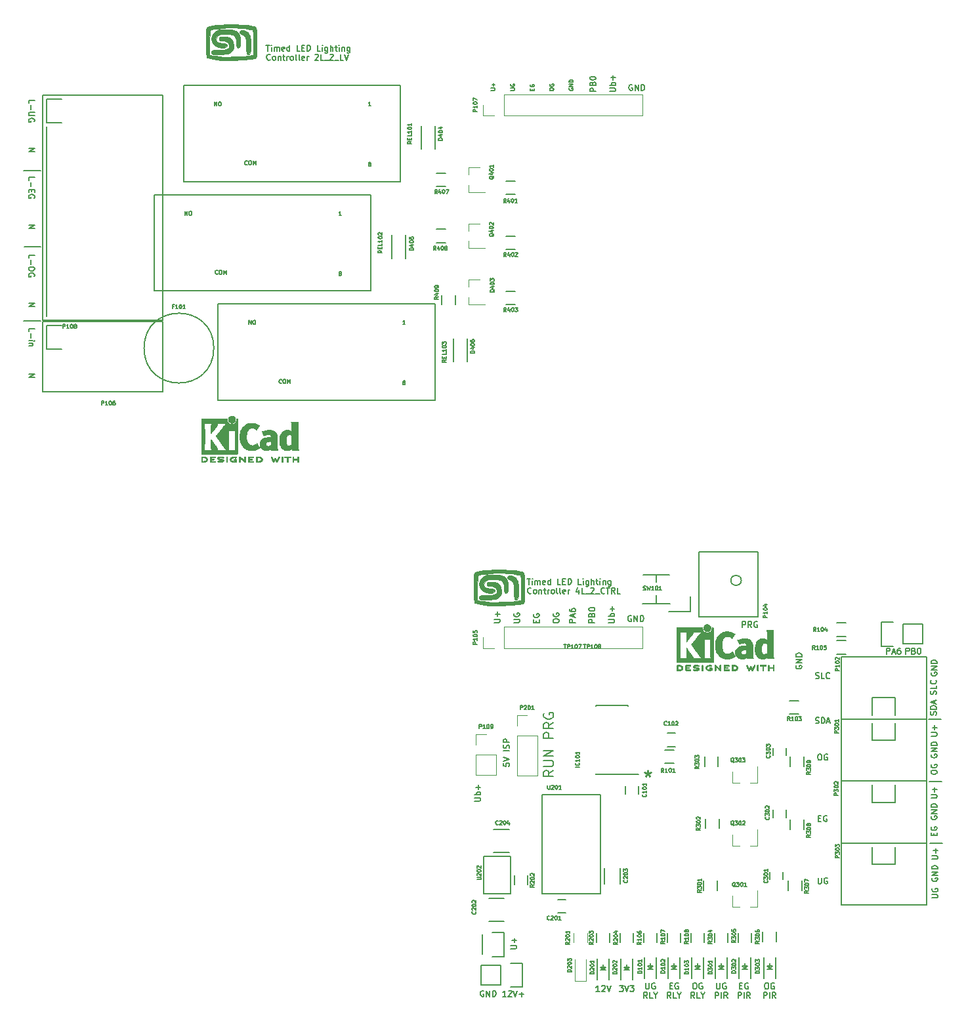
<source format=gbr>
G04 #@! TF.FileFunction,Legend,Top*
%FSLAX46Y46*%
G04 Gerber Fmt 4.6, Leading zero omitted, Abs format (unit mm)*
G04 Created by KiCad (PCBNEW 4.0.2-4+6225~38~ubuntu14.04.1-stable) date Thu 30 Mar 2017 04:29:04 PM CEST*
%MOMM*%
G01*
G04 APERTURE LIST*
%ADD10C,0.100000*%
%ADD11C,0.127000*%
%ADD12C,0.254000*%
%ADD13C,0.200000*%
%ADD14C,0.150000*%
%ADD15C,0.120000*%
%ADD16C,0.010000*%
G04 APERTURE END LIST*
D10*
D11*
X104206524Y-149376190D02*
X103601762Y-149799523D01*
X104206524Y-150101904D02*
X102936524Y-150101904D01*
X102936524Y-149618095D01*
X102997000Y-149497142D01*
X103057476Y-149436666D01*
X103178429Y-149376190D01*
X103359857Y-149376190D01*
X103480810Y-149436666D01*
X103541286Y-149497142D01*
X103601762Y-149618095D01*
X103601762Y-150101904D01*
X102936524Y-148831904D02*
X103964619Y-148831904D01*
X104085571Y-148771428D01*
X104146048Y-148710952D01*
X104206524Y-148589999D01*
X104206524Y-148348095D01*
X104146048Y-148227142D01*
X104085571Y-148166666D01*
X103964619Y-148106190D01*
X102936524Y-148106190D01*
X104206524Y-147501428D02*
X102936524Y-147501428D01*
X104206524Y-146775714D01*
X102936524Y-146775714D01*
X104206524Y-145203333D02*
X102936524Y-145203333D01*
X102936524Y-144719524D01*
X102997000Y-144598571D01*
X103057476Y-144538095D01*
X103178429Y-144477619D01*
X103359857Y-144477619D01*
X103480810Y-144538095D01*
X103541286Y-144598571D01*
X103601762Y-144719524D01*
X103601762Y-145203333D01*
X104206524Y-143207619D02*
X103601762Y-143630952D01*
X104206524Y-143933333D02*
X102936524Y-143933333D01*
X102936524Y-143449524D01*
X102997000Y-143328571D01*
X103057476Y-143268095D01*
X103178429Y-143207619D01*
X103359857Y-143207619D01*
X103480810Y-143268095D01*
X103541286Y-143328571D01*
X103601762Y-143449524D01*
X103601762Y-143933333D01*
X102997000Y-141998095D02*
X102936524Y-142119047D01*
X102936524Y-142300476D01*
X102997000Y-142481904D01*
X103117952Y-142602857D01*
X103238905Y-142663333D01*
X103480810Y-142723809D01*
X103662238Y-142723809D01*
X103904143Y-142663333D01*
X104025095Y-142602857D01*
X104146048Y-142481904D01*
X104206524Y-142300476D01*
X104206524Y-142179524D01*
X104146048Y-141998095D01*
X104085571Y-141937619D01*
X103662238Y-141937619D01*
X103662238Y-142179524D01*
X97753714Y-148426713D02*
X97753714Y-148789570D01*
X98116571Y-148825856D01*
X98080286Y-148789570D01*
X98044000Y-148716999D01*
X98044000Y-148535570D01*
X98080286Y-148462999D01*
X98116571Y-148426713D01*
X98189143Y-148390428D01*
X98370571Y-148390428D01*
X98443143Y-148426713D01*
X98479429Y-148462999D01*
X98515714Y-148535570D01*
X98515714Y-148716999D01*
X98479429Y-148789570D01*
X98443143Y-148825856D01*
X97753714Y-148172714D02*
X98515714Y-147918714D01*
X97753714Y-147664714D01*
X98515714Y-146830142D02*
X97753714Y-146830142D01*
X98479429Y-146503571D02*
X98515714Y-146394714D01*
X98515714Y-146213285D01*
X98479429Y-146140714D01*
X98443143Y-146104428D01*
X98370571Y-146068143D01*
X98298000Y-146068143D01*
X98225429Y-146104428D01*
X98189143Y-146140714D01*
X98152857Y-146213285D01*
X98116571Y-146358428D01*
X98080286Y-146431000D01*
X98044000Y-146467285D01*
X97971429Y-146503571D01*
X97898857Y-146503571D01*
X97826286Y-146467285D01*
X97790000Y-146431000D01*
X97753714Y-146358428D01*
X97753714Y-146177000D01*
X97790000Y-146068143D01*
X98515714Y-145741571D02*
X97753714Y-145741571D01*
X97753714Y-145451286D01*
X97790000Y-145378714D01*
X97826286Y-145342429D01*
X97898857Y-145306143D01*
X98007714Y-145306143D01*
X98080286Y-145342429D01*
X98116571Y-145378714D01*
X98152857Y-145451286D01*
X98152857Y-145741571D01*
D12*
X116332000Y-149394333D02*
X116332000Y-149817667D01*
X115908667Y-149648333D02*
X116332000Y-149817667D01*
X116755334Y-149648333D01*
X116078000Y-150156333D02*
X116332000Y-149817667D01*
X116586000Y-150156333D01*
D11*
X114372571Y-60883800D02*
X114300000Y-60847514D01*
X114191143Y-60847514D01*
X114082286Y-60883800D01*
X114009714Y-60956371D01*
X113973429Y-61028943D01*
X113937143Y-61174086D01*
X113937143Y-61282943D01*
X113973429Y-61428086D01*
X114009714Y-61500657D01*
X114082286Y-61573229D01*
X114191143Y-61609514D01*
X114263714Y-61609514D01*
X114372571Y-61573229D01*
X114408857Y-61536943D01*
X114408857Y-61282943D01*
X114263714Y-61282943D01*
X114735429Y-61609514D02*
X114735429Y-60847514D01*
X115170857Y-61609514D01*
X115170857Y-60847514D01*
X115533715Y-61609514D02*
X115533715Y-60847514D01*
X115715143Y-60847514D01*
X115824000Y-60883800D01*
X115896572Y-60956371D01*
X115932857Y-61028943D01*
X115969143Y-61174086D01*
X115969143Y-61282943D01*
X115932857Y-61428086D01*
X115896572Y-61500657D01*
X115824000Y-61573229D01*
X115715143Y-61609514D01*
X115533715Y-61609514D01*
X109666314Y-61743771D02*
X108904314Y-61743771D01*
X108904314Y-61453486D01*
X108940600Y-61380914D01*
X108976886Y-61344629D01*
X109049457Y-61308343D01*
X109158314Y-61308343D01*
X109230886Y-61344629D01*
X109267171Y-61380914D01*
X109303457Y-61453486D01*
X109303457Y-61743771D01*
X109267171Y-60727771D02*
X109303457Y-60618914D01*
X109339743Y-60582629D01*
X109412314Y-60546343D01*
X109521171Y-60546343D01*
X109593743Y-60582629D01*
X109630029Y-60618914D01*
X109666314Y-60691486D01*
X109666314Y-60981771D01*
X108904314Y-60981771D01*
X108904314Y-60727771D01*
X108940600Y-60655200D01*
X108976886Y-60618914D01*
X109049457Y-60582629D01*
X109122029Y-60582629D01*
X109194600Y-60618914D01*
X109230886Y-60655200D01*
X109267171Y-60727771D01*
X109267171Y-60981771D01*
X108904314Y-60074629D02*
X108904314Y-60002057D01*
X108940600Y-59929486D01*
X108976886Y-59893200D01*
X109049457Y-59856914D01*
X109194600Y-59820629D01*
X109376029Y-59820629D01*
X109521171Y-59856914D01*
X109593743Y-59893200D01*
X109630029Y-59929486D01*
X109666314Y-60002057D01*
X109666314Y-60074629D01*
X109630029Y-60147200D01*
X109593743Y-60183486D01*
X109521171Y-60219771D01*
X109376029Y-60256057D01*
X109194600Y-60256057D01*
X109049457Y-60219771D01*
X108976886Y-60183486D01*
X108940600Y-60147200D01*
X108904314Y-60074629D01*
X111444314Y-61743771D02*
X112061171Y-61743771D01*
X112133743Y-61707486D01*
X112170029Y-61671200D01*
X112206314Y-61598629D01*
X112206314Y-61453486D01*
X112170029Y-61380914D01*
X112133743Y-61344629D01*
X112061171Y-61308343D01*
X111444314Y-61308343D01*
X112206314Y-60945485D02*
X111444314Y-60945485D01*
X111734600Y-60945485D02*
X111698314Y-60872914D01*
X111698314Y-60727771D01*
X111734600Y-60655200D01*
X111770886Y-60618914D01*
X111843457Y-60582628D01*
X112061171Y-60582628D01*
X112133743Y-60618914D01*
X112170029Y-60655200D01*
X112206314Y-60727771D01*
X112206314Y-60872914D01*
X112170029Y-60945485D01*
X111916029Y-60256056D02*
X111916029Y-59675485D01*
X112206314Y-59965771D02*
X111625743Y-59965771D01*
X111317314Y-130272971D02*
X111934171Y-130272971D01*
X112006743Y-130236686D01*
X112043029Y-130200400D01*
X112079314Y-130127829D01*
X112079314Y-129982686D01*
X112043029Y-129910114D01*
X112006743Y-129873829D01*
X111934171Y-129837543D01*
X111317314Y-129837543D01*
X112079314Y-129474685D02*
X111317314Y-129474685D01*
X111607600Y-129474685D02*
X111571314Y-129402114D01*
X111571314Y-129256971D01*
X111607600Y-129184400D01*
X111643886Y-129148114D01*
X111716457Y-129111828D01*
X111934171Y-129111828D01*
X112006743Y-129148114D01*
X112043029Y-129184400D01*
X112079314Y-129256971D01*
X112079314Y-129402114D01*
X112043029Y-129474685D01*
X111789029Y-128785256D02*
X111789029Y-128204685D01*
X112079314Y-128494971D02*
X111498743Y-128494971D01*
X109539314Y-130272971D02*
X108777314Y-130272971D01*
X108777314Y-129982686D01*
X108813600Y-129910114D01*
X108849886Y-129873829D01*
X108922457Y-129837543D01*
X109031314Y-129837543D01*
X109103886Y-129873829D01*
X109140171Y-129910114D01*
X109176457Y-129982686D01*
X109176457Y-130272971D01*
X109140171Y-129256971D02*
X109176457Y-129148114D01*
X109212743Y-129111829D01*
X109285314Y-129075543D01*
X109394171Y-129075543D01*
X109466743Y-129111829D01*
X109503029Y-129148114D01*
X109539314Y-129220686D01*
X109539314Y-129510971D01*
X108777314Y-129510971D01*
X108777314Y-129256971D01*
X108813600Y-129184400D01*
X108849886Y-129148114D01*
X108922457Y-129111829D01*
X108995029Y-129111829D01*
X109067600Y-129148114D01*
X109103886Y-129184400D01*
X109140171Y-129256971D01*
X109140171Y-129510971D01*
X108777314Y-128603829D02*
X108777314Y-128531257D01*
X108813600Y-128458686D01*
X108849886Y-128422400D01*
X108922457Y-128386114D01*
X109067600Y-128349829D01*
X109249029Y-128349829D01*
X109394171Y-128386114D01*
X109466743Y-128422400D01*
X109503029Y-128458686D01*
X109539314Y-128531257D01*
X109539314Y-128603829D01*
X109503029Y-128676400D01*
X109466743Y-128712686D01*
X109394171Y-128748971D01*
X109249029Y-128785257D01*
X109067600Y-128785257D01*
X108922457Y-128748971D01*
X108849886Y-128712686D01*
X108813600Y-128676400D01*
X108777314Y-128603829D01*
X107024714Y-130272971D02*
X106262714Y-130272971D01*
X106262714Y-129982686D01*
X106299000Y-129910114D01*
X106335286Y-129873829D01*
X106407857Y-129837543D01*
X106516714Y-129837543D01*
X106589286Y-129873829D01*
X106625571Y-129910114D01*
X106661857Y-129982686D01*
X106661857Y-130272971D01*
X106807000Y-129547257D02*
X106807000Y-129184400D01*
X107024714Y-129619829D02*
X106262714Y-129365829D01*
X107024714Y-129111829D01*
X106262714Y-128531257D02*
X106262714Y-128676400D01*
X106299000Y-128748971D01*
X106335286Y-128785257D01*
X106444143Y-128857828D01*
X106589286Y-128894114D01*
X106879571Y-128894114D01*
X106952143Y-128857828D01*
X106988429Y-128821543D01*
X107024714Y-128748971D01*
X107024714Y-128603828D01*
X106988429Y-128531257D01*
X106952143Y-128494971D01*
X106879571Y-128458686D01*
X106698143Y-128458686D01*
X106625571Y-128494971D01*
X106589286Y-128531257D01*
X106553000Y-128603828D01*
X106553000Y-128748971D01*
X106589286Y-128821543D01*
X106625571Y-128857828D01*
X106698143Y-128894114D01*
D13*
X152603200Y-142722600D02*
X154228800Y-142722600D01*
D11*
X99049114Y-130272971D02*
X99665971Y-130272971D01*
X99738543Y-130236686D01*
X99774829Y-130200400D01*
X99811114Y-130127829D01*
X99811114Y-129982686D01*
X99774829Y-129910114D01*
X99738543Y-129873829D01*
X99665971Y-129837543D01*
X99049114Y-129837543D01*
X99085400Y-129075543D02*
X99049114Y-129148114D01*
X99049114Y-129256971D01*
X99085400Y-129365828D01*
X99157971Y-129438400D01*
X99230543Y-129474685D01*
X99375686Y-129510971D01*
X99484543Y-129510971D01*
X99629686Y-129474685D01*
X99702257Y-129438400D01*
X99774829Y-129365828D01*
X99811114Y-129256971D01*
X99811114Y-129184400D01*
X99774829Y-129075543D01*
X99738543Y-129039257D01*
X99484543Y-129039257D01*
X99484543Y-129184400D01*
X101951971Y-130272971D02*
X101951971Y-130018971D01*
X102351114Y-129910114D02*
X102351114Y-130272971D01*
X101589114Y-130272971D01*
X101589114Y-129910114D01*
X101625400Y-129184400D02*
X101589114Y-129256971D01*
X101589114Y-129365828D01*
X101625400Y-129474685D01*
X101697971Y-129547257D01*
X101770543Y-129583542D01*
X101915686Y-129619828D01*
X102024543Y-129619828D01*
X102169686Y-129583542D01*
X102242257Y-129547257D01*
X102314829Y-129474685D01*
X102351114Y-129365828D01*
X102351114Y-129293257D01*
X102314829Y-129184400D01*
X102278543Y-129148114D01*
X102024543Y-129148114D01*
X102024543Y-129293257D01*
X104129114Y-130127829D02*
X104129114Y-129982686D01*
X104165400Y-129910114D01*
X104237971Y-129837543D01*
X104383114Y-129801257D01*
X104637114Y-129801257D01*
X104782257Y-129837543D01*
X104854829Y-129910114D01*
X104891114Y-129982686D01*
X104891114Y-130127829D01*
X104854829Y-130200400D01*
X104782257Y-130272971D01*
X104637114Y-130309257D01*
X104383114Y-130309257D01*
X104237971Y-130272971D01*
X104165400Y-130200400D01*
X104129114Y-130127829D01*
X104165400Y-129075543D02*
X104129114Y-129148114D01*
X104129114Y-129256971D01*
X104165400Y-129365828D01*
X104237971Y-129438400D01*
X104310543Y-129474685D01*
X104455686Y-129510971D01*
X104564543Y-129510971D01*
X104709686Y-129474685D01*
X104782257Y-129438400D01*
X104854829Y-129365828D01*
X104891114Y-129256971D01*
X104891114Y-129184400D01*
X104854829Y-129075543D01*
X104818543Y-129039257D01*
X104564543Y-129039257D01*
X104564543Y-129184400D01*
X114245571Y-129413000D02*
X114173000Y-129376714D01*
X114064143Y-129376714D01*
X113955286Y-129413000D01*
X113882714Y-129485571D01*
X113846429Y-129558143D01*
X113810143Y-129703286D01*
X113810143Y-129812143D01*
X113846429Y-129957286D01*
X113882714Y-130029857D01*
X113955286Y-130102429D01*
X114064143Y-130138714D01*
X114136714Y-130138714D01*
X114245571Y-130102429D01*
X114281857Y-130066143D01*
X114281857Y-129812143D01*
X114136714Y-129812143D01*
X114608429Y-130138714D02*
X114608429Y-129376714D01*
X115043857Y-130138714D01*
X115043857Y-129376714D01*
X115406715Y-130138714D02*
X115406715Y-129376714D01*
X115588143Y-129376714D01*
X115697000Y-129413000D01*
X115769572Y-129485571D01*
X115805857Y-129558143D01*
X115842143Y-129703286D01*
X115842143Y-129812143D01*
X115805857Y-129957286D01*
X115769572Y-130029857D01*
X115697000Y-130102429D01*
X115588143Y-130138714D01*
X115406715Y-130138714D01*
X138030858Y-137468429D02*
X138139715Y-137504714D01*
X138321144Y-137504714D01*
X138393715Y-137468429D01*
X138430001Y-137432143D01*
X138466286Y-137359571D01*
X138466286Y-137287000D01*
X138430001Y-137214429D01*
X138393715Y-137178143D01*
X138321144Y-137141857D01*
X138176001Y-137105571D01*
X138103429Y-137069286D01*
X138067144Y-137033000D01*
X138030858Y-136960429D01*
X138030858Y-136887857D01*
X138067144Y-136815286D01*
X138103429Y-136779000D01*
X138176001Y-136742714D01*
X138357429Y-136742714D01*
X138466286Y-136779000D01*
X139155715Y-137504714D02*
X138792858Y-137504714D01*
X138792858Y-136742714D01*
X139845143Y-137432143D02*
X139808857Y-137468429D01*
X139700000Y-137504714D01*
X139627429Y-137504714D01*
X139518572Y-137468429D01*
X139446000Y-137395857D01*
X139409715Y-137323286D01*
X139373429Y-137178143D01*
X139373429Y-137069286D01*
X139409715Y-136924143D01*
X139446000Y-136851571D01*
X139518572Y-136779000D01*
X139627429Y-136742714D01*
X139700000Y-136742714D01*
X139808857Y-136779000D01*
X139845143Y-136815286D01*
X138012715Y-143259629D02*
X138121572Y-143295914D01*
X138303001Y-143295914D01*
X138375572Y-143259629D01*
X138411858Y-143223343D01*
X138448143Y-143150771D01*
X138448143Y-143078200D01*
X138411858Y-143005629D01*
X138375572Y-142969343D01*
X138303001Y-142933057D01*
X138157858Y-142896771D01*
X138085286Y-142860486D01*
X138049001Y-142824200D01*
X138012715Y-142751629D01*
X138012715Y-142679057D01*
X138049001Y-142606486D01*
X138085286Y-142570200D01*
X138157858Y-142533914D01*
X138339286Y-142533914D01*
X138448143Y-142570200D01*
X138774715Y-143295914D02*
X138774715Y-142533914D01*
X138956143Y-142533914D01*
X139065000Y-142570200D01*
X139137572Y-142642771D01*
X139173857Y-142715343D01*
X139210143Y-142860486D01*
X139210143Y-142969343D01*
X139173857Y-143114486D01*
X139137572Y-143187057D01*
X139065000Y-143259629D01*
X138956143Y-143295914D01*
X138774715Y-143295914D01*
X139500429Y-143078200D02*
X139863286Y-143078200D01*
X139427857Y-143295914D02*
X139681857Y-142533914D01*
X139935857Y-143295914D01*
X138339286Y-163209514D02*
X138339286Y-163826371D01*
X138375571Y-163898943D01*
X138411857Y-163935229D01*
X138484428Y-163971514D01*
X138629571Y-163971514D01*
X138702143Y-163935229D01*
X138738428Y-163898943D01*
X138774714Y-163826371D01*
X138774714Y-163209514D01*
X139536714Y-163245800D02*
X139464143Y-163209514D01*
X139355286Y-163209514D01*
X139246429Y-163245800D01*
X139173857Y-163318371D01*
X139137572Y-163390943D01*
X139101286Y-163536086D01*
X139101286Y-163644943D01*
X139137572Y-163790086D01*
X139173857Y-163862657D01*
X139246429Y-163935229D01*
X139355286Y-163971514D01*
X139427857Y-163971514D01*
X139536714Y-163935229D01*
X139573000Y-163898943D01*
X139573000Y-163644943D01*
X139427857Y-163644943D01*
X138393715Y-155545971D02*
X138647715Y-155545971D01*
X138756572Y-155945114D02*
X138393715Y-155945114D01*
X138393715Y-155183114D01*
X138756572Y-155183114D01*
X139482286Y-155219400D02*
X139409715Y-155183114D01*
X139300858Y-155183114D01*
X139192001Y-155219400D01*
X139119429Y-155291971D01*
X139083144Y-155364543D01*
X139046858Y-155509686D01*
X139046858Y-155618543D01*
X139083144Y-155763686D01*
X139119429Y-155836257D01*
X139192001Y-155908829D01*
X139300858Y-155945114D01*
X139373429Y-155945114D01*
X139482286Y-155908829D01*
X139518572Y-155872543D01*
X139518572Y-155618543D01*
X139373429Y-155618543D01*
X138484428Y-147258314D02*
X138629571Y-147258314D01*
X138702143Y-147294600D01*
X138774714Y-147367171D01*
X138811000Y-147512314D01*
X138811000Y-147766314D01*
X138774714Y-147911457D01*
X138702143Y-147984029D01*
X138629571Y-148020314D01*
X138484428Y-148020314D01*
X138411857Y-147984029D01*
X138339286Y-147911457D01*
X138303000Y-147766314D01*
X138303000Y-147512314D01*
X138339286Y-147367171D01*
X138411857Y-147294600D01*
X138484428Y-147258314D01*
X139536714Y-147294600D02*
X139464143Y-147258314D01*
X139355286Y-147258314D01*
X139246429Y-147294600D01*
X139173857Y-147367171D01*
X139137572Y-147439743D01*
X139101286Y-147584886D01*
X139101286Y-147693743D01*
X139137572Y-147838886D01*
X139173857Y-147911457D01*
X139246429Y-147984029D01*
X139355286Y-148020314D01*
X139427857Y-148020314D01*
X139536714Y-147984029D01*
X139573000Y-147947743D01*
X139573000Y-147693743D01*
X139427857Y-147693743D01*
X128578429Y-130900714D02*
X128578429Y-130138714D01*
X128868714Y-130138714D01*
X128941286Y-130175000D01*
X128977571Y-130211286D01*
X129013857Y-130283857D01*
X129013857Y-130392714D01*
X128977571Y-130465286D01*
X128941286Y-130501571D01*
X128868714Y-130537857D01*
X128578429Y-130537857D01*
X129775857Y-130900714D02*
X129521857Y-130537857D01*
X129340429Y-130900714D02*
X129340429Y-130138714D01*
X129630714Y-130138714D01*
X129703286Y-130175000D01*
X129739571Y-130211286D01*
X129775857Y-130283857D01*
X129775857Y-130392714D01*
X129739571Y-130465286D01*
X129703286Y-130501571D01*
X129630714Y-130537857D01*
X129340429Y-130537857D01*
X130501571Y-130175000D02*
X130429000Y-130138714D01*
X130320143Y-130138714D01*
X130211286Y-130175000D01*
X130138714Y-130247571D01*
X130102429Y-130320143D01*
X130066143Y-130465286D01*
X130066143Y-130574143D01*
X130102429Y-130719286D01*
X130138714Y-130791857D01*
X130211286Y-130864429D01*
X130320143Y-130900714D01*
X130392714Y-130900714D01*
X130501571Y-130864429D01*
X130537857Y-130828143D01*
X130537857Y-130574143D01*
X130392714Y-130574143D01*
X98682714Y-172369428D02*
X99299571Y-172369428D01*
X99372143Y-172333143D01*
X99408429Y-172296857D01*
X99444714Y-172224286D01*
X99444714Y-172079143D01*
X99408429Y-172006571D01*
X99372143Y-171970286D01*
X99299571Y-171934000D01*
X98682714Y-171934000D01*
X99154429Y-171571142D02*
X99154429Y-170990571D01*
X99444714Y-171280857D02*
X98864143Y-171280857D01*
X94022714Y-153304143D02*
X94639571Y-153304143D01*
X94712143Y-153267858D01*
X94748429Y-153231572D01*
X94784714Y-153159001D01*
X94784714Y-153013858D01*
X94748429Y-152941286D01*
X94712143Y-152905001D01*
X94639571Y-152868715D01*
X94022714Y-152868715D01*
X94784714Y-152505857D02*
X94022714Y-152505857D01*
X94313000Y-152505857D02*
X94276714Y-152433286D01*
X94276714Y-152288143D01*
X94313000Y-152215572D01*
X94349286Y-152179286D01*
X94421857Y-152143000D01*
X94639571Y-152143000D01*
X94712143Y-152179286D01*
X94748429Y-152215572D01*
X94784714Y-152288143D01*
X94784714Y-152433286D01*
X94748429Y-152505857D01*
X94494429Y-151816428D02*
X94494429Y-151235857D01*
X94784714Y-151526143D02*
X94204143Y-151526143D01*
X149678572Y-134329714D02*
X149678572Y-133567714D01*
X149968857Y-133567714D01*
X150041429Y-133604000D01*
X150077714Y-133640286D01*
X150114000Y-133712857D01*
X150114000Y-133821714D01*
X150077714Y-133894286D01*
X150041429Y-133930571D01*
X149968857Y-133966857D01*
X149678572Y-133966857D01*
X150694572Y-133930571D02*
X150803429Y-133966857D01*
X150839714Y-134003143D01*
X150876000Y-134075714D01*
X150876000Y-134184571D01*
X150839714Y-134257143D01*
X150803429Y-134293429D01*
X150730857Y-134329714D01*
X150440572Y-134329714D01*
X150440572Y-133567714D01*
X150694572Y-133567714D01*
X150767143Y-133604000D01*
X150803429Y-133640286D01*
X150839714Y-133712857D01*
X150839714Y-133785429D01*
X150803429Y-133858000D01*
X150767143Y-133894286D01*
X150694572Y-133930571D01*
X150440572Y-133930571D01*
X151347714Y-133567714D02*
X151420286Y-133567714D01*
X151492857Y-133604000D01*
X151529143Y-133640286D01*
X151565429Y-133712857D01*
X151601714Y-133858000D01*
X151601714Y-134039429D01*
X151565429Y-134184571D01*
X151529143Y-134257143D01*
X151492857Y-134293429D01*
X151420286Y-134329714D01*
X151347714Y-134329714D01*
X151275143Y-134293429D01*
X151238857Y-134257143D01*
X151202572Y-134184571D01*
X151166286Y-134039429D01*
X151166286Y-133858000D01*
X151202572Y-133712857D01*
X151238857Y-133640286D01*
X151275143Y-133604000D01*
X151347714Y-133567714D01*
X147193001Y-134329714D02*
X147193001Y-133567714D01*
X147483286Y-133567714D01*
X147555858Y-133604000D01*
X147592143Y-133640286D01*
X147628429Y-133712857D01*
X147628429Y-133821714D01*
X147592143Y-133894286D01*
X147555858Y-133930571D01*
X147483286Y-133966857D01*
X147193001Y-133966857D01*
X147918715Y-134112000D02*
X148281572Y-134112000D01*
X147846143Y-134329714D02*
X148100143Y-133567714D01*
X148354143Y-134329714D01*
X148934715Y-133567714D02*
X148789572Y-133567714D01*
X148717001Y-133604000D01*
X148680715Y-133640286D01*
X148608144Y-133749143D01*
X148571858Y-133894286D01*
X148571858Y-134184571D01*
X148608144Y-134257143D01*
X148644429Y-134293429D01*
X148717001Y-134329714D01*
X148862144Y-134329714D01*
X148934715Y-134293429D01*
X148971001Y-134257143D01*
X149007286Y-134184571D01*
X149007286Y-134003143D01*
X148971001Y-133930571D01*
X148934715Y-133894286D01*
X148862144Y-133858000D01*
X148717001Y-133858000D01*
X148644429Y-133894286D01*
X148608144Y-133930571D01*
X148571858Y-134003143D01*
X152897114Y-144910628D02*
X153513971Y-144910628D01*
X153586543Y-144874343D01*
X153622829Y-144838057D01*
X153659114Y-144765486D01*
X153659114Y-144620343D01*
X153622829Y-144547771D01*
X153586543Y-144511486D01*
X153513971Y-144475200D01*
X152897114Y-144475200D01*
X153368829Y-144112342D02*
X153368829Y-143531771D01*
X153659114Y-143822057D02*
X153078543Y-143822057D01*
D13*
X152654000Y-150774400D02*
X154279600Y-150774400D01*
X152755600Y-158750000D02*
X154381200Y-158750000D01*
X38049200Y-81762600D02*
X35915600Y-81762600D01*
X38049200Y-72009000D02*
X35864800Y-72009000D01*
X38049200Y-91363800D02*
X35864800Y-91363800D01*
D11*
X36485286Y-83210400D02*
X36485286Y-82847543D01*
X37247286Y-82847543D01*
X36775571Y-83464400D02*
X36775571Y-84044971D01*
X37247286Y-84552971D02*
X37247286Y-84698114D01*
X37211000Y-84770686D01*
X37138429Y-84843257D01*
X36993286Y-84879543D01*
X36739286Y-84879543D01*
X36594143Y-84843257D01*
X36521571Y-84770686D01*
X36485286Y-84698114D01*
X36485286Y-84552971D01*
X36521571Y-84480400D01*
X36594143Y-84407829D01*
X36739286Y-84371543D01*
X36993286Y-84371543D01*
X37138429Y-84407829D01*
X37211000Y-84480400D01*
X37247286Y-84552971D01*
X37211000Y-85605257D02*
X37247286Y-85532686D01*
X37247286Y-85423829D01*
X37211000Y-85314972D01*
X37138429Y-85242400D01*
X37065857Y-85206115D01*
X36920714Y-85169829D01*
X36811857Y-85169829D01*
X36666714Y-85206115D01*
X36594143Y-85242400D01*
X36521571Y-85314972D01*
X36485286Y-85423829D01*
X36485286Y-85496400D01*
X36521571Y-85605257D01*
X36557857Y-85641543D01*
X36811857Y-85641543D01*
X36811857Y-85496400D01*
X36485286Y-73206429D02*
X36485286Y-72843572D01*
X37247286Y-72843572D01*
X36775571Y-73460429D02*
X36775571Y-74041000D01*
X36884429Y-74403858D02*
X36884429Y-74657858D01*
X36485286Y-74766715D02*
X36485286Y-74403858D01*
X37247286Y-74403858D01*
X37247286Y-74766715D01*
X37211000Y-75492429D02*
X37247286Y-75419858D01*
X37247286Y-75311001D01*
X37211000Y-75202144D01*
X37138429Y-75129572D01*
X37065857Y-75093287D01*
X36920714Y-75057001D01*
X36811857Y-75057001D01*
X36666714Y-75093287D01*
X36594143Y-75129572D01*
X36521571Y-75202144D01*
X36485286Y-75311001D01*
X36485286Y-75383572D01*
X36521571Y-75492429D01*
X36557857Y-75528715D01*
X36811857Y-75528715D01*
X36811857Y-75383572D01*
X36485286Y-63246000D02*
X36485286Y-62883143D01*
X37247286Y-62883143D01*
X36775571Y-63500000D02*
X36775571Y-64080571D01*
X37247286Y-64443429D02*
X36630429Y-64443429D01*
X36557857Y-64479714D01*
X36521571Y-64516000D01*
X36485286Y-64588571D01*
X36485286Y-64733714D01*
X36521571Y-64806286D01*
X36557857Y-64842571D01*
X36630429Y-64878857D01*
X37247286Y-64878857D01*
X37211000Y-65640857D02*
X37247286Y-65568286D01*
X37247286Y-65459429D01*
X37211000Y-65350572D01*
X37138429Y-65278000D01*
X37065857Y-65241715D01*
X36920714Y-65205429D01*
X36811857Y-65205429D01*
X36666714Y-65241715D01*
X36594143Y-65278000D01*
X36521571Y-65350572D01*
X36485286Y-65459429D01*
X36485286Y-65532000D01*
X36521571Y-65640857D01*
X36557857Y-65677143D01*
X36811857Y-65677143D01*
X36811857Y-65532000D01*
X36536086Y-89037886D02*
X37298086Y-89037886D01*
X36536086Y-89473314D01*
X37298086Y-89473314D01*
X36536086Y-78979486D02*
X37298086Y-78979486D01*
X36536086Y-79414914D01*
X37298086Y-79414914D01*
X36485286Y-69073486D02*
X37247286Y-69073486D01*
X36485286Y-69508914D01*
X37247286Y-69508914D01*
X36485286Y-98181886D02*
X37247286Y-98181886D01*
X36485286Y-98617314D01*
X37247286Y-98617314D01*
X36485286Y-92710000D02*
X36485286Y-92347143D01*
X37247286Y-92347143D01*
X36775571Y-92964000D02*
X36775571Y-93544571D01*
X36485286Y-93907429D02*
X36993286Y-93907429D01*
X37247286Y-93907429D02*
X37211000Y-93871143D01*
X37174714Y-93907429D01*
X37211000Y-93943714D01*
X37247286Y-93907429D01*
X37174714Y-93907429D01*
X36993286Y-94270286D02*
X36485286Y-94270286D01*
X36920714Y-94270286D02*
X36957000Y-94306571D01*
X36993286Y-94379143D01*
X36993286Y-94488000D01*
X36957000Y-94560571D01*
X36884429Y-94596857D01*
X36485286Y-94596857D01*
X135509000Y-135835572D02*
X135472714Y-135908143D01*
X135472714Y-136017000D01*
X135509000Y-136125857D01*
X135581571Y-136198429D01*
X135654143Y-136234714D01*
X135799286Y-136271000D01*
X135908143Y-136271000D01*
X136053286Y-136234714D01*
X136125857Y-136198429D01*
X136198429Y-136125857D01*
X136234714Y-136017000D01*
X136234714Y-135944429D01*
X136198429Y-135835572D01*
X136162143Y-135799286D01*
X135908143Y-135799286D01*
X135908143Y-135944429D01*
X136234714Y-135472714D02*
X135472714Y-135472714D01*
X136234714Y-135037286D01*
X135472714Y-135037286D01*
X136234714Y-134674428D02*
X135472714Y-134674428D01*
X135472714Y-134493000D01*
X135509000Y-134384143D01*
X135581571Y-134311571D01*
X135654143Y-134275286D01*
X135799286Y-134239000D01*
X135908143Y-134239000D01*
X136053286Y-134275286D01*
X136125857Y-134311571D01*
X136198429Y-134384143D01*
X136234714Y-134493000D01*
X136234714Y-134674428D01*
X153049514Y-165800314D02*
X153666371Y-165800314D01*
X153738943Y-165764029D01*
X153775229Y-165727743D01*
X153811514Y-165655172D01*
X153811514Y-165510029D01*
X153775229Y-165437457D01*
X153738943Y-165401172D01*
X153666371Y-165364886D01*
X153049514Y-165364886D01*
X153085800Y-164602886D02*
X153049514Y-164675457D01*
X153049514Y-164784314D01*
X153085800Y-164893171D01*
X153158371Y-164965743D01*
X153230943Y-165002028D01*
X153376086Y-165038314D01*
X153484943Y-165038314D01*
X153630086Y-165002028D01*
X153702657Y-164965743D01*
X153775229Y-164893171D01*
X153811514Y-164784314D01*
X153811514Y-164711743D01*
X153775229Y-164602886D01*
X153738943Y-164566600D01*
X153484943Y-164566600D01*
X153484943Y-164711743D01*
X153049514Y-160811028D02*
X153666371Y-160811028D01*
X153738943Y-160774743D01*
X153775229Y-160738457D01*
X153811514Y-160665886D01*
X153811514Y-160520743D01*
X153775229Y-160448171D01*
X153738943Y-160411886D01*
X153666371Y-160375600D01*
X153049514Y-160375600D01*
X153521229Y-160012742D02*
X153521229Y-159432171D01*
X153811514Y-159722457D02*
X153230943Y-159722457D01*
X153035000Y-163242172D02*
X152998714Y-163314743D01*
X152998714Y-163423600D01*
X153035000Y-163532457D01*
X153107571Y-163605029D01*
X153180143Y-163641314D01*
X153325286Y-163677600D01*
X153434143Y-163677600D01*
X153579286Y-163641314D01*
X153651857Y-163605029D01*
X153724429Y-163532457D01*
X153760714Y-163423600D01*
X153760714Y-163351029D01*
X153724429Y-163242172D01*
X153688143Y-163205886D01*
X153434143Y-163205886D01*
X153434143Y-163351029D01*
X153760714Y-162879314D02*
X152998714Y-162879314D01*
X153760714Y-162443886D01*
X152998714Y-162443886D01*
X153760714Y-162081028D02*
X152998714Y-162081028D01*
X152998714Y-161899600D01*
X153035000Y-161790743D01*
X153107571Y-161718171D01*
X153180143Y-161681886D01*
X153325286Y-161645600D01*
X153434143Y-161645600D01*
X153579286Y-161681886D01*
X153651857Y-161718171D01*
X153724429Y-161790743D01*
X153760714Y-161899600D01*
X153760714Y-162081028D01*
X153259971Y-157744885D02*
X153259971Y-157490885D01*
X153659114Y-157382028D02*
X153659114Y-157744885D01*
X152897114Y-157744885D01*
X152897114Y-157382028D01*
X152933400Y-156656314D02*
X152897114Y-156728885D01*
X152897114Y-156837742D01*
X152933400Y-156946599D01*
X153005971Y-157019171D01*
X153078543Y-157055456D01*
X153223686Y-157091742D01*
X153332543Y-157091742D01*
X153477686Y-157055456D01*
X153550257Y-157019171D01*
X153622829Y-156946599D01*
X153659114Y-156837742D01*
X153659114Y-156765171D01*
X153622829Y-156656314D01*
X153586543Y-156620028D01*
X153332543Y-156620028D01*
X153332543Y-156765171D01*
X152933400Y-155266572D02*
X152897114Y-155339143D01*
X152897114Y-155448000D01*
X152933400Y-155556857D01*
X153005971Y-155629429D01*
X153078543Y-155665714D01*
X153223686Y-155702000D01*
X153332543Y-155702000D01*
X153477686Y-155665714D01*
X153550257Y-155629429D01*
X153622829Y-155556857D01*
X153659114Y-155448000D01*
X153659114Y-155375429D01*
X153622829Y-155266572D01*
X153586543Y-155230286D01*
X153332543Y-155230286D01*
X153332543Y-155375429D01*
X153659114Y-154903714D02*
X152897114Y-154903714D01*
X153659114Y-154468286D01*
X152897114Y-154468286D01*
X153659114Y-154105428D02*
X152897114Y-154105428D01*
X152897114Y-153924000D01*
X152933400Y-153815143D01*
X153005971Y-153742571D01*
X153078543Y-153706286D01*
X153223686Y-153670000D01*
X153332543Y-153670000D01*
X153477686Y-153706286D01*
X153550257Y-153742571D01*
X153622829Y-153815143D01*
X153659114Y-153924000D01*
X153659114Y-154105428D01*
X152897114Y-152911628D02*
X153513971Y-152911628D01*
X153586543Y-152875343D01*
X153622829Y-152839057D01*
X153659114Y-152766486D01*
X153659114Y-152621343D01*
X153622829Y-152548771D01*
X153586543Y-152512486D01*
X153513971Y-152476200D01*
X152897114Y-152476200D01*
X153368829Y-152113342D02*
X153368829Y-151532771D01*
X153659114Y-151823057D02*
X153078543Y-151823057D01*
X152897114Y-149653172D02*
X152897114Y-149508029D01*
X152933400Y-149435457D01*
X153005971Y-149362886D01*
X153151114Y-149326600D01*
X153405114Y-149326600D01*
X153550257Y-149362886D01*
X153622829Y-149435457D01*
X153659114Y-149508029D01*
X153659114Y-149653172D01*
X153622829Y-149725743D01*
X153550257Y-149798314D01*
X153405114Y-149834600D01*
X153151114Y-149834600D01*
X153005971Y-149798314D01*
X152933400Y-149725743D01*
X152897114Y-149653172D01*
X152933400Y-148600886D02*
X152897114Y-148673457D01*
X152897114Y-148782314D01*
X152933400Y-148891171D01*
X153005971Y-148963743D01*
X153078543Y-149000028D01*
X153223686Y-149036314D01*
X153332543Y-149036314D01*
X153477686Y-149000028D01*
X153550257Y-148963743D01*
X153622829Y-148891171D01*
X153659114Y-148782314D01*
X153659114Y-148709743D01*
X153622829Y-148600886D01*
X153586543Y-148564600D01*
X153332543Y-148564600D01*
X153332543Y-148709743D01*
X153572029Y-142200085D02*
X153608314Y-142091228D01*
X153608314Y-141909799D01*
X153572029Y-141837228D01*
X153535743Y-141800942D01*
X153463171Y-141764657D01*
X153390600Y-141764657D01*
X153318029Y-141800942D01*
X153281743Y-141837228D01*
X153245457Y-141909799D01*
X153209171Y-142054942D01*
X153172886Y-142127514D01*
X153136600Y-142163799D01*
X153064029Y-142200085D01*
X152991457Y-142200085D01*
X152918886Y-142163799D01*
X152882600Y-142127514D01*
X152846314Y-142054942D01*
X152846314Y-141873514D01*
X152882600Y-141764657D01*
X153608314Y-141438085D02*
X152846314Y-141438085D01*
X152846314Y-141256657D01*
X152882600Y-141147800D01*
X152955171Y-141075228D01*
X153027743Y-141038943D01*
X153172886Y-141002657D01*
X153281743Y-141002657D01*
X153426886Y-141038943D01*
X153499457Y-141075228D01*
X153572029Y-141147800D01*
X153608314Y-141256657D01*
X153608314Y-141438085D01*
X153390600Y-140712371D02*
X153390600Y-140349514D01*
X153608314Y-140784943D02*
X152846314Y-140530943D01*
X153608314Y-140276943D01*
X153572029Y-139540342D02*
X153608314Y-139431485D01*
X153608314Y-139250056D01*
X153572029Y-139177485D01*
X153535743Y-139141199D01*
X153463171Y-139104914D01*
X153390600Y-139104914D01*
X153318029Y-139141199D01*
X153281743Y-139177485D01*
X153245457Y-139250056D01*
X153209171Y-139395199D01*
X153172886Y-139467771D01*
X153136600Y-139504056D01*
X153064029Y-139540342D01*
X152991457Y-139540342D01*
X152918886Y-139504056D01*
X152882600Y-139467771D01*
X152846314Y-139395199D01*
X152846314Y-139213771D01*
X152882600Y-139104914D01*
X153608314Y-138415485D02*
X153608314Y-138778342D01*
X152846314Y-138778342D01*
X153535743Y-137726057D02*
X153572029Y-137762343D01*
X153608314Y-137871200D01*
X153608314Y-137943771D01*
X153572029Y-138052628D01*
X153499457Y-138125200D01*
X153426886Y-138161485D01*
X153281743Y-138197771D01*
X153172886Y-138197771D01*
X153027743Y-138161485D01*
X152955171Y-138125200D01*
X152882600Y-138052628D01*
X152846314Y-137943771D01*
X152846314Y-137871200D01*
X152882600Y-137762343D01*
X152918886Y-137726057D01*
X152933400Y-136724572D02*
X152897114Y-136797143D01*
X152897114Y-136906000D01*
X152933400Y-137014857D01*
X153005971Y-137087429D01*
X153078543Y-137123714D01*
X153223686Y-137160000D01*
X153332543Y-137160000D01*
X153477686Y-137123714D01*
X153550257Y-137087429D01*
X153622829Y-137014857D01*
X153659114Y-136906000D01*
X153659114Y-136833429D01*
X153622829Y-136724572D01*
X153586543Y-136688286D01*
X153332543Y-136688286D01*
X153332543Y-136833429D01*
X153659114Y-136361714D02*
X152897114Y-136361714D01*
X153659114Y-135926286D01*
X152897114Y-135926286D01*
X153659114Y-135563428D02*
X152897114Y-135563428D01*
X152897114Y-135382000D01*
X152933400Y-135273143D01*
X153005971Y-135200571D01*
X153078543Y-135164286D01*
X153223686Y-135128000D01*
X153332543Y-135128000D01*
X153477686Y-135164286D01*
X153550257Y-135200571D01*
X153622829Y-135273143D01*
X153659114Y-135382000D01*
X153659114Y-135563428D01*
X152958800Y-147290972D02*
X152922514Y-147363543D01*
X152922514Y-147472400D01*
X152958800Y-147581257D01*
X153031371Y-147653829D01*
X153103943Y-147690114D01*
X153249086Y-147726400D01*
X153357943Y-147726400D01*
X153503086Y-147690114D01*
X153575657Y-147653829D01*
X153648229Y-147581257D01*
X153684514Y-147472400D01*
X153684514Y-147399829D01*
X153648229Y-147290972D01*
X153611943Y-147254686D01*
X153357943Y-147254686D01*
X153357943Y-147399829D01*
X153684514Y-146928114D02*
X152922514Y-146928114D01*
X153684514Y-146492686D01*
X152922514Y-146492686D01*
X153684514Y-146129828D02*
X152922514Y-146129828D01*
X152922514Y-145948400D01*
X152958800Y-145839543D01*
X153031371Y-145766971D01*
X153103943Y-145730686D01*
X153249086Y-145694400D01*
X153357943Y-145694400D01*
X153503086Y-145730686D01*
X153575657Y-145766971D01*
X153648229Y-145839543D01*
X153684514Y-145948400D01*
X153684514Y-146129828D01*
X131626428Y-176785814D02*
X131771571Y-176785814D01*
X131844143Y-176822100D01*
X131916714Y-176894671D01*
X131953000Y-177039814D01*
X131953000Y-177293814D01*
X131916714Y-177438957D01*
X131844143Y-177511529D01*
X131771571Y-177547814D01*
X131626428Y-177547814D01*
X131553857Y-177511529D01*
X131481286Y-177438957D01*
X131445000Y-177293814D01*
X131445000Y-177039814D01*
X131481286Y-176894671D01*
X131553857Y-176822100D01*
X131626428Y-176785814D01*
X132678714Y-176822100D02*
X132606143Y-176785814D01*
X132497286Y-176785814D01*
X132388429Y-176822100D01*
X132315857Y-176894671D01*
X132279572Y-176967243D01*
X132243286Y-177112386D01*
X132243286Y-177221243D01*
X132279572Y-177366386D01*
X132315857Y-177438957D01*
X132388429Y-177511529D01*
X132497286Y-177547814D01*
X132569857Y-177547814D01*
X132678714Y-177511529D01*
X132715000Y-177475243D01*
X132715000Y-177221243D01*
X132569857Y-177221243D01*
X131318001Y-178741614D02*
X131318001Y-177979614D01*
X131608286Y-177979614D01*
X131680858Y-178015900D01*
X131717143Y-178052186D01*
X131753429Y-178124757D01*
X131753429Y-178233614D01*
X131717143Y-178306186D01*
X131680858Y-178342471D01*
X131608286Y-178378757D01*
X131318001Y-178378757D01*
X132080001Y-178741614D02*
X132080001Y-177979614D01*
X132878286Y-178741614D02*
X132624286Y-178378757D01*
X132442858Y-178741614D02*
X132442858Y-177979614D01*
X132733143Y-177979614D01*
X132805715Y-178015900D01*
X132842000Y-178052186D01*
X132878286Y-178124757D01*
X132878286Y-178233614D01*
X132842000Y-178306186D01*
X132805715Y-178342471D01*
X132733143Y-178378757D01*
X132442858Y-178378757D01*
X128233715Y-177148671D02*
X128487715Y-177148671D01*
X128596572Y-177547814D02*
X128233715Y-177547814D01*
X128233715Y-176785814D01*
X128596572Y-176785814D01*
X129322286Y-176822100D02*
X129249715Y-176785814D01*
X129140858Y-176785814D01*
X129032001Y-176822100D01*
X128959429Y-176894671D01*
X128923144Y-176967243D01*
X128886858Y-177112386D01*
X128886858Y-177221243D01*
X128923144Y-177366386D01*
X128959429Y-177438957D01*
X129032001Y-177511529D01*
X129140858Y-177547814D01*
X129213429Y-177547814D01*
X129322286Y-177511529D01*
X129358572Y-177475243D01*
X129358572Y-177221243D01*
X129213429Y-177221243D01*
X128016001Y-178741614D02*
X128016001Y-177979614D01*
X128306286Y-177979614D01*
X128378858Y-178015900D01*
X128415143Y-178052186D01*
X128451429Y-178124757D01*
X128451429Y-178233614D01*
X128415143Y-178306186D01*
X128378858Y-178342471D01*
X128306286Y-178378757D01*
X128016001Y-178378757D01*
X128778001Y-178741614D02*
X128778001Y-177979614D01*
X129576286Y-178741614D02*
X129322286Y-178378757D01*
X129140858Y-178741614D02*
X129140858Y-177979614D01*
X129431143Y-177979614D01*
X129503715Y-178015900D01*
X129540000Y-178052186D01*
X129576286Y-178124757D01*
X129576286Y-178233614D01*
X129540000Y-178306186D01*
X129503715Y-178342471D01*
X129431143Y-178378757D01*
X129140858Y-178378757D01*
X125258286Y-176785814D02*
X125258286Y-177402671D01*
X125294571Y-177475243D01*
X125330857Y-177511529D01*
X125403428Y-177547814D01*
X125548571Y-177547814D01*
X125621143Y-177511529D01*
X125657428Y-177475243D01*
X125693714Y-177402671D01*
X125693714Y-176785814D01*
X126455714Y-176822100D02*
X126383143Y-176785814D01*
X126274286Y-176785814D01*
X126165429Y-176822100D01*
X126092857Y-176894671D01*
X126056572Y-176967243D01*
X126020286Y-177112386D01*
X126020286Y-177221243D01*
X126056572Y-177366386D01*
X126092857Y-177438957D01*
X126165429Y-177511529D01*
X126274286Y-177547814D01*
X126346857Y-177547814D01*
X126455714Y-177511529D01*
X126492000Y-177475243D01*
X126492000Y-177221243D01*
X126346857Y-177221243D01*
X125095001Y-178741614D02*
X125095001Y-177979614D01*
X125385286Y-177979614D01*
X125457858Y-178015900D01*
X125494143Y-178052186D01*
X125530429Y-178124757D01*
X125530429Y-178233614D01*
X125494143Y-178306186D01*
X125457858Y-178342471D01*
X125385286Y-178378757D01*
X125095001Y-178378757D01*
X125857001Y-178741614D02*
X125857001Y-177979614D01*
X126655286Y-178741614D02*
X126401286Y-178378757D01*
X126219858Y-178741614D02*
X126219858Y-177979614D01*
X126510143Y-177979614D01*
X126582715Y-178015900D01*
X126619000Y-178052186D01*
X126655286Y-178124757D01*
X126655286Y-178233614D01*
X126619000Y-178306186D01*
X126582715Y-178342471D01*
X126510143Y-178378757D01*
X126219858Y-178378757D01*
X122355428Y-176785814D02*
X122500571Y-176785814D01*
X122573143Y-176822100D01*
X122645714Y-176894671D01*
X122682000Y-177039814D01*
X122682000Y-177293814D01*
X122645714Y-177438957D01*
X122573143Y-177511529D01*
X122500571Y-177547814D01*
X122355428Y-177547814D01*
X122282857Y-177511529D01*
X122210286Y-177438957D01*
X122174000Y-177293814D01*
X122174000Y-177039814D01*
X122210286Y-176894671D01*
X122282857Y-176822100D01*
X122355428Y-176785814D01*
X123407714Y-176822100D02*
X123335143Y-176785814D01*
X123226286Y-176785814D01*
X123117429Y-176822100D01*
X123044857Y-176894671D01*
X123008572Y-176967243D01*
X122972286Y-177112386D01*
X122972286Y-177221243D01*
X123008572Y-177366386D01*
X123044857Y-177438957D01*
X123117429Y-177511529D01*
X123226286Y-177547814D01*
X123298857Y-177547814D01*
X123407714Y-177511529D01*
X123444000Y-177475243D01*
X123444000Y-177221243D01*
X123298857Y-177221243D01*
X122409857Y-178741614D02*
X122155857Y-178378757D01*
X121974429Y-178741614D02*
X121974429Y-177979614D01*
X122264714Y-177979614D01*
X122337286Y-178015900D01*
X122373571Y-178052186D01*
X122409857Y-178124757D01*
X122409857Y-178233614D01*
X122373571Y-178306186D01*
X122337286Y-178342471D01*
X122264714Y-178378757D01*
X121974429Y-178378757D01*
X123099286Y-178741614D02*
X122736429Y-178741614D01*
X122736429Y-177979614D01*
X123498428Y-178378757D02*
X123498428Y-178741614D01*
X123244428Y-177979614D02*
X123498428Y-178378757D01*
X123752428Y-177979614D01*
X119216715Y-177148671D02*
X119470715Y-177148671D01*
X119579572Y-177547814D02*
X119216715Y-177547814D01*
X119216715Y-176785814D01*
X119579572Y-176785814D01*
X120305286Y-176822100D02*
X120232715Y-176785814D01*
X120123858Y-176785814D01*
X120015001Y-176822100D01*
X119942429Y-176894671D01*
X119906144Y-176967243D01*
X119869858Y-177112386D01*
X119869858Y-177221243D01*
X119906144Y-177366386D01*
X119942429Y-177438957D01*
X120015001Y-177511529D01*
X120123858Y-177547814D01*
X120196429Y-177547814D01*
X120305286Y-177511529D01*
X120341572Y-177475243D01*
X120341572Y-177221243D01*
X120196429Y-177221243D01*
X119361857Y-178741614D02*
X119107857Y-178378757D01*
X118926429Y-178741614D02*
X118926429Y-177979614D01*
X119216714Y-177979614D01*
X119289286Y-178015900D01*
X119325571Y-178052186D01*
X119361857Y-178124757D01*
X119361857Y-178233614D01*
X119325571Y-178306186D01*
X119289286Y-178342471D01*
X119216714Y-178378757D01*
X118926429Y-178378757D01*
X120051286Y-178741614D02*
X119688429Y-178741614D01*
X119688429Y-177979614D01*
X120450428Y-178378757D02*
X120450428Y-178741614D01*
X120196428Y-177979614D02*
X120450428Y-178378757D01*
X120704428Y-177979614D01*
X116114286Y-176785814D02*
X116114286Y-177402671D01*
X116150571Y-177475243D01*
X116186857Y-177511529D01*
X116259428Y-177547814D01*
X116404571Y-177547814D01*
X116477143Y-177511529D01*
X116513428Y-177475243D01*
X116549714Y-177402671D01*
X116549714Y-176785814D01*
X117311714Y-176822100D02*
X117239143Y-176785814D01*
X117130286Y-176785814D01*
X117021429Y-176822100D01*
X116948857Y-176894671D01*
X116912572Y-176967243D01*
X116876286Y-177112386D01*
X116876286Y-177221243D01*
X116912572Y-177366386D01*
X116948857Y-177438957D01*
X117021429Y-177511529D01*
X117130286Y-177547814D01*
X117202857Y-177547814D01*
X117311714Y-177511529D01*
X117348000Y-177475243D01*
X117348000Y-177221243D01*
X117202857Y-177221243D01*
X116313857Y-178741614D02*
X116059857Y-178378757D01*
X115878429Y-178741614D02*
X115878429Y-177979614D01*
X116168714Y-177979614D01*
X116241286Y-178015900D01*
X116277571Y-178052186D01*
X116313857Y-178124757D01*
X116313857Y-178233614D01*
X116277571Y-178306186D01*
X116241286Y-178342471D01*
X116168714Y-178378757D01*
X115878429Y-178378757D01*
X117003286Y-178741614D02*
X116640429Y-178741614D01*
X116640429Y-177979614D01*
X117402428Y-178378757D02*
X117402428Y-178741614D01*
X117148428Y-177979614D02*
X117402428Y-178378757D01*
X117656428Y-177979614D01*
X112721572Y-177128714D02*
X113193286Y-177128714D01*
X112939286Y-177419000D01*
X113048144Y-177419000D01*
X113120715Y-177455286D01*
X113157001Y-177491571D01*
X113193286Y-177564143D01*
X113193286Y-177745571D01*
X113157001Y-177818143D01*
X113120715Y-177854429D01*
X113048144Y-177890714D01*
X112830429Y-177890714D01*
X112757858Y-177854429D01*
X112721572Y-177818143D01*
X113411000Y-177128714D02*
X113665000Y-177890714D01*
X113919000Y-177128714D01*
X114100429Y-177128714D02*
X114572143Y-177128714D01*
X114318143Y-177419000D01*
X114427001Y-177419000D01*
X114499572Y-177455286D01*
X114535858Y-177491571D01*
X114572143Y-177564143D01*
X114572143Y-177745571D01*
X114535858Y-177818143D01*
X114499572Y-177854429D01*
X114427001Y-177890714D01*
X114209286Y-177890714D01*
X114136715Y-177854429D01*
X114100429Y-177818143D01*
X110145286Y-177890714D02*
X109709858Y-177890714D01*
X109927572Y-177890714D02*
X109927572Y-177128714D01*
X109855001Y-177237571D01*
X109782429Y-177310143D01*
X109709858Y-177346429D01*
X110435572Y-177201286D02*
X110471858Y-177165000D01*
X110544429Y-177128714D01*
X110725858Y-177128714D01*
X110798429Y-177165000D01*
X110834715Y-177201286D01*
X110871000Y-177273857D01*
X110871000Y-177346429D01*
X110834715Y-177455286D01*
X110399286Y-177890714D01*
X110871000Y-177890714D01*
X111088714Y-177128714D02*
X111342714Y-177890714D01*
X111596714Y-177128714D01*
X100783571Y-124588814D02*
X101219000Y-124588814D01*
X101001286Y-125350814D02*
X101001286Y-124588814D01*
X101473000Y-125350814D02*
X101473000Y-124842814D01*
X101473000Y-124588814D02*
X101436714Y-124625100D01*
X101473000Y-124661386D01*
X101509285Y-124625100D01*
X101473000Y-124588814D01*
X101473000Y-124661386D01*
X101835857Y-125350814D02*
X101835857Y-124842814D01*
X101835857Y-124915386D02*
X101872142Y-124879100D01*
X101944714Y-124842814D01*
X102053571Y-124842814D01*
X102126142Y-124879100D01*
X102162428Y-124951671D01*
X102162428Y-125350814D01*
X102162428Y-124951671D02*
X102198714Y-124879100D01*
X102271285Y-124842814D01*
X102380142Y-124842814D01*
X102452714Y-124879100D01*
X102488999Y-124951671D01*
X102488999Y-125350814D01*
X103142142Y-125314529D02*
X103069571Y-125350814D01*
X102924428Y-125350814D01*
X102851857Y-125314529D01*
X102815571Y-125241957D01*
X102815571Y-124951671D01*
X102851857Y-124879100D01*
X102924428Y-124842814D01*
X103069571Y-124842814D01*
X103142142Y-124879100D01*
X103178428Y-124951671D01*
X103178428Y-125024243D01*
X102815571Y-125096814D01*
X103831571Y-125350814D02*
X103831571Y-124588814D01*
X103831571Y-125314529D02*
X103759000Y-125350814D01*
X103613857Y-125350814D01*
X103541285Y-125314529D01*
X103505000Y-125278243D01*
X103468714Y-125205671D01*
X103468714Y-124987957D01*
X103505000Y-124915386D01*
X103541285Y-124879100D01*
X103613857Y-124842814D01*
X103759000Y-124842814D01*
X103831571Y-124879100D01*
X105137857Y-125350814D02*
X104775000Y-125350814D01*
X104775000Y-124588814D01*
X105391857Y-124951671D02*
X105645857Y-124951671D01*
X105754714Y-125350814D02*
X105391857Y-125350814D01*
X105391857Y-124588814D01*
X105754714Y-124588814D01*
X106081286Y-125350814D02*
X106081286Y-124588814D01*
X106262714Y-124588814D01*
X106371571Y-124625100D01*
X106444143Y-124697671D01*
X106480428Y-124770243D01*
X106516714Y-124915386D01*
X106516714Y-125024243D01*
X106480428Y-125169386D01*
X106444143Y-125241957D01*
X106371571Y-125314529D01*
X106262714Y-125350814D01*
X106081286Y-125350814D01*
X107786714Y-125350814D02*
X107423857Y-125350814D01*
X107423857Y-124588814D01*
X108040714Y-125350814D02*
X108040714Y-124842814D01*
X108040714Y-124588814D02*
X108004428Y-124625100D01*
X108040714Y-124661386D01*
X108076999Y-124625100D01*
X108040714Y-124588814D01*
X108040714Y-124661386D01*
X108730142Y-124842814D02*
X108730142Y-125459671D01*
X108693856Y-125532243D01*
X108657571Y-125568529D01*
X108584999Y-125604814D01*
X108476142Y-125604814D01*
X108403571Y-125568529D01*
X108730142Y-125314529D02*
X108657571Y-125350814D01*
X108512428Y-125350814D01*
X108439856Y-125314529D01*
X108403571Y-125278243D01*
X108367285Y-125205671D01*
X108367285Y-124987957D01*
X108403571Y-124915386D01*
X108439856Y-124879100D01*
X108512428Y-124842814D01*
X108657571Y-124842814D01*
X108730142Y-124879100D01*
X109093000Y-125350814D02*
X109093000Y-124588814D01*
X109419571Y-125350814D02*
X109419571Y-124951671D01*
X109383285Y-124879100D01*
X109310714Y-124842814D01*
X109201857Y-124842814D01*
X109129285Y-124879100D01*
X109093000Y-124915386D01*
X109673571Y-124842814D02*
X109963857Y-124842814D01*
X109782429Y-124588814D02*
X109782429Y-125241957D01*
X109818714Y-125314529D01*
X109891286Y-125350814D01*
X109963857Y-125350814D01*
X110217858Y-125350814D02*
X110217858Y-124842814D01*
X110217858Y-124588814D02*
X110181572Y-124625100D01*
X110217858Y-124661386D01*
X110254143Y-124625100D01*
X110217858Y-124588814D01*
X110217858Y-124661386D01*
X110580715Y-124842814D02*
X110580715Y-125350814D01*
X110580715Y-124915386D02*
X110617000Y-124879100D01*
X110689572Y-124842814D01*
X110798429Y-124842814D01*
X110871000Y-124879100D01*
X110907286Y-124951671D01*
X110907286Y-125350814D01*
X111596715Y-124842814D02*
X111596715Y-125459671D01*
X111560429Y-125532243D01*
X111524144Y-125568529D01*
X111451572Y-125604814D01*
X111342715Y-125604814D01*
X111270144Y-125568529D01*
X111596715Y-125314529D02*
X111524144Y-125350814D01*
X111379001Y-125350814D01*
X111306429Y-125314529D01*
X111270144Y-125278243D01*
X111233858Y-125205671D01*
X111233858Y-124987957D01*
X111270144Y-124915386D01*
X111306429Y-124879100D01*
X111379001Y-124842814D01*
X111524144Y-124842814D01*
X111596715Y-124879100D01*
X101327857Y-126472043D02*
X101291571Y-126508329D01*
X101182714Y-126544614D01*
X101110143Y-126544614D01*
X101001286Y-126508329D01*
X100928714Y-126435757D01*
X100892429Y-126363186D01*
X100856143Y-126218043D01*
X100856143Y-126109186D01*
X100892429Y-125964043D01*
X100928714Y-125891471D01*
X101001286Y-125818900D01*
X101110143Y-125782614D01*
X101182714Y-125782614D01*
X101291571Y-125818900D01*
X101327857Y-125855186D01*
X101763286Y-126544614D02*
X101690714Y-126508329D01*
X101654429Y-126472043D01*
X101618143Y-126399471D01*
X101618143Y-126181757D01*
X101654429Y-126109186D01*
X101690714Y-126072900D01*
X101763286Y-126036614D01*
X101872143Y-126036614D01*
X101944714Y-126072900D01*
X101981000Y-126109186D01*
X102017286Y-126181757D01*
X102017286Y-126399471D01*
X101981000Y-126472043D01*
X101944714Y-126508329D01*
X101872143Y-126544614D01*
X101763286Y-126544614D01*
X102343858Y-126036614D02*
X102343858Y-126544614D01*
X102343858Y-126109186D02*
X102380143Y-126072900D01*
X102452715Y-126036614D01*
X102561572Y-126036614D01*
X102634143Y-126072900D01*
X102670429Y-126145471D01*
X102670429Y-126544614D01*
X102924429Y-126036614D02*
X103214715Y-126036614D01*
X103033287Y-125782614D02*
X103033287Y-126435757D01*
X103069572Y-126508329D01*
X103142144Y-126544614D01*
X103214715Y-126544614D01*
X103468716Y-126544614D02*
X103468716Y-126036614D01*
X103468716Y-126181757D02*
X103505001Y-126109186D01*
X103541287Y-126072900D01*
X103613858Y-126036614D01*
X103686430Y-126036614D01*
X104049287Y-126544614D02*
X103976715Y-126508329D01*
X103940430Y-126472043D01*
X103904144Y-126399471D01*
X103904144Y-126181757D01*
X103940430Y-126109186D01*
X103976715Y-126072900D01*
X104049287Y-126036614D01*
X104158144Y-126036614D01*
X104230715Y-126072900D01*
X104267001Y-126109186D01*
X104303287Y-126181757D01*
X104303287Y-126399471D01*
X104267001Y-126472043D01*
X104230715Y-126508329D01*
X104158144Y-126544614D01*
X104049287Y-126544614D01*
X104738716Y-126544614D02*
X104666144Y-126508329D01*
X104629859Y-126435757D01*
X104629859Y-125782614D01*
X105137859Y-126544614D02*
X105065287Y-126508329D01*
X105029002Y-126435757D01*
X105029002Y-125782614D01*
X105718430Y-126508329D02*
X105645859Y-126544614D01*
X105500716Y-126544614D01*
X105428145Y-126508329D01*
X105391859Y-126435757D01*
X105391859Y-126145471D01*
X105428145Y-126072900D01*
X105500716Y-126036614D01*
X105645859Y-126036614D01*
X105718430Y-126072900D01*
X105754716Y-126145471D01*
X105754716Y-126218043D01*
X105391859Y-126290614D01*
X106081288Y-126544614D02*
X106081288Y-126036614D01*
X106081288Y-126181757D02*
X106117573Y-126109186D01*
X106153859Y-126072900D01*
X106226430Y-126036614D01*
X106299002Y-126036614D01*
X107460144Y-126036614D02*
X107460144Y-126544614D01*
X107278715Y-125746329D02*
X107097287Y-126290614D01*
X107569001Y-126290614D01*
X108222144Y-126544614D02*
X107859287Y-126544614D01*
X107859287Y-125782614D01*
X108294715Y-126617186D02*
X108875286Y-126617186D01*
X109020429Y-125855186D02*
X109056715Y-125818900D01*
X109129286Y-125782614D01*
X109310715Y-125782614D01*
X109383286Y-125818900D01*
X109419572Y-125855186D01*
X109455857Y-125927757D01*
X109455857Y-126000329D01*
X109419572Y-126109186D01*
X108984143Y-126544614D01*
X109455857Y-126544614D01*
X109601000Y-126617186D02*
X110181571Y-126617186D01*
X110798428Y-126472043D02*
X110762142Y-126508329D01*
X110653285Y-126544614D01*
X110580714Y-126544614D01*
X110471857Y-126508329D01*
X110399285Y-126435757D01*
X110363000Y-126363186D01*
X110326714Y-126218043D01*
X110326714Y-126109186D01*
X110363000Y-125964043D01*
X110399285Y-125891471D01*
X110471857Y-125818900D01*
X110580714Y-125782614D01*
X110653285Y-125782614D01*
X110762142Y-125818900D01*
X110798428Y-125855186D01*
X111016142Y-125782614D02*
X111451571Y-125782614D01*
X111233857Y-126544614D02*
X111233857Y-125782614D01*
X112140999Y-126544614D02*
X111886999Y-126181757D01*
X111705571Y-126544614D02*
X111705571Y-125782614D01*
X111995856Y-125782614D01*
X112068428Y-125818900D01*
X112104713Y-125855186D01*
X112140999Y-125927757D01*
X112140999Y-126036614D01*
X112104713Y-126109186D01*
X112068428Y-126145471D01*
X111995856Y-126181757D01*
X111705571Y-126181757D01*
X112830428Y-126544614D02*
X112467571Y-126544614D01*
X112467571Y-125782614D01*
X67128571Y-55754814D02*
X67564000Y-55754814D01*
X67346286Y-56516814D02*
X67346286Y-55754814D01*
X67818000Y-56516814D02*
X67818000Y-56008814D01*
X67818000Y-55754814D02*
X67781714Y-55791100D01*
X67818000Y-55827386D01*
X67854285Y-55791100D01*
X67818000Y-55754814D01*
X67818000Y-55827386D01*
X68180857Y-56516814D02*
X68180857Y-56008814D01*
X68180857Y-56081386D02*
X68217142Y-56045100D01*
X68289714Y-56008814D01*
X68398571Y-56008814D01*
X68471142Y-56045100D01*
X68507428Y-56117671D01*
X68507428Y-56516814D01*
X68507428Y-56117671D02*
X68543714Y-56045100D01*
X68616285Y-56008814D01*
X68725142Y-56008814D01*
X68797714Y-56045100D01*
X68833999Y-56117671D01*
X68833999Y-56516814D01*
X69487142Y-56480529D02*
X69414571Y-56516814D01*
X69269428Y-56516814D01*
X69196857Y-56480529D01*
X69160571Y-56407957D01*
X69160571Y-56117671D01*
X69196857Y-56045100D01*
X69269428Y-56008814D01*
X69414571Y-56008814D01*
X69487142Y-56045100D01*
X69523428Y-56117671D01*
X69523428Y-56190243D01*
X69160571Y-56262814D01*
X70176571Y-56516814D02*
X70176571Y-55754814D01*
X70176571Y-56480529D02*
X70104000Y-56516814D01*
X69958857Y-56516814D01*
X69886285Y-56480529D01*
X69850000Y-56444243D01*
X69813714Y-56371671D01*
X69813714Y-56153957D01*
X69850000Y-56081386D01*
X69886285Y-56045100D01*
X69958857Y-56008814D01*
X70104000Y-56008814D01*
X70176571Y-56045100D01*
X71482857Y-56516814D02*
X71120000Y-56516814D01*
X71120000Y-55754814D01*
X71736857Y-56117671D02*
X71990857Y-56117671D01*
X72099714Y-56516814D02*
X71736857Y-56516814D01*
X71736857Y-55754814D01*
X72099714Y-55754814D01*
X72426286Y-56516814D02*
X72426286Y-55754814D01*
X72607714Y-55754814D01*
X72716571Y-55791100D01*
X72789143Y-55863671D01*
X72825428Y-55936243D01*
X72861714Y-56081386D01*
X72861714Y-56190243D01*
X72825428Y-56335386D01*
X72789143Y-56407957D01*
X72716571Y-56480529D01*
X72607714Y-56516814D01*
X72426286Y-56516814D01*
X74131714Y-56516814D02*
X73768857Y-56516814D01*
X73768857Y-55754814D01*
X74385714Y-56516814D02*
X74385714Y-56008814D01*
X74385714Y-55754814D02*
X74349428Y-55791100D01*
X74385714Y-55827386D01*
X74421999Y-55791100D01*
X74385714Y-55754814D01*
X74385714Y-55827386D01*
X75075142Y-56008814D02*
X75075142Y-56625671D01*
X75038856Y-56698243D01*
X75002571Y-56734529D01*
X74929999Y-56770814D01*
X74821142Y-56770814D01*
X74748571Y-56734529D01*
X75075142Y-56480529D02*
X75002571Y-56516814D01*
X74857428Y-56516814D01*
X74784856Y-56480529D01*
X74748571Y-56444243D01*
X74712285Y-56371671D01*
X74712285Y-56153957D01*
X74748571Y-56081386D01*
X74784856Y-56045100D01*
X74857428Y-56008814D01*
X75002571Y-56008814D01*
X75075142Y-56045100D01*
X75438000Y-56516814D02*
X75438000Y-55754814D01*
X75764571Y-56516814D02*
X75764571Y-56117671D01*
X75728285Y-56045100D01*
X75655714Y-56008814D01*
X75546857Y-56008814D01*
X75474285Y-56045100D01*
X75438000Y-56081386D01*
X76018571Y-56008814D02*
X76308857Y-56008814D01*
X76127429Y-55754814D02*
X76127429Y-56407957D01*
X76163714Y-56480529D01*
X76236286Y-56516814D01*
X76308857Y-56516814D01*
X76562858Y-56516814D02*
X76562858Y-56008814D01*
X76562858Y-55754814D02*
X76526572Y-55791100D01*
X76562858Y-55827386D01*
X76599143Y-55791100D01*
X76562858Y-55754814D01*
X76562858Y-55827386D01*
X76925715Y-56008814D02*
X76925715Y-56516814D01*
X76925715Y-56081386D02*
X76962000Y-56045100D01*
X77034572Y-56008814D01*
X77143429Y-56008814D01*
X77216000Y-56045100D01*
X77252286Y-56117671D01*
X77252286Y-56516814D01*
X77941715Y-56008814D02*
X77941715Y-56625671D01*
X77905429Y-56698243D01*
X77869144Y-56734529D01*
X77796572Y-56770814D01*
X77687715Y-56770814D01*
X77615144Y-56734529D01*
X77941715Y-56480529D02*
X77869144Y-56516814D01*
X77724001Y-56516814D01*
X77651429Y-56480529D01*
X77615144Y-56444243D01*
X77578858Y-56371671D01*
X77578858Y-56153957D01*
X77615144Y-56081386D01*
X77651429Y-56045100D01*
X77724001Y-56008814D01*
X77869144Y-56008814D01*
X77941715Y-56045100D01*
X67672857Y-57638043D02*
X67636571Y-57674329D01*
X67527714Y-57710614D01*
X67455143Y-57710614D01*
X67346286Y-57674329D01*
X67273714Y-57601757D01*
X67237429Y-57529186D01*
X67201143Y-57384043D01*
X67201143Y-57275186D01*
X67237429Y-57130043D01*
X67273714Y-57057471D01*
X67346286Y-56984900D01*
X67455143Y-56948614D01*
X67527714Y-56948614D01*
X67636571Y-56984900D01*
X67672857Y-57021186D01*
X68108286Y-57710614D02*
X68035714Y-57674329D01*
X67999429Y-57638043D01*
X67963143Y-57565471D01*
X67963143Y-57347757D01*
X67999429Y-57275186D01*
X68035714Y-57238900D01*
X68108286Y-57202614D01*
X68217143Y-57202614D01*
X68289714Y-57238900D01*
X68326000Y-57275186D01*
X68362286Y-57347757D01*
X68362286Y-57565471D01*
X68326000Y-57638043D01*
X68289714Y-57674329D01*
X68217143Y-57710614D01*
X68108286Y-57710614D01*
X68688858Y-57202614D02*
X68688858Y-57710614D01*
X68688858Y-57275186D02*
X68725143Y-57238900D01*
X68797715Y-57202614D01*
X68906572Y-57202614D01*
X68979143Y-57238900D01*
X69015429Y-57311471D01*
X69015429Y-57710614D01*
X69269429Y-57202614D02*
X69559715Y-57202614D01*
X69378287Y-56948614D02*
X69378287Y-57601757D01*
X69414572Y-57674329D01*
X69487144Y-57710614D01*
X69559715Y-57710614D01*
X69813716Y-57710614D02*
X69813716Y-57202614D01*
X69813716Y-57347757D02*
X69850001Y-57275186D01*
X69886287Y-57238900D01*
X69958858Y-57202614D01*
X70031430Y-57202614D01*
X70394287Y-57710614D02*
X70321715Y-57674329D01*
X70285430Y-57638043D01*
X70249144Y-57565471D01*
X70249144Y-57347757D01*
X70285430Y-57275186D01*
X70321715Y-57238900D01*
X70394287Y-57202614D01*
X70503144Y-57202614D01*
X70575715Y-57238900D01*
X70612001Y-57275186D01*
X70648287Y-57347757D01*
X70648287Y-57565471D01*
X70612001Y-57638043D01*
X70575715Y-57674329D01*
X70503144Y-57710614D01*
X70394287Y-57710614D01*
X71083716Y-57710614D02*
X71011144Y-57674329D01*
X70974859Y-57601757D01*
X70974859Y-56948614D01*
X71482859Y-57710614D02*
X71410287Y-57674329D01*
X71374002Y-57601757D01*
X71374002Y-56948614D01*
X72063430Y-57674329D02*
X71990859Y-57710614D01*
X71845716Y-57710614D01*
X71773145Y-57674329D01*
X71736859Y-57601757D01*
X71736859Y-57311471D01*
X71773145Y-57238900D01*
X71845716Y-57202614D01*
X71990859Y-57202614D01*
X72063430Y-57238900D01*
X72099716Y-57311471D01*
X72099716Y-57384043D01*
X71736859Y-57456614D01*
X72426288Y-57710614D02*
X72426288Y-57202614D01*
X72426288Y-57347757D02*
X72462573Y-57275186D01*
X72498859Y-57238900D01*
X72571430Y-57202614D01*
X72644002Y-57202614D01*
X73442287Y-57021186D02*
X73478573Y-56984900D01*
X73551144Y-56948614D01*
X73732573Y-56948614D01*
X73805144Y-56984900D01*
X73841430Y-57021186D01*
X73877715Y-57093757D01*
X73877715Y-57166329D01*
X73841430Y-57275186D01*
X73406001Y-57710614D01*
X73877715Y-57710614D01*
X74567144Y-57710614D02*
X74204287Y-57710614D01*
X74204287Y-56948614D01*
X74639715Y-57783186D02*
X75220286Y-57783186D01*
X75365429Y-57021186D02*
X75401715Y-56984900D01*
X75474286Y-56948614D01*
X75655715Y-56948614D01*
X75728286Y-56984900D01*
X75764572Y-57021186D01*
X75800857Y-57093757D01*
X75800857Y-57166329D01*
X75764572Y-57275186D01*
X75329143Y-57710614D01*
X75800857Y-57710614D01*
X75946000Y-57783186D02*
X76526571Y-57783186D01*
X77070857Y-57710614D02*
X76708000Y-57710614D01*
X76708000Y-56948614D01*
X77215999Y-56948614D02*
X77469999Y-57710614D01*
X77723999Y-56948614D01*
X96165610Y-61601048D02*
X96576848Y-61601048D01*
X96625229Y-61576857D01*
X96649419Y-61552667D01*
X96673610Y-61504286D01*
X96673610Y-61407524D01*
X96649419Y-61359143D01*
X96625229Y-61334952D01*
X96576848Y-61310762D01*
X96165610Y-61310762D01*
X96480086Y-61068858D02*
X96480086Y-60681810D01*
X96673610Y-60875334D02*
X96286562Y-60875334D01*
X98680210Y-61601048D02*
X99091448Y-61601048D01*
X99139829Y-61576857D01*
X99164019Y-61552667D01*
X99188210Y-61504286D01*
X99188210Y-61407524D01*
X99164019Y-61359143D01*
X99139829Y-61334952D01*
X99091448Y-61310762D01*
X98680210Y-61310762D01*
X98704400Y-60802762D02*
X98680210Y-60851143D01*
X98680210Y-60923715D01*
X98704400Y-60996286D01*
X98752781Y-61044667D01*
X98801162Y-61068858D01*
X98897924Y-61093048D01*
X98970495Y-61093048D01*
X99067257Y-61068858D01*
X99115638Y-61044667D01*
X99164019Y-60996286D01*
X99188210Y-60923715D01*
X99188210Y-60875334D01*
X99164019Y-60802762D01*
X99139829Y-60778572D01*
X98970495Y-60778572D01*
X98970495Y-60875334D01*
X101436714Y-61601048D02*
X101436714Y-61431714D01*
X101702810Y-61359143D02*
X101702810Y-61601048D01*
X101194810Y-61601048D01*
X101194810Y-61359143D01*
X101219000Y-60875333D02*
X101194810Y-60923714D01*
X101194810Y-60996286D01*
X101219000Y-61068857D01*
X101267381Y-61117238D01*
X101315762Y-61141429D01*
X101412524Y-61165619D01*
X101485095Y-61165619D01*
X101581857Y-61141429D01*
X101630238Y-61117238D01*
X101678619Y-61068857D01*
X101702810Y-60996286D01*
X101702810Y-60947905D01*
X101678619Y-60875333D01*
X101654429Y-60851143D01*
X101485095Y-60851143D01*
X101485095Y-60947905D01*
X103709410Y-61504286D02*
X103709410Y-61407524D01*
X103733600Y-61359143D01*
X103781981Y-61310762D01*
X103878743Y-61286571D01*
X104048076Y-61286571D01*
X104144838Y-61310762D01*
X104193219Y-61359143D01*
X104217410Y-61407524D01*
X104217410Y-61504286D01*
X104193219Y-61552667D01*
X104144838Y-61601048D01*
X104048076Y-61625238D01*
X103878743Y-61625238D01*
X103781981Y-61601048D01*
X103733600Y-61552667D01*
X103709410Y-61504286D01*
X103733600Y-60802762D02*
X103709410Y-60851143D01*
X103709410Y-60923715D01*
X103733600Y-60996286D01*
X103781981Y-61044667D01*
X103830362Y-61068858D01*
X103927124Y-61093048D01*
X103999695Y-61093048D01*
X104096457Y-61068858D01*
X104144838Y-61044667D01*
X104193219Y-60996286D01*
X104217410Y-60923715D01*
X104217410Y-60875334D01*
X104193219Y-60802762D01*
X104169029Y-60778572D01*
X103999695Y-60778572D01*
X103999695Y-60875334D01*
X106248200Y-61334952D02*
X106224010Y-61383333D01*
X106224010Y-61455905D01*
X106248200Y-61528476D01*
X106296581Y-61576857D01*
X106344962Y-61601048D01*
X106441724Y-61625238D01*
X106514295Y-61625238D01*
X106611057Y-61601048D01*
X106659438Y-61576857D01*
X106707819Y-61528476D01*
X106732010Y-61455905D01*
X106732010Y-61407524D01*
X106707819Y-61334952D01*
X106683629Y-61310762D01*
X106514295Y-61310762D01*
X106514295Y-61407524D01*
X106732010Y-61093048D02*
X106224010Y-61093048D01*
X106732010Y-60802762D01*
X106224010Y-60802762D01*
X106732010Y-60560858D02*
X106224010Y-60560858D01*
X106224010Y-60439905D01*
X106248200Y-60367334D01*
X106296581Y-60318953D01*
X106344962Y-60294762D01*
X106441724Y-60270572D01*
X106514295Y-60270572D01*
X106611057Y-60294762D01*
X106659438Y-60318953D01*
X106707819Y-60367334D01*
X106732010Y-60439905D01*
X106732010Y-60560858D01*
X96509114Y-130272971D02*
X97125971Y-130272971D01*
X97198543Y-130236686D01*
X97234829Y-130200400D01*
X97271114Y-130127829D01*
X97271114Y-129982686D01*
X97234829Y-129910114D01*
X97198543Y-129873829D01*
X97125971Y-129837543D01*
X96509114Y-129837543D01*
X96980829Y-129474685D02*
X96980829Y-128894114D01*
X97271114Y-129184400D02*
X96690543Y-129184400D01*
X95195571Y-177800000D02*
X95123000Y-177763714D01*
X95014143Y-177763714D01*
X94905286Y-177800000D01*
X94832714Y-177872571D01*
X94796429Y-177945143D01*
X94760143Y-178090286D01*
X94760143Y-178199143D01*
X94796429Y-178344286D01*
X94832714Y-178416857D01*
X94905286Y-178489429D01*
X95014143Y-178525714D01*
X95086714Y-178525714D01*
X95195571Y-178489429D01*
X95231857Y-178453143D01*
X95231857Y-178199143D01*
X95086714Y-178199143D01*
X95558429Y-178525714D02*
X95558429Y-177763714D01*
X95993857Y-178525714D01*
X95993857Y-177763714D01*
X96356715Y-178525714D02*
X96356715Y-177763714D01*
X96538143Y-177763714D01*
X96647000Y-177800000D01*
X96719572Y-177872571D01*
X96755857Y-177945143D01*
X96792143Y-178090286D01*
X96792143Y-178199143D01*
X96755857Y-178344286D01*
X96719572Y-178416857D01*
X96647000Y-178489429D01*
X96538143Y-178525714D01*
X96356715Y-178525714D01*
X98098428Y-178525714D02*
X97663000Y-178525714D01*
X97880714Y-178525714D02*
X97880714Y-177763714D01*
X97808143Y-177872571D01*
X97735571Y-177945143D01*
X97663000Y-177981429D01*
X98388714Y-177836286D02*
X98425000Y-177800000D01*
X98497571Y-177763714D01*
X98679000Y-177763714D01*
X98751571Y-177800000D01*
X98787857Y-177836286D01*
X98824142Y-177908857D01*
X98824142Y-177981429D01*
X98787857Y-178090286D01*
X98352428Y-178525714D01*
X98824142Y-178525714D01*
X99041856Y-177763714D02*
X99295856Y-178525714D01*
X99549856Y-177763714D01*
X99803857Y-178235429D02*
X100384428Y-178235429D01*
X100094142Y-178525714D02*
X100094142Y-177945143D01*
D14*
X113835000Y-149865000D02*
X113835000Y-149840000D01*
X109685000Y-149865000D02*
X109685000Y-149750000D01*
X109685000Y-140965000D02*
X109685000Y-141080000D01*
X113835000Y-140965000D02*
X113835000Y-141080000D01*
X113835000Y-149865000D02*
X109685000Y-149865000D01*
X113835000Y-140965000D02*
X109685000Y-140965000D01*
X113835000Y-149840000D02*
X115210000Y-149840000D01*
X115838000Y-171542000D02*
X115838000Y-170342000D01*
X117588000Y-170342000D02*
X117588000Y-171542000D01*
X117463000Y-176225000D02*
X117463000Y-173525000D01*
X115963000Y-176225000D02*
X115963000Y-173525000D01*
X116863000Y-174725000D02*
X116613000Y-174725000D01*
X116613000Y-174725000D02*
X116763000Y-174875000D01*
X116363000Y-174975000D02*
X117063000Y-174975000D01*
X116713000Y-174625000D02*
X116713000Y-174275000D01*
X116713000Y-174975000D02*
X116363000Y-174625000D01*
X116363000Y-174625000D02*
X117063000Y-174625000D01*
X117063000Y-174625000D02*
X116713000Y-174975000D01*
X115150000Y-152392000D02*
X115150000Y-151392000D01*
X113450000Y-151392000D02*
X113450000Y-152392000D01*
X105783000Y-166028000D02*
X104783000Y-166028000D01*
X104783000Y-167728000D02*
X105783000Y-167728000D01*
X97837500Y-165847500D02*
X95837500Y-165847500D01*
X95837500Y-168797500D02*
X97837500Y-168797500D01*
X98472500Y-156957500D02*
X96472500Y-156957500D01*
X96472500Y-159907500D02*
X98472500Y-159907500D01*
X132119000Y-162441000D02*
X132119000Y-163441000D01*
X133819000Y-163441000D02*
X133819000Y-162441000D01*
X132500000Y-154440000D02*
X132500000Y-155440000D01*
X134200000Y-155440000D02*
X134200000Y-154440000D01*
X132500000Y-146439000D02*
X132500000Y-147439000D01*
X134200000Y-147439000D02*
X134200000Y-146439000D01*
X111367000Y-176352000D02*
X111367000Y-173652000D01*
X109867000Y-176352000D02*
X109867000Y-173652000D01*
X110767000Y-174852000D02*
X110517000Y-174852000D01*
X110517000Y-174852000D02*
X110667000Y-175002000D01*
X110267000Y-175102000D02*
X110967000Y-175102000D01*
X110617000Y-174752000D02*
X110617000Y-174402000D01*
X110617000Y-175102000D02*
X110267000Y-174752000D01*
X110267000Y-174752000D02*
X110967000Y-174752000D01*
X110967000Y-174752000D02*
X110617000Y-175102000D01*
X114415000Y-176352000D02*
X114415000Y-173652000D01*
X112915000Y-176352000D02*
X112915000Y-173652000D01*
X113815000Y-174852000D02*
X113565000Y-174852000D01*
X113565000Y-174852000D02*
X113715000Y-175002000D01*
X113315000Y-175102000D02*
X114015000Y-175102000D01*
X113665000Y-174752000D02*
X113665000Y-174402000D01*
X113665000Y-175102000D02*
X113315000Y-174752000D01*
X113315000Y-174752000D02*
X114015000Y-174752000D01*
X114015000Y-174752000D02*
X113665000Y-175102000D01*
X126607000Y-176225000D02*
X126607000Y-173525000D01*
X125107000Y-176225000D02*
X125107000Y-173525000D01*
X126007000Y-174725000D02*
X125757000Y-174725000D01*
X125757000Y-174725000D02*
X125907000Y-174875000D01*
X125507000Y-174975000D02*
X126207000Y-174975000D01*
X125857000Y-174625000D02*
X125857000Y-174275000D01*
X125857000Y-174975000D02*
X125507000Y-174625000D01*
X125507000Y-174625000D02*
X126207000Y-174625000D01*
X126207000Y-174625000D02*
X125857000Y-174975000D01*
X129655000Y-176225000D02*
X129655000Y-173525000D01*
X128155000Y-176225000D02*
X128155000Y-173525000D01*
X129055000Y-174725000D02*
X128805000Y-174725000D01*
X128805000Y-174725000D02*
X128955000Y-174875000D01*
X128555000Y-174975000D02*
X129255000Y-174975000D01*
X128905000Y-174625000D02*
X128905000Y-174275000D01*
X128905000Y-174975000D02*
X128555000Y-174625000D01*
X128555000Y-174625000D02*
X129255000Y-174625000D01*
X129255000Y-174625000D02*
X128905000Y-174975000D01*
X132830000Y-176225000D02*
X132830000Y-173525000D01*
X131330000Y-176225000D02*
X131330000Y-173525000D01*
X132230000Y-174725000D02*
X131980000Y-174725000D01*
X131980000Y-174725000D02*
X132130000Y-174875000D01*
X131730000Y-174975000D02*
X132430000Y-174975000D01*
X132080000Y-174625000D02*
X132080000Y-174275000D01*
X132080000Y-174975000D02*
X131730000Y-174625000D01*
X131730000Y-174625000D02*
X132430000Y-174625000D01*
X132430000Y-174625000D02*
X132080000Y-174975000D01*
X88911000Y-69183000D02*
X88911000Y-66183000D01*
X87111000Y-69183000D02*
X87111000Y-66183000D01*
X85101000Y-83280000D02*
X85101000Y-80280000D01*
X83301000Y-83280000D02*
X83301000Y-80280000D01*
X93102000Y-96615000D02*
X93102000Y-93615000D01*
X91302000Y-96615000D02*
X91302000Y-93615000D01*
X97409000Y-177038000D02*
X94869000Y-177038000D01*
X100229000Y-177318000D02*
X98679000Y-177318000D01*
X97409000Y-177038000D02*
X97409000Y-174498000D01*
X98679000Y-174218000D02*
X100229000Y-174218000D01*
X100229000Y-174218000D02*
X100229000Y-177318000D01*
X97409000Y-174498000D02*
X94869000Y-174498000D01*
X94869000Y-174498000D02*
X94869000Y-177038000D01*
X149301200Y-130505200D02*
X151841200Y-130505200D01*
X146481200Y-130225200D02*
X148031200Y-130225200D01*
X149301200Y-130505200D02*
X149301200Y-133045200D01*
X148031200Y-133325200D02*
X146481200Y-133325200D01*
X146481200Y-133325200D02*
X146481200Y-130225200D01*
X149301200Y-133045200D02*
X151841200Y-133045200D01*
X151841200Y-133045200D02*
X151841200Y-130505200D01*
D15*
X127325000Y-167003000D02*
X128255000Y-167003000D01*
X130485000Y-167003000D02*
X129555000Y-167003000D01*
X130485000Y-167003000D02*
X130485000Y-164843000D01*
X127325000Y-167003000D02*
X127325000Y-165543000D01*
X127325000Y-159129000D02*
X128255000Y-159129000D01*
X130485000Y-159129000D02*
X129555000Y-159129000D01*
X130485000Y-159129000D02*
X130485000Y-156969000D01*
X127325000Y-159129000D02*
X127325000Y-157669000D01*
X127325000Y-151001000D02*
X128255000Y-151001000D01*
X130485000Y-151001000D02*
X129555000Y-151001000D01*
X130485000Y-151001000D02*
X130485000Y-148841000D01*
X127325000Y-151001000D02*
X127325000Y-149541000D01*
X93220000Y-71572000D02*
X93220000Y-72502000D01*
X93220000Y-74732000D02*
X93220000Y-73802000D01*
X93220000Y-74732000D02*
X95380000Y-74732000D01*
X93220000Y-71572000D02*
X94680000Y-71572000D01*
X93220000Y-78811000D02*
X93220000Y-79741000D01*
X93220000Y-81971000D02*
X93220000Y-81041000D01*
X93220000Y-81971000D02*
X95380000Y-81971000D01*
X93220000Y-78811000D02*
X94680000Y-78811000D01*
X93220000Y-86050000D02*
X93220000Y-86980000D01*
X93220000Y-89210000D02*
X93220000Y-88280000D01*
X93220000Y-89210000D02*
X95380000Y-89210000D01*
X93220000Y-86050000D02*
X94680000Y-86050000D01*
D14*
X119726000Y-148449000D02*
X118526000Y-148449000D01*
X118526000Y-146699000D02*
X119726000Y-146699000D01*
X134655000Y-140349000D02*
X135855000Y-140349000D01*
X135855000Y-142099000D02*
X134655000Y-142099000D01*
X141951000Y-132066000D02*
X140751000Y-132066000D01*
X140751000Y-130316000D02*
X141951000Y-130316000D01*
X141951000Y-134352000D02*
X140751000Y-134352000D01*
X140751000Y-132602000D02*
X141951000Y-132602000D01*
X100887500Y-162912500D02*
X100887500Y-164112500D01*
X99137500Y-164112500D02*
X99137500Y-162912500D01*
X109742000Y-171542000D02*
X109742000Y-170342000D01*
X111492000Y-170342000D02*
X111492000Y-171542000D01*
X112790000Y-171542000D02*
X112790000Y-170342000D01*
X114540000Y-170342000D02*
X114540000Y-171542000D01*
X123585000Y-164811000D02*
X123585000Y-163611000D01*
X125335000Y-163611000D02*
X125335000Y-164811000D01*
X123839000Y-156810000D02*
X123839000Y-155610000D01*
X125589000Y-155610000D02*
X125589000Y-156810000D01*
X123712000Y-148809000D02*
X123712000Y-147609000D01*
X125462000Y-147609000D02*
X125462000Y-148809000D01*
X126732000Y-170342000D02*
X126732000Y-171542000D01*
X124982000Y-171542000D02*
X124982000Y-170342000D01*
X129780000Y-170342000D02*
X129780000Y-171542000D01*
X128030000Y-171542000D02*
X128030000Y-170342000D01*
X132955000Y-170215000D02*
X132955000Y-171415000D01*
X131205000Y-171415000D02*
X131205000Y-170215000D01*
X136257000Y-163611000D02*
X136257000Y-164811000D01*
X134507000Y-164811000D02*
X134507000Y-163611000D01*
X136511000Y-155737000D02*
X136511000Y-156937000D01*
X134761000Y-156937000D02*
X134761000Y-155737000D01*
X136511000Y-147609000D02*
X136511000Y-148809000D01*
X134761000Y-148809000D02*
X134761000Y-147609000D01*
X99279000Y-75043000D02*
X98079000Y-75043000D01*
X98079000Y-73293000D02*
X99279000Y-73293000D01*
X99279000Y-82155000D02*
X98079000Y-82155000D01*
X98079000Y-80405000D02*
X99279000Y-80405000D01*
X99279000Y-89267000D02*
X98079000Y-89267000D01*
X98079000Y-87517000D02*
X99279000Y-87517000D01*
X90262000Y-74027000D02*
X89062000Y-74027000D01*
X89062000Y-72277000D02*
X90262000Y-72277000D01*
X90262000Y-81266000D02*
X89062000Y-81266000D01*
X89062000Y-79516000D02*
X90262000Y-79516000D01*
X91553000Y-88046000D02*
X91553000Y-89246000D01*
X89803000Y-89246000D02*
X89803000Y-88046000D01*
X119075000Y-128884000D02*
X121875000Y-128884000D01*
X121875000Y-128884000D02*
X121875000Y-126884000D01*
X117475000Y-124084000D02*
X117475000Y-125084000D01*
X117475000Y-127884000D02*
X117475000Y-126784000D01*
X119175000Y-124084000D02*
X115775000Y-124084000D01*
X119275000Y-127884000D02*
X115675000Y-127884000D01*
X95237500Y-160477500D02*
X98637500Y-160477500D01*
X98637500Y-160477500D02*
X98637500Y-165277500D01*
X98637500Y-165277500D02*
X95237500Y-165277500D01*
X95237500Y-165277500D02*
X95237500Y-160477500D01*
X120511000Y-176225000D02*
X120511000Y-173525000D01*
X119011000Y-176225000D02*
X119011000Y-173525000D01*
X119911000Y-174725000D02*
X119661000Y-174725000D01*
X119661000Y-174725000D02*
X119811000Y-174875000D01*
X119411000Y-174975000D02*
X120111000Y-174975000D01*
X119761000Y-174625000D02*
X119761000Y-174275000D01*
X119761000Y-174975000D02*
X119411000Y-174625000D01*
X119411000Y-174625000D02*
X120111000Y-174625000D01*
X120111000Y-174625000D02*
X119761000Y-174975000D01*
X123559000Y-176225000D02*
X123559000Y-173525000D01*
X122059000Y-176225000D02*
X122059000Y-173525000D01*
X122959000Y-174725000D02*
X122709000Y-174725000D01*
X122709000Y-174725000D02*
X122859000Y-174875000D01*
X122459000Y-174975000D02*
X123159000Y-174975000D01*
X122809000Y-174625000D02*
X122809000Y-174275000D01*
X122809000Y-174975000D02*
X122459000Y-174625000D01*
X122459000Y-174625000D02*
X123159000Y-174625000D01*
X123159000Y-174625000D02*
X122809000Y-174975000D01*
X118886000Y-171542000D02*
X118886000Y-170342000D01*
X120636000Y-170342000D02*
X120636000Y-171542000D01*
X121934000Y-171542000D02*
X121934000Y-170342000D01*
X123684000Y-170342000D02*
X123684000Y-171542000D01*
X97816000Y-173381000D02*
X96266000Y-173381000D01*
X96266000Y-170281000D02*
X97816000Y-170281000D01*
X97816000Y-170281000D02*
X97816000Y-173381000D01*
X94996000Y-170561000D02*
X94996000Y-173101000D01*
D16*
G36*
X58902629Y-108847466D02*
X58942111Y-108847867D01*
X59057800Y-108850659D01*
X59154689Y-108858950D01*
X59236081Y-108873632D01*
X59305277Y-108895593D01*
X59365580Y-108925722D01*
X59420292Y-108964910D01*
X59439833Y-108981932D01*
X59472250Y-109021763D01*
X59501480Y-109075813D01*
X59524009Y-109135723D01*
X59536321Y-109193139D01*
X59537600Y-109214356D01*
X59529583Y-109273169D01*
X59508101Y-109337413D01*
X59477001Y-109398221D01*
X59440134Y-109446730D01*
X59434146Y-109452582D01*
X59383421Y-109493721D01*
X59327875Y-109525835D01*
X59264304Y-109549765D01*
X59189506Y-109566353D01*
X59100278Y-109576441D01*
X58993418Y-109580869D01*
X58944472Y-109581245D01*
X58882238Y-109580945D01*
X58838472Y-109579692D01*
X58809069Y-109576954D01*
X58789921Y-109572201D01*
X58776923Y-109564901D01*
X58769955Y-109558667D01*
X58763374Y-109551094D01*
X58758212Y-109541324D01*
X58754297Y-109526740D01*
X58751457Y-109504726D01*
X58749520Y-109472664D01*
X58748316Y-109427936D01*
X58747672Y-109367926D01*
X58747417Y-109290017D01*
X58747378Y-109214356D01*
X58747130Y-109113441D01*
X58747183Y-109032827D01*
X58748143Y-108994222D01*
X58894133Y-108994222D01*
X58894133Y-109434489D01*
X58987266Y-109434404D01*
X59043307Y-109432796D01*
X59102001Y-109428656D01*
X59150972Y-109422864D01*
X59152462Y-109422626D01*
X59231608Y-109403490D01*
X59292998Y-109373687D01*
X59339695Y-109331278D01*
X59369365Y-109285361D01*
X59387647Y-109234426D01*
X59386229Y-109186600D01*
X59365012Y-109135333D01*
X59323511Y-109082299D01*
X59266002Y-109043000D01*
X59191250Y-109016731D01*
X59141292Y-109007435D01*
X59084584Y-109000907D01*
X59024481Y-108996182D01*
X58973361Y-108994217D01*
X58970333Y-108994208D01*
X58894133Y-108994222D01*
X58748143Y-108994222D01*
X58748740Y-108970251D01*
X58753002Y-108923455D01*
X58761170Y-108890178D01*
X58774444Y-108868159D01*
X58794026Y-108855139D01*
X58821117Y-108848857D01*
X58856918Y-108847053D01*
X58902629Y-108847466D01*
X58902629Y-108847466D01*
G37*
X58902629Y-108847466D02*
X58942111Y-108847867D01*
X59057800Y-108850659D01*
X59154689Y-108858950D01*
X59236081Y-108873632D01*
X59305277Y-108895593D01*
X59365580Y-108925722D01*
X59420292Y-108964910D01*
X59439833Y-108981932D01*
X59472250Y-109021763D01*
X59501480Y-109075813D01*
X59524009Y-109135723D01*
X59536321Y-109193139D01*
X59537600Y-109214356D01*
X59529583Y-109273169D01*
X59508101Y-109337413D01*
X59477001Y-109398221D01*
X59440134Y-109446730D01*
X59434146Y-109452582D01*
X59383421Y-109493721D01*
X59327875Y-109525835D01*
X59264304Y-109549765D01*
X59189506Y-109566353D01*
X59100278Y-109576441D01*
X58993418Y-109580869D01*
X58944472Y-109581245D01*
X58882238Y-109580945D01*
X58838472Y-109579692D01*
X58809069Y-109576954D01*
X58789921Y-109572201D01*
X58776923Y-109564901D01*
X58769955Y-109558667D01*
X58763374Y-109551094D01*
X58758212Y-109541324D01*
X58754297Y-109526740D01*
X58751457Y-109504726D01*
X58749520Y-109472664D01*
X58748316Y-109427936D01*
X58747672Y-109367926D01*
X58747417Y-109290017D01*
X58747378Y-109214356D01*
X58747130Y-109113441D01*
X58747183Y-109032827D01*
X58748143Y-108994222D01*
X58894133Y-108994222D01*
X58894133Y-109434489D01*
X58987266Y-109434404D01*
X59043307Y-109432796D01*
X59102001Y-109428656D01*
X59150972Y-109422864D01*
X59152462Y-109422626D01*
X59231608Y-109403490D01*
X59292998Y-109373687D01*
X59339695Y-109331278D01*
X59369365Y-109285361D01*
X59387647Y-109234426D01*
X59386229Y-109186600D01*
X59365012Y-109135333D01*
X59323511Y-109082299D01*
X59266002Y-109043000D01*
X59191250Y-109016731D01*
X59141292Y-109007435D01*
X59084584Y-109000907D01*
X59024481Y-108996182D01*
X58973361Y-108994217D01*
X58970333Y-108994208D01*
X58894133Y-108994222D01*
X58748143Y-108994222D01*
X58748740Y-108970251D01*
X58753002Y-108923455D01*
X58761170Y-108890178D01*
X58774444Y-108868159D01*
X58794026Y-108855139D01*
X58821117Y-108848857D01*
X58856918Y-108847053D01*
X58902629Y-108847466D01*
G36*
X60311206Y-108847546D02*
X60380614Y-108847918D01*
X60433003Y-108848785D01*
X60471153Y-108850346D01*
X60497841Y-108852803D01*
X60515847Y-108856357D01*
X60527951Y-108861210D01*
X60536931Y-108867561D01*
X60540182Y-108870484D01*
X60559957Y-108901542D01*
X60563518Y-108937228D01*
X60550509Y-108968910D01*
X60544494Y-108975313D01*
X60534765Y-108981521D01*
X60519099Y-108986310D01*
X60494592Y-108989914D01*
X60458339Y-108992564D01*
X60407435Y-108994495D01*
X60338974Y-108995939D01*
X60276383Y-108996818D01*
X60028666Y-108999867D01*
X60025281Y-109064778D01*
X60021895Y-109129689D01*
X60190042Y-109129689D01*
X60263041Y-109130319D01*
X60316483Y-109132953D01*
X60353372Y-109138709D01*
X60376712Y-109148704D01*
X60389506Y-109164056D01*
X60394758Y-109185882D01*
X60395555Y-109206138D01*
X60393077Y-109230992D01*
X60383723Y-109249306D01*
X60364617Y-109262037D01*
X60332882Y-109270141D01*
X60285641Y-109274576D01*
X60220017Y-109276299D01*
X60184199Y-109276445D01*
X60023022Y-109276445D01*
X60023022Y-109434489D01*
X60271378Y-109434489D01*
X60352787Y-109434602D01*
X60414658Y-109435112D01*
X60460032Y-109436270D01*
X60491946Y-109438330D01*
X60513441Y-109441546D01*
X60527557Y-109446172D01*
X60537332Y-109452459D01*
X60542311Y-109457067D01*
X60559390Y-109483960D01*
X60564889Y-109507867D01*
X60557037Y-109537067D01*
X60542311Y-109558667D01*
X60534454Y-109565466D01*
X60524312Y-109570746D01*
X60509156Y-109574698D01*
X60486259Y-109577513D01*
X60452891Y-109579382D01*
X60406325Y-109580498D01*
X60343833Y-109581051D01*
X60262686Y-109581233D01*
X60220578Y-109581245D01*
X60130402Y-109581165D01*
X60060076Y-109580798D01*
X60006871Y-109579952D01*
X59968060Y-109578436D01*
X59940913Y-109576059D01*
X59922702Y-109572629D01*
X59910700Y-109567954D01*
X59902178Y-109561844D01*
X59898844Y-109558667D01*
X59892245Y-109551070D01*
X59887073Y-109541270D01*
X59883154Y-109526639D01*
X59880316Y-109504552D01*
X59878385Y-109472382D01*
X59877188Y-109427503D01*
X59876552Y-109367289D01*
X59876303Y-109289113D01*
X59876266Y-109216323D01*
X59876300Y-109123107D01*
X59876535Y-109049831D01*
X59877170Y-108993858D01*
X59878406Y-108952551D01*
X59880444Y-108923272D01*
X59883483Y-108903384D01*
X59887723Y-108890250D01*
X59893365Y-108881232D01*
X59900609Y-108873693D01*
X59902394Y-108872012D01*
X59911055Y-108864572D01*
X59921118Y-108858809D01*
X59935375Y-108854512D01*
X59956617Y-108851464D01*
X59987636Y-108849451D01*
X60031223Y-108848260D01*
X60090169Y-108847675D01*
X60167266Y-108847483D01*
X60221999Y-108847467D01*
X60311206Y-108847546D01*
X60311206Y-108847546D01*
G37*
X60311206Y-108847546D02*
X60380614Y-108847918D01*
X60433003Y-108848785D01*
X60471153Y-108850346D01*
X60497841Y-108852803D01*
X60515847Y-108856357D01*
X60527951Y-108861210D01*
X60536931Y-108867561D01*
X60540182Y-108870484D01*
X60559957Y-108901542D01*
X60563518Y-108937228D01*
X60550509Y-108968910D01*
X60544494Y-108975313D01*
X60534765Y-108981521D01*
X60519099Y-108986310D01*
X60494592Y-108989914D01*
X60458339Y-108992564D01*
X60407435Y-108994495D01*
X60338974Y-108995939D01*
X60276383Y-108996818D01*
X60028666Y-108999867D01*
X60025281Y-109064778D01*
X60021895Y-109129689D01*
X60190042Y-109129689D01*
X60263041Y-109130319D01*
X60316483Y-109132953D01*
X60353372Y-109138709D01*
X60376712Y-109148704D01*
X60389506Y-109164056D01*
X60394758Y-109185882D01*
X60395555Y-109206138D01*
X60393077Y-109230992D01*
X60383723Y-109249306D01*
X60364617Y-109262037D01*
X60332882Y-109270141D01*
X60285641Y-109274576D01*
X60220017Y-109276299D01*
X60184199Y-109276445D01*
X60023022Y-109276445D01*
X60023022Y-109434489D01*
X60271378Y-109434489D01*
X60352787Y-109434602D01*
X60414658Y-109435112D01*
X60460032Y-109436270D01*
X60491946Y-109438330D01*
X60513441Y-109441546D01*
X60527557Y-109446172D01*
X60537332Y-109452459D01*
X60542311Y-109457067D01*
X60559390Y-109483960D01*
X60564889Y-109507867D01*
X60557037Y-109537067D01*
X60542311Y-109558667D01*
X60534454Y-109565466D01*
X60524312Y-109570746D01*
X60509156Y-109574698D01*
X60486259Y-109577513D01*
X60452891Y-109579382D01*
X60406325Y-109580498D01*
X60343833Y-109581051D01*
X60262686Y-109581233D01*
X60220578Y-109581245D01*
X60130402Y-109581165D01*
X60060076Y-109580798D01*
X60006871Y-109579952D01*
X59968060Y-109578436D01*
X59940913Y-109576059D01*
X59922702Y-109572629D01*
X59910700Y-109567954D01*
X59902178Y-109561844D01*
X59898844Y-109558667D01*
X59892245Y-109551070D01*
X59887073Y-109541270D01*
X59883154Y-109526639D01*
X59880316Y-109504552D01*
X59878385Y-109472382D01*
X59877188Y-109427503D01*
X59876552Y-109367289D01*
X59876303Y-109289113D01*
X59876266Y-109216323D01*
X59876300Y-109123107D01*
X59876535Y-109049831D01*
X59877170Y-108993858D01*
X59878406Y-108952551D01*
X59880444Y-108923272D01*
X59883483Y-108903384D01*
X59887723Y-108890250D01*
X59893365Y-108881232D01*
X59900609Y-108873693D01*
X59902394Y-108872012D01*
X59911055Y-108864572D01*
X59921118Y-108858809D01*
X59935375Y-108854512D01*
X59956617Y-108851464D01*
X59987636Y-108849451D01*
X60031223Y-108848260D01*
X60090169Y-108847675D01*
X60167266Y-108847483D01*
X60221999Y-108847467D01*
X60311206Y-108847546D01*
G36*
X61332297Y-108848751D02*
X61407112Y-108853981D01*
X61476694Y-108862150D01*
X61536998Y-108872950D01*
X61583980Y-108886073D01*
X61613594Y-108901213D01*
X61618140Y-108905669D01*
X61633946Y-108940250D01*
X61629153Y-108975751D01*
X61604636Y-109006125D01*
X61603466Y-109006996D01*
X61589046Y-109016354D01*
X61573992Y-109021276D01*
X61552995Y-109021873D01*
X61520743Y-109018261D01*
X61471927Y-109010554D01*
X61468000Y-109009905D01*
X61395261Y-109000969D01*
X61316783Y-108996561D01*
X61238073Y-108996519D01*
X61164639Y-109000679D01*
X61101989Y-109008879D01*
X61055630Y-109020957D01*
X61052584Y-109022171D01*
X61018952Y-109041015D01*
X61007136Y-109060085D01*
X61016386Y-109078839D01*
X61045953Y-109096737D01*
X61095089Y-109113237D01*
X61163043Y-109127796D01*
X61208355Y-109134806D01*
X61302544Y-109148289D01*
X61377456Y-109160614D01*
X61436283Y-109172849D01*
X61482215Y-109186061D01*
X61518445Y-109201317D01*
X61548162Y-109219685D01*
X61574558Y-109242231D01*
X61595770Y-109264371D01*
X61620935Y-109295219D01*
X61633319Y-109321745D01*
X61637192Y-109354426D01*
X61637333Y-109366395D01*
X61634424Y-109406112D01*
X61622798Y-109435659D01*
X61602677Y-109461886D01*
X61561784Y-109501976D01*
X61516183Y-109532549D01*
X61462487Y-109554603D01*
X61397308Y-109569135D01*
X61317256Y-109577141D01*
X61218943Y-109579618D01*
X61202711Y-109579577D01*
X61137151Y-109578218D01*
X61072134Y-109575130D01*
X61014748Y-109570756D01*
X60972078Y-109565540D01*
X60968628Y-109564941D01*
X60926204Y-109554891D01*
X60890220Y-109542196D01*
X60869850Y-109530590D01*
X60850893Y-109499972D01*
X60849573Y-109464318D01*
X60865915Y-109432544D01*
X60869571Y-109428951D01*
X60884685Y-109418276D01*
X60903585Y-109413676D01*
X60932838Y-109414459D01*
X60968349Y-109418527D01*
X61008030Y-109422162D01*
X61063655Y-109425228D01*
X61128594Y-109427453D01*
X61196215Y-109428564D01*
X61214000Y-109428637D01*
X61281872Y-109428364D01*
X61331546Y-109427046D01*
X61367390Y-109424227D01*
X61393776Y-109419450D01*
X61415074Y-109412257D01*
X61427874Y-109406267D01*
X61456000Y-109389633D01*
X61473932Y-109374568D01*
X61476553Y-109370297D01*
X61471024Y-109352663D01*
X61444740Y-109335592D01*
X61399522Y-109319858D01*
X61337192Y-109306238D01*
X61318829Y-109303204D01*
X61222910Y-109288138D01*
X61146359Y-109275546D01*
X61086220Y-109264511D01*
X61039540Y-109254120D01*
X61003363Y-109243456D01*
X60974735Y-109231605D01*
X60950702Y-109217651D01*
X60928308Y-109200681D01*
X60904598Y-109179778D01*
X60896620Y-109172449D01*
X60868647Y-109145099D01*
X60853840Y-109123429D01*
X60848048Y-109098632D01*
X60847111Y-109067383D01*
X60857425Y-109006105D01*
X60888248Y-108954040D01*
X60939405Y-108911358D01*
X61010717Y-108878225D01*
X61061600Y-108863364D01*
X61116900Y-108853766D01*
X61183147Y-108848336D01*
X61256294Y-108846767D01*
X61332297Y-108848751D01*
X61332297Y-108848751D01*
G37*
X61332297Y-108848751D02*
X61407112Y-108853981D01*
X61476694Y-108862150D01*
X61536998Y-108872950D01*
X61583980Y-108886073D01*
X61613594Y-108901213D01*
X61618140Y-108905669D01*
X61633946Y-108940250D01*
X61629153Y-108975751D01*
X61604636Y-109006125D01*
X61603466Y-109006996D01*
X61589046Y-109016354D01*
X61573992Y-109021276D01*
X61552995Y-109021873D01*
X61520743Y-109018261D01*
X61471927Y-109010554D01*
X61468000Y-109009905D01*
X61395261Y-109000969D01*
X61316783Y-108996561D01*
X61238073Y-108996519D01*
X61164639Y-109000679D01*
X61101989Y-109008879D01*
X61055630Y-109020957D01*
X61052584Y-109022171D01*
X61018952Y-109041015D01*
X61007136Y-109060085D01*
X61016386Y-109078839D01*
X61045953Y-109096737D01*
X61095089Y-109113237D01*
X61163043Y-109127796D01*
X61208355Y-109134806D01*
X61302544Y-109148289D01*
X61377456Y-109160614D01*
X61436283Y-109172849D01*
X61482215Y-109186061D01*
X61518445Y-109201317D01*
X61548162Y-109219685D01*
X61574558Y-109242231D01*
X61595770Y-109264371D01*
X61620935Y-109295219D01*
X61633319Y-109321745D01*
X61637192Y-109354426D01*
X61637333Y-109366395D01*
X61634424Y-109406112D01*
X61622798Y-109435659D01*
X61602677Y-109461886D01*
X61561784Y-109501976D01*
X61516183Y-109532549D01*
X61462487Y-109554603D01*
X61397308Y-109569135D01*
X61317256Y-109577141D01*
X61218943Y-109579618D01*
X61202711Y-109579577D01*
X61137151Y-109578218D01*
X61072134Y-109575130D01*
X61014748Y-109570756D01*
X60972078Y-109565540D01*
X60968628Y-109564941D01*
X60926204Y-109554891D01*
X60890220Y-109542196D01*
X60869850Y-109530590D01*
X60850893Y-109499972D01*
X60849573Y-109464318D01*
X60865915Y-109432544D01*
X60869571Y-109428951D01*
X60884685Y-109418276D01*
X60903585Y-109413676D01*
X60932838Y-109414459D01*
X60968349Y-109418527D01*
X61008030Y-109422162D01*
X61063655Y-109425228D01*
X61128594Y-109427453D01*
X61196215Y-109428564D01*
X61214000Y-109428637D01*
X61281872Y-109428364D01*
X61331546Y-109427046D01*
X61367390Y-109424227D01*
X61393776Y-109419450D01*
X61415074Y-109412257D01*
X61427874Y-109406267D01*
X61456000Y-109389633D01*
X61473932Y-109374568D01*
X61476553Y-109370297D01*
X61471024Y-109352663D01*
X61444740Y-109335592D01*
X61399522Y-109319858D01*
X61337192Y-109306238D01*
X61318829Y-109303204D01*
X61222910Y-109288138D01*
X61146359Y-109275546D01*
X61086220Y-109264511D01*
X61039540Y-109254120D01*
X61003363Y-109243456D01*
X60974735Y-109231605D01*
X60950702Y-109217651D01*
X60928308Y-109200681D01*
X60904598Y-109179778D01*
X60896620Y-109172449D01*
X60868647Y-109145099D01*
X60853840Y-109123429D01*
X60848048Y-109098632D01*
X60847111Y-109067383D01*
X60857425Y-109006105D01*
X60888248Y-108954040D01*
X60939405Y-108911358D01*
X61010717Y-108878225D01*
X61061600Y-108863364D01*
X61116900Y-108853766D01*
X61183147Y-108848336D01*
X61256294Y-108846767D01*
X61332297Y-108848751D01*
G36*
X62100178Y-108870045D02*
X62106758Y-108877618D01*
X62111921Y-108887387D01*
X62115836Y-108901971D01*
X62118676Y-108923985D01*
X62120613Y-108956048D01*
X62121817Y-109000775D01*
X62122461Y-109060785D01*
X62122716Y-109138694D01*
X62122755Y-109214356D01*
X62122686Y-109308202D01*
X62122362Y-109382089D01*
X62121614Y-109438632D01*
X62120268Y-109480449D01*
X62118154Y-109510157D01*
X62115100Y-109530373D01*
X62110934Y-109543714D01*
X62105484Y-109552798D01*
X62100178Y-109558667D01*
X62067174Y-109578347D01*
X62032009Y-109576581D01*
X62000545Y-109555117D01*
X61993316Y-109546737D01*
X61987666Y-109537014D01*
X61983401Y-109523261D01*
X61980327Y-109502789D01*
X61978248Y-109472912D01*
X61976970Y-109430941D01*
X61976299Y-109374189D01*
X61976041Y-109299967D01*
X61976000Y-109215937D01*
X61976000Y-108902885D01*
X62003709Y-108875176D01*
X62037863Y-108851863D01*
X62070994Y-108851023D01*
X62100178Y-108870045D01*
X62100178Y-108870045D01*
G37*
X62100178Y-108870045D02*
X62106758Y-108877618D01*
X62111921Y-108887387D01*
X62115836Y-108901971D01*
X62118676Y-108923985D01*
X62120613Y-108956048D01*
X62121817Y-109000775D01*
X62122461Y-109060785D01*
X62122716Y-109138694D01*
X62122755Y-109214356D01*
X62122686Y-109308202D01*
X62122362Y-109382089D01*
X62121614Y-109438632D01*
X62120268Y-109480449D01*
X62118154Y-109510157D01*
X62115100Y-109530373D01*
X62110934Y-109543714D01*
X62105484Y-109552798D01*
X62100178Y-109558667D01*
X62067174Y-109578347D01*
X62032009Y-109576581D01*
X62000545Y-109555117D01*
X61993316Y-109546737D01*
X61987666Y-109537014D01*
X61983401Y-109523261D01*
X61980327Y-109502789D01*
X61978248Y-109472912D01*
X61976970Y-109430941D01*
X61976299Y-109374189D01*
X61976041Y-109299967D01*
X61976000Y-109215937D01*
X61976000Y-108902885D01*
X62003709Y-108875176D01*
X62037863Y-108851863D01*
X62070994Y-108851023D01*
X62100178Y-108870045D01*
G36*
X63073919Y-108852999D02*
X63142435Y-108864495D01*
X63195057Y-108882367D01*
X63229292Y-108905899D01*
X63238621Y-108919324D01*
X63248107Y-108950548D01*
X63241723Y-108978795D01*
X63221570Y-109005582D01*
X63190255Y-109018113D01*
X63144817Y-109017096D01*
X63109674Y-109010306D01*
X63031581Y-108997371D01*
X62951774Y-108996142D01*
X62862445Y-109006641D01*
X62837771Y-109011090D01*
X62754709Y-109034508D01*
X62689727Y-109069345D01*
X62643539Y-109115004D01*
X62616855Y-109170894D01*
X62611337Y-109199788D01*
X62614949Y-109258412D01*
X62638271Y-109310279D01*
X62679176Y-109354378D01*
X62735541Y-109389699D01*
X62805240Y-109415229D01*
X62886148Y-109429959D01*
X62976140Y-109432878D01*
X63073090Y-109422975D01*
X63078564Y-109422041D01*
X63117125Y-109414859D01*
X63138506Y-109407921D01*
X63147773Y-109397627D01*
X63149994Y-109380376D01*
X63150044Y-109371241D01*
X63150044Y-109332889D01*
X63081569Y-109332889D01*
X63021100Y-109328747D01*
X62979835Y-109315547D01*
X62955825Y-109292130D01*
X62947123Y-109257336D01*
X62947017Y-109252794D01*
X62952108Y-109223054D01*
X62969567Y-109201819D01*
X63002061Y-109187766D01*
X63052257Y-109179573D01*
X63100877Y-109176561D01*
X63171544Y-109174833D01*
X63222802Y-109177470D01*
X63257761Y-109187200D01*
X63279530Y-109206753D01*
X63291220Y-109238856D01*
X63295940Y-109286238D01*
X63296800Y-109348471D01*
X63295391Y-109417935D01*
X63291152Y-109465186D01*
X63284064Y-109490412D01*
X63282689Y-109492388D01*
X63243772Y-109523908D01*
X63186714Y-109548870D01*
X63115131Y-109566740D01*
X63032642Y-109576986D01*
X62942861Y-109579073D01*
X62849408Y-109572468D01*
X62794444Y-109564356D01*
X62708234Y-109539954D01*
X62628108Y-109500062D01*
X62561023Y-109448287D01*
X62550827Y-109437939D01*
X62517698Y-109394435D01*
X62487806Y-109340518D01*
X62464643Y-109283992D01*
X62451702Y-109232659D01*
X62450142Y-109212944D01*
X62456782Y-109171819D01*
X62474432Y-109120652D01*
X62499703Y-109066794D01*
X62529211Y-109017595D01*
X62555281Y-108984734D01*
X62616235Y-108935852D01*
X62695031Y-108896945D01*
X62788843Y-108868894D01*
X62894850Y-108852579D01*
X62992000Y-108848592D01*
X63073919Y-108852999D01*
X63073919Y-108852999D01*
G37*
X63073919Y-108852999D02*
X63142435Y-108864495D01*
X63195057Y-108882367D01*
X63229292Y-108905899D01*
X63238621Y-108919324D01*
X63248107Y-108950548D01*
X63241723Y-108978795D01*
X63221570Y-109005582D01*
X63190255Y-109018113D01*
X63144817Y-109017096D01*
X63109674Y-109010306D01*
X63031581Y-108997371D01*
X62951774Y-108996142D01*
X62862445Y-109006641D01*
X62837771Y-109011090D01*
X62754709Y-109034508D01*
X62689727Y-109069345D01*
X62643539Y-109115004D01*
X62616855Y-109170894D01*
X62611337Y-109199788D01*
X62614949Y-109258412D01*
X62638271Y-109310279D01*
X62679176Y-109354378D01*
X62735541Y-109389699D01*
X62805240Y-109415229D01*
X62886148Y-109429959D01*
X62976140Y-109432878D01*
X63073090Y-109422975D01*
X63078564Y-109422041D01*
X63117125Y-109414859D01*
X63138506Y-109407921D01*
X63147773Y-109397627D01*
X63149994Y-109380376D01*
X63150044Y-109371241D01*
X63150044Y-109332889D01*
X63081569Y-109332889D01*
X63021100Y-109328747D01*
X62979835Y-109315547D01*
X62955825Y-109292130D01*
X62947123Y-109257336D01*
X62947017Y-109252794D01*
X62952108Y-109223054D01*
X62969567Y-109201819D01*
X63002061Y-109187766D01*
X63052257Y-109179573D01*
X63100877Y-109176561D01*
X63171544Y-109174833D01*
X63222802Y-109177470D01*
X63257761Y-109187200D01*
X63279530Y-109206753D01*
X63291220Y-109238856D01*
X63295940Y-109286238D01*
X63296800Y-109348471D01*
X63295391Y-109417935D01*
X63291152Y-109465186D01*
X63284064Y-109490412D01*
X63282689Y-109492388D01*
X63243772Y-109523908D01*
X63186714Y-109548870D01*
X63115131Y-109566740D01*
X63032642Y-109576986D01*
X62942861Y-109579073D01*
X62849408Y-109572468D01*
X62794444Y-109564356D01*
X62708234Y-109539954D01*
X62628108Y-109500062D01*
X62561023Y-109448287D01*
X62550827Y-109437939D01*
X62517698Y-109394435D01*
X62487806Y-109340518D01*
X62464643Y-109283992D01*
X62451702Y-109232659D01*
X62450142Y-109212944D01*
X62456782Y-109171819D01*
X62474432Y-109120652D01*
X62499703Y-109066794D01*
X62529211Y-109017595D01*
X62555281Y-108984734D01*
X62616235Y-108935852D01*
X62695031Y-108896945D01*
X62788843Y-108868894D01*
X62894850Y-108852579D01*
X62992000Y-108848592D01*
X63073919Y-108852999D01*
G36*
X63723886Y-108851848D02*
X63747452Y-108865673D01*
X63778265Y-108888281D01*
X63817922Y-108920738D01*
X63868020Y-108964108D01*
X63930157Y-109019458D01*
X64005928Y-109087851D01*
X64092666Y-109166484D01*
X64273289Y-109330278D01*
X64278933Y-109110429D01*
X64280971Y-109034751D01*
X64282937Y-108978394D01*
X64285266Y-108938106D01*
X64288394Y-108910635D01*
X64292755Y-108892729D01*
X64298784Y-108881137D01*
X64306916Y-108872608D01*
X64311228Y-108869023D01*
X64345759Y-108850070D01*
X64378617Y-108852841D01*
X64404682Y-108869033D01*
X64431333Y-108890599D01*
X64434648Y-109205551D01*
X64435565Y-109298179D01*
X64436032Y-109370944D01*
X64435887Y-109426561D01*
X64434968Y-109467742D01*
X64433113Y-109497203D01*
X64430161Y-109517655D01*
X64425950Y-109531813D01*
X64420318Y-109542391D01*
X64414073Y-109550874D01*
X64400561Y-109566607D01*
X64387117Y-109577036D01*
X64371876Y-109581039D01*
X64352974Y-109577494D01*
X64328545Y-109565279D01*
X64296727Y-109543271D01*
X64255652Y-109510349D01*
X64203458Y-109465391D01*
X64138278Y-109407275D01*
X64064444Y-109340499D01*
X63799155Y-109099858D01*
X63793511Y-109318989D01*
X63791469Y-109394528D01*
X63789498Y-109450754D01*
X63787161Y-109490924D01*
X63784019Y-109518296D01*
X63779636Y-109536128D01*
X63773576Y-109547679D01*
X63765400Y-109556207D01*
X63761216Y-109559682D01*
X63724235Y-109578772D01*
X63689292Y-109575893D01*
X63658864Y-109551500D01*
X63651903Y-109541686D01*
X63646477Y-109530226D01*
X63642397Y-109514368D01*
X63639471Y-109491363D01*
X63637508Y-109458462D01*
X63636317Y-109412916D01*
X63635708Y-109351973D01*
X63635489Y-109272886D01*
X63635466Y-109214356D01*
X63635540Y-109122807D01*
X63635887Y-109051087D01*
X63636699Y-108996445D01*
X63638167Y-108956132D01*
X63640481Y-108927398D01*
X63643833Y-108907493D01*
X63648412Y-108893668D01*
X63654411Y-108883172D01*
X63658864Y-108877211D01*
X63670150Y-108863091D01*
X63680699Y-108852429D01*
X63692107Y-108846292D01*
X63705970Y-108845743D01*
X63723886Y-108851848D01*
X63723886Y-108851848D01*
G37*
X63723886Y-108851848D02*
X63747452Y-108865673D01*
X63778265Y-108888281D01*
X63817922Y-108920738D01*
X63868020Y-108964108D01*
X63930157Y-109019458D01*
X64005928Y-109087851D01*
X64092666Y-109166484D01*
X64273289Y-109330278D01*
X64278933Y-109110429D01*
X64280971Y-109034751D01*
X64282937Y-108978394D01*
X64285266Y-108938106D01*
X64288394Y-108910635D01*
X64292755Y-108892729D01*
X64298784Y-108881137D01*
X64306916Y-108872608D01*
X64311228Y-108869023D01*
X64345759Y-108850070D01*
X64378617Y-108852841D01*
X64404682Y-108869033D01*
X64431333Y-108890599D01*
X64434648Y-109205551D01*
X64435565Y-109298179D01*
X64436032Y-109370944D01*
X64435887Y-109426561D01*
X64434968Y-109467742D01*
X64433113Y-109497203D01*
X64430161Y-109517655D01*
X64425950Y-109531813D01*
X64420318Y-109542391D01*
X64414073Y-109550874D01*
X64400561Y-109566607D01*
X64387117Y-109577036D01*
X64371876Y-109581039D01*
X64352974Y-109577494D01*
X64328545Y-109565279D01*
X64296727Y-109543271D01*
X64255652Y-109510349D01*
X64203458Y-109465391D01*
X64138278Y-109407275D01*
X64064444Y-109340499D01*
X63799155Y-109099858D01*
X63793511Y-109318989D01*
X63791469Y-109394528D01*
X63789498Y-109450754D01*
X63787161Y-109490924D01*
X63784019Y-109518296D01*
X63779636Y-109536128D01*
X63773576Y-109547679D01*
X63765400Y-109556207D01*
X63761216Y-109559682D01*
X63724235Y-109578772D01*
X63689292Y-109575893D01*
X63658864Y-109551500D01*
X63651903Y-109541686D01*
X63646477Y-109530226D01*
X63642397Y-109514368D01*
X63639471Y-109491363D01*
X63637508Y-109458462D01*
X63636317Y-109412916D01*
X63635708Y-109351973D01*
X63635489Y-109272886D01*
X63635466Y-109214356D01*
X63635540Y-109122807D01*
X63635887Y-109051087D01*
X63636699Y-108996445D01*
X63638167Y-108956132D01*
X63640481Y-108927398D01*
X63643833Y-108907493D01*
X63648412Y-108893668D01*
X63654411Y-108883172D01*
X63658864Y-108877211D01*
X63670150Y-108863091D01*
X63680699Y-108852429D01*
X63692107Y-108846292D01*
X63705970Y-108845743D01*
X63723886Y-108851848D01*
G36*
X65254343Y-108847660D02*
X65330701Y-108848574D01*
X65389217Y-108850711D01*
X65432255Y-108854575D01*
X65462183Y-108860667D01*
X65481368Y-108869490D01*
X65492176Y-108881546D01*
X65496973Y-108897339D01*
X65498127Y-108917370D01*
X65498133Y-108919735D01*
X65497131Y-108942392D01*
X65492396Y-108959903D01*
X65481333Y-108972974D01*
X65461348Y-108982313D01*
X65429846Y-108988627D01*
X65384232Y-108992622D01*
X65321913Y-108995006D01*
X65240293Y-108996486D01*
X65215277Y-108996814D01*
X64973200Y-108999867D01*
X64969814Y-109064778D01*
X64966429Y-109129689D01*
X65134576Y-109129689D01*
X65200266Y-109129931D01*
X65247172Y-109130956D01*
X65279083Y-109133211D01*
X65299791Y-109137142D01*
X65313084Y-109143198D01*
X65322755Y-109151824D01*
X65322817Y-109151893D01*
X65340356Y-109185512D01*
X65339722Y-109221848D01*
X65321314Y-109252823D01*
X65317671Y-109256007D01*
X65304741Y-109264212D01*
X65287024Y-109269921D01*
X65260570Y-109273562D01*
X65221432Y-109275567D01*
X65165662Y-109276364D01*
X65129994Y-109276445D01*
X64967555Y-109276445D01*
X64967555Y-109434489D01*
X65214161Y-109434489D01*
X65295580Y-109434631D01*
X65357410Y-109435214D01*
X65402637Y-109436468D01*
X65434248Y-109438627D01*
X65455231Y-109441923D01*
X65468573Y-109446589D01*
X65477261Y-109452857D01*
X65479450Y-109455133D01*
X65495614Y-109486680D01*
X65496797Y-109522568D01*
X65483536Y-109553685D01*
X65473043Y-109563671D01*
X65462129Y-109569169D01*
X65445217Y-109573422D01*
X65419633Y-109576580D01*
X65382701Y-109578792D01*
X65331746Y-109580206D01*
X65264094Y-109580972D01*
X65177069Y-109581238D01*
X65157394Y-109581245D01*
X65068911Y-109581187D01*
X65000227Y-109580867D01*
X64948564Y-109580067D01*
X64911145Y-109578567D01*
X64885190Y-109576149D01*
X64867922Y-109572594D01*
X64856562Y-109567682D01*
X64848332Y-109561195D01*
X64843817Y-109556538D01*
X64837021Y-109548289D01*
X64831712Y-109538069D01*
X64827706Y-109523200D01*
X64824821Y-109501002D01*
X64822874Y-109468793D01*
X64821681Y-109423896D01*
X64821061Y-109363628D01*
X64820829Y-109285311D01*
X64820800Y-109219394D01*
X64820871Y-109127028D01*
X64821208Y-109054517D01*
X64821998Y-108999137D01*
X64823426Y-108958165D01*
X64825679Y-108928878D01*
X64828943Y-108908553D01*
X64833404Y-108894466D01*
X64839248Y-108883895D01*
X64844197Y-108877211D01*
X64867594Y-108847467D01*
X65157774Y-108847467D01*
X65254343Y-108847660D01*
X65254343Y-108847660D01*
G37*
X65254343Y-108847660D02*
X65330701Y-108848574D01*
X65389217Y-108850711D01*
X65432255Y-108854575D01*
X65462183Y-108860667D01*
X65481368Y-108869490D01*
X65492176Y-108881546D01*
X65496973Y-108897339D01*
X65498127Y-108917370D01*
X65498133Y-108919735D01*
X65497131Y-108942392D01*
X65492396Y-108959903D01*
X65481333Y-108972974D01*
X65461348Y-108982313D01*
X65429846Y-108988627D01*
X65384232Y-108992622D01*
X65321913Y-108995006D01*
X65240293Y-108996486D01*
X65215277Y-108996814D01*
X64973200Y-108999867D01*
X64969814Y-109064778D01*
X64966429Y-109129689D01*
X65134576Y-109129689D01*
X65200266Y-109129931D01*
X65247172Y-109130956D01*
X65279083Y-109133211D01*
X65299791Y-109137142D01*
X65313084Y-109143198D01*
X65322755Y-109151824D01*
X65322817Y-109151893D01*
X65340356Y-109185512D01*
X65339722Y-109221848D01*
X65321314Y-109252823D01*
X65317671Y-109256007D01*
X65304741Y-109264212D01*
X65287024Y-109269921D01*
X65260570Y-109273562D01*
X65221432Y-109275567D01*
X65165662Y-109276364D01*
X65129994Y-109276445D01*
X64967555Y-109276445D01*
X64967555Y-109434489D01*
X65214161Y-109434489D01*
X65295580Y-109434631D01*
X65357410Y-109435214D01*
X65402637Y-109436468D01*
X65434248Y-109438627D01*
X65455231Y-109441923D01*
X65468573Y-109446589D01*
X65477261Y-109452857D01*
X65479450Y-109455133D01*
X65495614Y-109486680D01*
X65496797Y-109522568D01*
X65483536Y-109553685D01*
X65473043Y-109563671D01*
X65462129Y-109569169D01*
X65445217Y-109573422D01*
X65419633Y-109576580D01*
X65382701Y-109578792D01*
X65331746Y-109580206D01*
X65264094Y-109580972D01*
X65177069Y-109581238D01*
X65157394Y-109581245D01*
X65068911Y-109581187D01*
X65000227Y-109580867D01*
X64948564Y-109580067D01*
X64911145Y-109578567D01*
X64885190Y-109576149D01*
X64867922Y-109572594D01*
X64856562Y-109567682D01*
X64848332Y-109561195D01*
X64843817Y-109556538D01*
X64837021Y-109548289D01*
X64831712Y-109538069D01*
X64827706Y-109523200D01*
X64824821Y-109501002D01*
X64822874Y-109468793D01*
X64821681Y-109423896D01*
X64821061Y-109363628D01*
X64820829Y-109285311D01*
X64820800Y-109219394D01*
X64820871Y-109127028D01*
X64821208Y-109054517D01*
X64821998Y-108999137D01*
X64823426Y-108958165D01*
X64825679Y-108928878D01*
X64828943Y-108908553D01*
X64833404Y-108894466D01*
X64839248Y-108883895D01*
X64844197Y-108877211D01*
X64867594Y-108847467D01*
X65157774Y-108847467D01*
X65254343Y-108847660D01*
G36*
X66042309Y-108847675D02*
X66171288Y-108852036D01*
X66280991Y-108865261D01*
X66373226Y-108888141D01*
X66449802Y-108921470D01*
X66512527Y-108966038D01*
X66563212Y-109022636D01*
X66603663Y-109092058D01*
X66604459Y-109093751D01*
X66628601Y-109155883D01*
X66637203Y-109210909D01*
X66630231Y-109266287D01*
X66607654Y-109329473D01*
X66603372Y-109339089D01*
X66574172Y-109395366D01*
X66541356Y-109438851D01*
X66499002Y-109475817D01*
X66441190Y-109512535D01*
X66437831Y-109514452D01*
X66387504Y-109538627D01*
X66330621Y-109556682D01*
X66263527Y-109569239D01*
X66182565Y-109576922D01*
X66084082Y-109580353D01*
X66049286Y-109580651D01*
X65883594Y-109581245D01*
X65860197Y-109551500D01*
X65853257Y-109541719D01*
X65847842Y-109530297D01*
X65843765Y-109514495D01*
X65840837Y-109491575D01*
X65838867Y-109458796D01*
X65838225Y-109434489D01*
X65994844Y-109434489D01*
X66088726Y-109434489D01*
X66143664Y-109432883D01*
X66200060Y-109428655D01*
X66246345Y-109422692D01*
X66249139Y-109422190D01*
X66331348Y-109400136D01*
X66395114Y-109367000D01*
X66442452Y-109321247D01*
X66475382Y-109261339D01*
X66481108Y-109245461D01*
X66486721Y-109220733D01*
X66484291Y-109196302D01*
X66472467Y-109163800D01*
X66465340Y-109147834D01*
X66442000Y-109105406D01*
X66413880Y-109075640D01*
X66382940Y-109054911D01*
X66320966Y-109027937D01*
X66241651Y-109008398D01*
X66149253Y-108997146D01*
X66082333Y-108994670D01*
X65994844Y-108994222D01*
X65994844Y-109434489D01*
X65838225Y-109434489D01*
X65837668Y-109413421D01*
X65837050Y-109352711D01*
X65836825Y-109273926D01*
X65836800Y-109212320D01*
X65836800Y-108902885D01*
X65864509Y-108875176D01*
X65876806Y-108863944D01*
X65890103Y-108856253D01*
X65908672Y-108851440D01*
X65936786Y-108848846D01*
X65978717Y-108847810D01*
X66038737Y-108847670D01*
X66042309Y-108847675D01*
X66042309Y-108847675D01*
G37*
X66042309Y-108847675D02*
X66171288Y-108852036D01*
X66280991Y-108865261D01*
X66373226Y-108888141D01*
X66449802Y-108921470D01*
X66512527Y-108966038D01*
X66563212Y-109022636D01*
X66603663Y-109092058D01*
X66604459Y-109093751D01*
X66628601Y-109155883D01*
X66637203Y-109210909D01*
X66630231Y-109266287D01*
X66607654Y-109329473D01*
X66603372Y-109339089D01*
X66574172Y-109395366D01*
X66541356Y-109438851D01*
X66499002Y-109475817D01*
X66441190Y-109512535D01*
X66437831Y-109514452D01*
X66387504Y-109538627D01*
X66330621Y-109556682D01*
X66263527Y-109569239D01*
X66182565Y-109576922D01*
X66084082Y-109580353D01*
X66049286Y-109580651D01*
X65883594Y-109581245D01*
X65860197Y-109551500D01*
X65853257Y-109541719D01*
X65847842Y-109530297D01*
X65843765Y-109514495D01*
X65840837Y-109491575D01*
X65838867Y-109458796D01*
X65838225Y-109434489D01*
X65994844Y-109434489D01*
X66088726Y-109434489D01*
X66143664Y-109432883D01*
X66200060Y-109428655D01*
X66246345Y-109422692D01*
X66249139Y-109422190D01*
X66331348Y-109400136D01*
X66395114Y-109367000D01*
X66442452Y-109321247D01*
X66475382Y-109261339D01*
X66481108Y-109245461D01*
X66486721Y-109220733D01*
X66484291Y-109196302D01*
X66472467Y-109163800D01*
X66465340Y-109147834D01*
X66442000Y-109105406D01*
X66413880Y-109075640D01*
X66382940Y-109054911D01*
X66320966Y-109027937D01*
X66241651Y-109008398D01*
X66149253Y-108997146D01*
X66082333Y-108994670D01*
X65994844Y-108994222D01*
X65994844Y-109434489D01*
X65838225Y-109434489D01*
X65837668Y-109413421D01*
X65837050Y-109352711D01*
X65836825Y-109273926D01*
X65836800Y-109212320D01*
X65836800Y-108902885D01*
X65864509Y-108875176D01*
X65876806Y-108863944D01*
X65890103Y-108856253D01*
X65908672Y-108851440D01*
X65936786Y-108848846D01*
X65978717Y-108847810D01*
X66038737Y-108847670D01*
X66042309Y-108847675D01*
G36*
X68768665Y-108849434D02*
X68788255Y-108856435D01*
X68789010Y-108856777D01*
X68815613Y-108877078D01*
X68830270Y-108897961D01*
X68833138Y-108907752D01*
X68832996Y-108920761D01*
X68828961Y-108939295D01*
X68820146Y-108965657D01*
X68805669Y-109002152D01*
X68784645Y-109051087D01*
X68756188Y-109114765D01*
X68719415Y-109195493D01*
X68699175Y-109239616D01*
X68662625Y-109318385D01*
X68628315Y-109390823D01*
X68597552Y-109454280D01*
X68571648Y-109506108D01*
X68551910Y-109543659D01*
X68539650Y-109564284D01*
X68537224Y-109567133D01*
X68506183Y-109579702D01*
X68471121Y-109578019D01*
X68443000Y-109562732D01*
X68441854Y-109561489D01*
X68430668Y-109544554D01*
X68411904Y-109511570D01*
X68387875Y-109466780D01*
X68360897Y-109414432D01*
X68351201Y-109395142D01*
X68278014Y-109248550D01*
X68198240Y-109407793D01*
X68169767Y-109462815D01*
X68143350Y-109510532D01*
X68121148Y-109547293D01*
X68105319Y-109569444D01*
X68099954Y-109574141D01*
X68058257Y-109580502D01*
X68023849Y-109567133D01*
X68013728Y-109552846D01*
X67996214Y-109521092D01*
X67972735Y-109474997D01*
X67944720Y-109417685D01*
X67913599Y-109352280D01*
X67880799Y-109281907D01*
X67847750Y-109209691D01*
X67815881Y-109138755D01*
X67786619Y-109072225D01*
X67761395Y-109013226D01*
X67741636Y-108964881D01*
X67728772Y-108930315D01*
X67724231Y-108912653D01*
X67724277Y-108912013D01*
X67735326Y-108889788D01*
X67757410Y-108867153D01*
X67758710Y-108866168D01*
X67785853Y-108850825D01*
X67810958Y-108850974D01*
X67820368Y-108853866D01*
X67831834Y-108860118D01*
X67844010Y-108872414D01*
X67858357Y-108893308D01*
X67876336Y-108925349D01*
X67899407Y-108971088D01*
X67929030Y-109033077D01*
X67955745Y-109090298D01*
X67986480Y-109156626D01*
X68014021Y-109216274D01*
X68036938Y-109266125D01*
X68053798Y-109303064D01*
X68063173Y-109323973D01*
X68064540Y-109327245D01*
X68070689Y-109321897D01*
X68084822Y-109299509D01*
X68105057Y-109263346D01*
X68129515Y-109216677D01*
X68139248Y-109197422D01*
X68172217Y-109132404D01*
X68197643Y-109085054D01*
X68217612Y-109052619D01*
X68234210Y-109032346D01*
X68249524Y-109021482D01*
X68265640Y-109017275D01*
X68276143Y-109016800D01*
X68294670Y-109018442D01*
X68310904Y-109025231D01*
X68327035Y-109039966D01*
X68345251Y-109065444D01*
X68367739Y-109104461D01*
X68396689Y-109159814D01*
X68412662Y-109191303D01*
X68438570Y-109241487D01*
X68461167Y-109283104D01*
X68478458Y-109312642D01*
X68488450Y-109326589D01*
X68489809Y-109327170D01*
X68496261Y-109316193D01*
X68510708Y-109287690D01*
X68531703Y-109244644D01*
X68557797Y-109190038D01*
X68587546Y-109126854D01*
X68602180Y-109095471D01*
X68640250Y-109014478D01*
X68670905Y-108952156D01*
X68695737Y-108906471D01*
X68716337Y-108875389D01*
X68734298Y-108856878D01*
X68751210Y-108848904D01*
X68768665Y-108849434D01*
X68768665Y-108849434D01*
G37*
X68768665Y-108849434D02*
X68788255Y-108856435D01*
X68789010Y-108856777D01*
X68815613Y-108877078D01*
X68830270Y-108897961D01*
X68833138Y-108907752D01*
X68832996Y-108920761D01*
X68828961Y-108939295D01*
X68820146Y-108965657D01*
X68805669Y-109002152D01*
X68784645Y-109051087D01*
X68756188Y-109114765D01*
X68719415Y-109195493D01*
X68699175Y-109239616D01*
X68662625Y-109318385D01*
X68628315Y-109390823D01*
X68597552Y-109454280D01*
X68571648Y-109506108D01*
X68551910Y-109543659D01*
X68539650Y-109564284D01*
X68537224Y-109567133D01*
X68506183Y-109579702D01*
X68471121Y-109578019D01*
X68443000Y-109562732D01*
X68441854Y-109561489D01*
X68430668Y-109544554D01*
X68411904Y-109511570D01*
X68387875Y-109466780D01*
X68360897Y-109414432D01*
X68351201Y-109395142D01*
X68278014Y-109248550D01*
X68198240Y-109407793D01*
X68169767Y-109462815D01*
X68143350Y-109510532D01*
X68121148Y-109547293D01*
X68105319Y-109569444D01*
X68099954Y-109574141D01*
X68058257Y-109580502D01*
X68023849Y-109567133D01*
X68013728Y-109552846D01*
X67996214Y-109521092D01*
X67972735Y-109474997D01*
X67944720Y-109417685D01*
X67913599Y-109352280D01*
X67880799Y-109281907D01*
X67847750Y-109209691D01*
X67815881Y-109138755D01*
X67786619Y-109072225D01*
X67761395Y-109013226D01*
X67741636Y-108964881D01*
X67728772Y-108930315D01*
X67724231Y-108912653D01*
X67724277Y-108912013D01*
X67735326Y-108889788D01*
X67757410Y-108867153D01*
X67758710Y-108866168D01*
X67785853Y-108850825D01*
X67810958Y-108850974D01*
X67820368Y-108853866D01*
X67831834Y-108860118D01*
X67844010Y-108872414D01*
X67858357Y-108893308D01*
X67876336Y-108925349D01*
X67899407Y-108971088D01*
X67929030Y-109033077D01*
X67955745Y-109090298D01*
X67986480Y-109156626D01*
X68014021Y-109216274D01*
X68036938Y-109266125D01*
X68053798Y-109303064D01*
X68063173Y-109323973D01*
X68064540Y-109327245D01*
X68070689Y-109321897D01*
X68084822Y-109299509D01*
X68105057Y-109263346D01*
X68129515Y-109216677D01*
X68139248Y-109197422D01*
X68172217Y-109132404D01*
X68197643Y-109085054D01*
X68217612Y-109052619D01*
X68234210Y-109032346D01*
X68249524Y-109021482D01*
X68265640Y-109017275D01*
X68276143Y-109016800D01*
X68294670Y-109018442D01*
X68310904Y-109025231D01*
X68327035Y-109039966D01*
X68345251Y-109065444D01*
X68367739Y-109104461D01*
X68396689Y-109159814D01*
X68412662Y-109191303D01*
X68438570Y-109241487D01*
X68461167Y-109283104D01*
X68478458Y-109312642D01*
X68488450Y-109326589D01*
X68489809Y-109327170D01*
X68496261Y-109316193D01*
X68510708Y-109287690D01*
X68531703Y-109244644D01*
X68557797Y-109190038D01*
X68587546Y-109126854D01*
X68602180Y-109095471D01*
X68640250Y-109014478D01*
X68670905Y-108952156D01*
X68695737Y-108906471D01*
X68716337Y-108875389D01*
X68734298Y-108856878D01*
X68751210Y-108848904D01*
X68768665Y-108849434D01*
G36*
X69212614Y-108854277D02*
X69236327Y-108869047D01*
X69262978Y-108890627D01*
X69262978Y-109212173D01*
X69262893Y-109306230D01*
X69262529Y-109380332D01*
X69261724Y-109437104D01*
X69260313Y-109479168D01*
X69258133Y-109509148D01*
X69255021Y-109529667D01*
X69250814Y-109543349D01*
X69245348Y-109552816D01*
X69241472Y-109557482D01*
X69210034Y-109577975D01*
X69174233Y-109577139D01*
X69142873Y-109559664D01*
X69116222Y-109538084D01*
X69116222Y-108890627D01*
X69142873Y-108869047D01*
X69168594Y-108853349D01*
X69189600Y-108847467D01*
X69212614Y-108854277D01*
X69212614Y-108854277D01*
G37*
X69212614Y-108854277D02*
X69236327Y-108869047D01*
X69262978Y-108890627D01*
X69262978Y-109212173D01*
X69262893Y-109306230D01*
X69262529Y-109380332D01*
X69261724Y-109437104D01*
X69260313Y-109479168D01*
X69258133Y-109509148D01*
X69255021Y-109529667D01*
X69250814Y-109543349D01*
X69245348Y-109552816D01*
X69241472Y-109557482D01*
X69210034Y-109577975D01*
X69174233Y-109577139D01*
X69142873Y-109559664D01*
X69116222Y-109538084D01*
X69116222Y-108890627D01*
X69142873Y-108869047D01*
X69168594Y-108853349D01*
X69189600Y-108847467D01*
X69212614Y-108854277D01*
G36*
X69987065Y-108847563D02*
X70065772Y-108847942D01*
X70126863Y-108848733D01*
X70172817Y-108850070D01*
X70206114Y-108852083D01*
X70229236Y-108854906D01*
X70244662Y-108858669D01*
X70254871Y-108863505D01*
X70259813Y-108867222D01*
X70285457Y-108899758D01*
X70288559Y-108933538D01*
X70272711Y-108964226D01*
X70262348Y-108976489D01*
X70251196Y-108984850D01*
X70235035Y-108990057D01*
X70209642Y-108992857D01*
X70170798Y-108993996D01*
X70114280Y-108994221D01*
X70103180Y-108994222D01*
X69957244Y-108994222D01*
X69957244Y-109265156D01*
X69957148Y-109350554D01*
X69956711Y-109416264D01*
X69955712Y-109465174D01*
X69953928Y-109500173D01*
X69951137Y-109524149D01*
X69947117Y-109539993D01*
X69941645Y-109550591D01*
X69934666Y-109558667D01*
X69901734Y-109578512D01*
X69867354Y-109576948D01*
X69836176Y-109554306D01*
X69833886Y-109551500D01*
X69826429Y-109540892D01*
X69820747Y-109528481D01*
X69816601Y-109511250D01*
X69813750Y-109486184D01*
X69811954Y-109450267D01*
X69810972Y-109400483D01*
X69810564Y-109333817D01*
X69810489Y-109257989D01*
X69810489Y-108994222D01*
X69671127Y-108994222D01*
X69611322Y-108993818D01*
X69569918Y-108992240D01*
X69542748Y-108988947D01*
X69525646Y-108983392D01*
X69514443Y-108975031D01*
X69513083Y-108973578D01*
X69496725Y-108940339D01*
X69498172Y-108902762D01*
X69516978Y-108870045D01*
X69524250Y-108863698D01*
X69533627Y-108858666D01*
X69547609Y-108854796D01*
X69568696Y-108851937D01*
X69599389Y-108849935D01*
X69642189Y-108848639D01*
X69699595Y-108847898D01*
X69774110Y-108847558D01*
X69868233Y-108847468D01*
X69888260Y-108847467D01*
X69987065Y-108847563D01*
X69987065Y-108847563D01*
G37*
X69987065Y-108847563D02*
X70065772Y-108847942D01*
X70126863Y-108848733D01*
X70172817Y-108850070D01*
X70206114Y-108852083D01*
X70229236Y-108854906D01*
X70244662Y-108858669D01*
X70254871Y-108863505D01*
X70259813Y-108867222D01*
X70285457Y-108899758D01*
X70288559Y-108933538D01*
X70272711Y-108964226D01*
X70262348Y-108976489D01*
X70251196Y-108984850D01*
X70235035Y-108990057D01*
X70209642Y-108992857D01*
X70170798Y-108993996D01*
X70114280Y-108994221D01*
X70103180Y-108994222D01*
X69957244Y-108994222D01*
X69957244Y-109265156D01*
X69957148Y-109350554D01*
X69956711Y-109416264D01*
X69955712Y-109465174D01*
X69953928Y-109500173D01*
X69951137Y-109524149D01*
X69947117Y-109539993D01*
X69941645Y-109550591D01*
X69934666Y-109558667D01*
X69901734Y-109578512D01*
X69867354Y-109576948D01*
X69836176Y-109554306D01*
X69833886Y-109551500D01*
X69826429Y-109540892D01*
X69820747Y-109528481D01*
X69816601Y-109511250D01*
X69813750Y-109486184D01*
X69811954Y-109450267D01*
X69810972Y-109400483D01*
X69810564Y-109333817D01*
X69810489Y-109257989D01*
X69810489Y-108994222D01*
X69671127Y-108994222D01*
X69611322Y-108993818D01*
X69569918Y-108992240D01*
X69542748Y-108988947D01*
X69525646Y-108983392D01*
X69514443Y-108975031D01*
X69513083Y-108973578D01*
X69496725Y-108940339D01*
X69498172Y-108902762D01*
X69516978Y-108870045D01*
X69524250Y-108863698D01*
X69533627Y-108858666D01*
X69547609Y-108854796D01*
X69568696Y-108851937D01*
X69599389Y-108849935D01*
X69642189Y-108848639D01*
X69699595Y-108847898D01*
X69774110Y-108847558D01*
X69868233Y-108847468D01*
X69888260Y-108847467D01*
X69987065Y-108847563D01*
G36*
X71252823Y-108852933D02*
X71284202Y-108875176D01*
X71311911Y-108902885D01*
X71311911Y-109212320D01*
X71311838Y-109304199D01*
X71311495Y-109376240D01*
X71310692Y-109431180D01*
X71309241Y-109471760D01*
X71306952Y-109500717D01*
X71303636Y-109520791D01*
X71299105Y-109534721D01*
X71293169Y-109545245D01*
X71288514Y-109551500D01*
X71257783Y-109576073D01*
X71222496Y-109578741D01*
X71190245Y-109563671D01*
X71179588Y-109554774D01*
X71172464Y-109542957D01*
X71168167Y-109523926D01*
X71165991Y-109493392D01*
X71165228Y-109447062D01*
X71165155Y-109411271D01*
X71165155Y-109276445D01*
X70668444Y-109276445D01*
X70668444Y-109399100D01*
X70667931Y-109455187D01*
X70665876Y-109493733D01*
X70661508Y-109519761D01*
X70654056Y-109538297D01*
X70645047Y-109551500D01*
X70614144Y-109576004D01*
X70579196Y-109578906D01*
X70545738Y-109561489D01*
X70536604Y-109552359D01*
X70530152Y-109540255D01*
X70525897Y-109521401D01*
X70523352Y-109492020D01*
X70522029Y-109448337D01*
X70521443Y-109386575D01*
X70521375Y-109372400D01*
X70520891Y-109256031D01*
X70520641Y-109160127D01*
X70520723Y-109082577D01*
X70521231Y-109021269D01*
X70522262Y-108974090D01*
X70523913Y-108938930D01*
X70526279Y-108913676D01*
X70529457Y-108896217D01*
X70533544Y-108884441D01*
X70538634Y-108876235D01*
X70544266Y-108870045D01*
X70576128Y-108850244D01*
X70609357Y-108852933D01*
X70640735Y-108875176D01*
X70653433Y-108889526D01*
X70661526Y-108905378D01*
X70666042Y-108927954D01*
X70668006Y-108962478D01*
X70668444Y-109014176D01*
X70668444Y-109129689D01*
X71165155Y-109129689D01*
X71165155Y-109011156D01*
X71165662Y-108956548D01*
X71167698Y-108919675D01*
X71172035Y-108895707D01*
X71179447Y-108879815D01*
X71187733Y-108870045D01*
X71219594Y-108850244D01*
X71252823Y-108852933D01*
X71252823Y-108852933D01*
G37*
X71252823Y-108852933D02*
X71284202Y-108875176D01*
X71311911Y-108902885D01*
X71311911Y-109212320D01*
X71311838Y-109304199D01*
X71311495Y-109376240D01*
X71310692Y-109431180D01*
X71309241Y-109471760D01*
X71306952Y-109500717D01*
X71303636Y-109520791D01*
X71299105Y-109534721D01*
X71293169Y-109545245D01*
X71288514Y-109551500D01*
X71257783Y-109576073D01*
X71222496Y-109578741D01*
X71190245Y-109563671D01*
X71179588Y-109554774D01*
X71172464Y-109542957D01*
X71168167Y-109523926D01*
X71165991Y-109493392D01*
X71165228Y-109447062D01*
X71165155Y-109411271D01*
X71165155Y-109276445D01*
X70668444Y-109276445D01*
X70668444Y-109399100D01*
X70667931Y-109455187D01*
X70665876Y-109493733D01*
X70661508Y-109519761D01*
X70654056Y-109538297D01*
X70645047Y-109551500D01*
X70614144Y-109576004D01*
X70579196Y-109578906D01*
X70545738Y-109561489D01*
X70536604Y-109552359D01*
X70530152Y-109540255D01*
X70525897Y-109521401D01*
X70523352Y-109492020D01*
X70522029Y-109448337D01*
X70521443Y-109386575D01*
X70521375Y-109372400D01*
X70520891Y-109256031D01*
X70520641Y-109160127D01*
X70520723Y-109082577D01*
X70521231Y-109021269D01*
X70522262Y-108974090D01*
X70523913Y-108938930D01*
X70526279Y-108913676D01*
X70529457Y-108896217D01*
X70533544Y-108884441D01*
X70538634Y-108876235D01*
X70544266Y-108870045D01*
X70576128Y-108850244D01*
X70609357Y-108852933D01*
X70640735Y-108875176D01*
X70653433Y-108889526D01*
X70661526Y-108905378D01*
X70666042Y-108927954D01*
X70668006Y-108962478D01*
X70668444Y-109014176D01*
X70668444Y-109129689D01*
X71165155Y-109129689D01*
X71165155Y-109011156D01*
X71165662Y-108956548D01*
X71167698Y-108919675D01*
X71172035Y-108895707D01*
X71179447Y-108879815D01*
X71187733Y-108870045D01*
X71219594Y-108850244D01*
X71252823Y-108852933D01*
G36*
X62077600Y-104067454D02*
X62088465Y-104181393D01*
X62120082Y-104289016D01*
X62170985Y-104388015D01*
X62239707Y-104476084D01*
X62324781Y-104550916D01*
X62421768Y-104608784D01*
X62528036Y-104648405D01*
X62635050Y-104666973D01*
X62740700Y-104665834D01*
X62842875Y-104646330D01*
X62939466Y-104609806D01*
X63028362Y-104557605D01*
X63107454Y-104491073D01*
X63174631Y-104411552D01*
X63227783Y-104320387D01*
X63264801Y-104218923D01*
X63283573Y-104108502D01*
X63285511Y-104058606D01*
X63285511Y-103970667D01*
X63337440Y-103970667D01*
X63373747Y-103973511D01*
X63400645Y-103985311D01*
X63427751Y-104009049D01*
X63466133Y-104047431D01*
X63466133Y-106239002D01*
X63466124Y-106501139D01*
X63466092Y-106741641D01*
X63466028Y-106961448D01*
X63465924Y-107161501D01*
X63465773Y-107342744D01*
X63465566Y-107506116D01*
X63465294Y-107652560D01*
X63464950Y-107783017D01*
X63464526Y-107898429D01*
X63464013Y-107999738D01*
X63463403Y-108087884D01*
X63462688Y-108163810D01*
X63461860Y-108228457D01*
X63460911Y-108282767D01*
X63459833Y-108327680D01*
X63458617Y-108364140D01*
X63457255Y-108393087D01*
X63455739Y-108415463D01*
X63454062Y-108432209D01*
X63452214Y-108444268D01*
X63450187Y-108452580D01*
X63447975Y-108458087D01*
X63446892Y-108459937D01*
X63442729Y-108466949D01*
X63439195Y-108473396D01*
X63435365Y-108479300D01*
X63430318Y-108484686D01*
X63423129Y-108489578D01*
X63412877Y-108493998D01*
X63398636Y-108497972D01*
X63379486Y-108501521D01*
X63354501Y-108504670D01*
X63322760Y-108507442D01*
X63283338Y-108509861D01*
X63235314Y-108511951D01*
X63177763Y-108513735D01*
X63109763Y-108515237D01*
X63030390Y-108516480D01*
X62938721Y-108517489D01*
X62833834Y-108518285D01*
X62714804Y-108518894D01*
X62580710Y-108519339D01*
X62430627Y-108519643D01*
X62263633Y-108519830D01*
X62078804Y-108519924D01*
X61875217Y-108519948D01*
X61651950Y-108519925D01*
X61408078Y-108519880D01*
X61142679Y-108519837D01*
X61104296Y-108519832D01*
X60837318Y-108519789D01*
X60591998Y-108519718D01*
X60367417Y-108519613D01*
X60162655Y-108519466D01*
X59976794Y-108519269D01*
X59808912Y-108519016D01*
X59658092Y-108518700D01*
X59523413Y-108518313D01*
X59403956Y-108517847D01*
X59298801Y-108517297D01*
X59207029Y-108516653D01*
X59127721Y-108515911D01*
X59059957Y-108515061D01*
X59002818Y-108514097D01*
X58955383Y-108513011D01*
X58916734Y-108511797D01*
X58885951Y-108510447D01*
X58862115Y-108508955D01*
X58844306Y-108507311D01*
X58831605Y-108505511D01*
X58823092Y-108503545D01*
X58818734Y-108501877D01*
X58810272Y-108498306D01*
X58802503Y-108495670D01*
X58795398Y-108493034D01*
X58788927Y-108489462D01*
X58783061Y-108484021D01*
X58777771Y-108475775D01*
X58773026Y-108463790D01*
X58768798Y-108447131D01*
X58765057Y-108424863D01*
X58761773Y-108396052D01*
X58758917Y-108359763D01*
X58756460Y-108315061D01*
X58754371Y-108261011D01*
X58752622Y-108196679D01*
X58751183Y-108121130D01*
X58750024Y-108033430D01*
X58749117Y-107932643D01*
X58748431Y-107817834D01*
X58747937Y-107688070D01*
X58747605Y-107542415D01*
X58747407Y-107379935D01*
X58747313Y-107199695D01*
X58747292Y-107000760D01*
X58747315Y-106782196D01*
X58747354Y-106543068D01*
X58747378Y-106282440D01*
X58747378Y-106240289D01*
X58747364Y-105977392D01*
X58747339Y-105736132D01*
X58747329Y-105515565D01*
X58747358Y-105314752D01*
X58747452Y-105132749D01*
X58747638Y-104968616D01*
X58747941Y-104821411D01*
X58748386Y-104690192D01*
X58748966Y-104580267D01*
X59051803Y-104580267D01*
X59091593Y-104638111D01*
X59102764Y-104653879D01*
X59112834Y-104667841D01*
X59121862Y-104681184D01*
X59129903Y-104695093D01*
X59137014Y-104710756D01*
X59143253Y-104729358D01*
X59148675Y-104752086D01*
X59153338Y-104780127D01*
X59157299Y-104814667D01*
X59160615Y-104856892D01*
X59163341Y-104907989D01*
X59165536Y-104969144D01*
X59167255Y-105041544D01*
X59168556Y-105126375D01*
X59169495Y-105224822D01*
X59170130Y-105338074D01*
X59170516Y-105467316D01*
X59170712Y-105613734D01*
X59170773Y-105778516D01*
X59170757Y-105962847D01*
X59170720Y-106167913D01*
X59170711Y-106290533D01*
X59170735Y-106507482D01*
X59170769Y-106703042D01*
X59170757Y-106878399D01*
X59170642Y-107034741D01*
X59170370Y-107173257D01*
X59169882Y-107295134D01*
X59169124Y-107401560D01*
X59168038Y-107493722D01*
X59166569Y-107572809D01*
X59164660Y-107640008D01*
X59162256Y-107696507D01*
X59159299Y-107743493D01*
X59155734Y-107782155D01*
X59151505Y-107813680D01*
X59146554Y-107839255D01*
X59140827Y-107860070D01*
X59134267Y-107877311D01*
X59126817Y-107892165D01*
X59118421Y-107905822D01*
X59109024Y-107919469D01*
X59098568Y-107934293D01*
X59092477Y-107943183D01*
X59053704Y-108000800D01*
X59585268Y-108000800D01*
X59708517Y-108000765D01*
X59811013Y-108000615D01*
X59894580Y-108000278D01*
X59961044Y-107999686D01*
X60012229Y-107998767D01*
X60049959Y-107997451D01*
X60076060Y-107995669D01*
X60092356Y-107993351D01*
X60100672Y-107990426D01*
X60102832Y-107986824D01*
X60100661Y-107982475D01*
X60099465Y-107981045D01*
X60074315Y-107943973D01*
X60048417Y-107891172D01*
X60024808Y-107829170D01*
X60016539Y-107802757D01*
X60011922Y-107784816D01*
X60008021Y-107763755D01*
X60004752Y-107737489D01*
X60002034Y-107703932D01*
X59999785Y-107660999D01*
X59997923Y-107606604D01*
X59996364Y-107538662D01*
X59995028Y-107455088D01*
X59993831Y-107353795D01*
X59992692Y-107232700D01*
X59992315Y-107188000D01*
X59991298Y-107062849D01*
X59990540Y-106958482D01*
X59990097Y-106873107D01*
X59990030Y-106804933D01*
X59990395Y-106752165D01*
X59991252Y-106713014D01*
X59992659Y-106685685D01*
X59994675Y-106668386D01*
X59997357Y-106659326D01*
X60000764Y-106656712D01*
X60004956Y-106658751D01*
X60009429Y-106663067D01*
X60019784Y-106676002D01*
X60041842Y-106705076D01*
X60074043Y-106748159D01*
X60114826Y-106803118D01*
X60162630Y-106867823D01*
X60215895Y-106940142D01*
X60273060Y-107017944D01*
X60332563Y-107099098D01*
X60392845Y-107181472D01*
X60452345Y-107262936D01*
X60509502Y-107341357D01*
X60562755Y-107414604D01*
X60610543Y-107480547D01*
X60651307Y-107537054D01*
X60683484Y-107581993D01*
X60705515Y-107613234D01*
X60710083Y-107619866D01*
X60733004Y-107656769D01*
X60759812Y-107704759D01*
X60785211Y-107754297D01*
X60788432Y-107760977D01*
X60810110Y-107809172D01*
X60822696Y-107846734D01*
X60828426Y-107882560D01*
X60829544Y-107924600D01*
X60828910Y-108000800D01*
X61983349Y-108000800D01*
X61892185Y-107907069D01*
X61845388Y-107857175D01*
X61795101Y-107800695D01*
X61749056Y-107746426D01*
X61728631Y-107721073D01*
X61698193Y-107681528D01*
X61658138Y-107628316D01*
X61609639Y-107563067D01*
X61553865Y-107487411D01*
X61491989Y-107402977D01*
X61425181Y-107311394D01*
X61354613Y-107214292D01*
X61281455Y-107113301D01*
X61206879Y-107010050D01*
X61132056Y-106906168D01*
X61058157Y-106803285D01*
X60986354Y-106703031D01*
X60917816Y-106607036D01*
X60853716Y-106516927D01*
X60795225Y-106434336D01*
X60743514Y-106360892D01*
X60699753Y-106298224D01*
X60665115Y-106247961D01*
X60640770Y-106211734D01*
X60627889Y-106191171D01*
X60626131Y-106187068D01*
X60634090Y-106175742D01*
X60654885Y-106148562D01*
X60687153Y-106107229D01*
X60729530Y-106053444D01*
X60780653Y-105988906D01*
X60839159Y-105915318D01*
X60903686Y-105834378D01*
X60972869Y-105747788D01*
X61045347Y-105657248D01*
X61119754Y-105564460D01*
X61179483Y-105490102D01*
X62190489Y-105490102D01*
X62196398Y-105503059D01*
X62210728Y-105525308D01*
X62211775Y-105526791D01*
X62230562Y-105556944D01*
X62250209Y-105593775D01*
X62254108Y-105601911D01*
X62257644Y-105610340D01*
X62260770Y-105620459D01*
X62263514Y-105633660D01*
X62265908Y-105651338D01*
X62267981Y-105674884D01*
X62269765Y-105705693D01*
X62271288Y-105745157D01*
X62272581Y-105794669D01*
X62273674Y-105855623D01*
X62274597Y-105929411D01*
X62275381Y-106017428D01*
X62276055Y-106121065D01*
X62276650Y-106241716D01*
X62277195Y-106380774D01*
X62277721Y-106539632D01*
X62278255Y-106718489D01*
X62278794Y-106903607D01*
X62279228Y-107067545D01*
X62279491Y-107211703D01*
X62279516Y-107337479D01*
X62279235Y-107446271D01*
X62278581Y-107539477D01*
X62277486Y-107618497D01*
X62275882Y-107684728D01*
X62273703Y-107739570D01*
X62270881Y-107784421D01*
X62267349Y-107820678D01*
X62263039Y-107849741D01*
X62257883Y-107873009D01*
X62251815Y-107891879D01*
X62244767Y-107907751D01*
X62236671Y-107922022D01*
X62227460Y-107936091D01*
X62218960Y-107948558D01*
X62201824Y-107974852D01*
X62191678Y-107992437D01*
X62190489Y-107995657D01*
X62201396Y-107996734D01*
X62232589Y-107997735D01*
X62281777Y-107998635D01*
X62346667Y-107999410D01*
X62424970Y-108000037D01*
X62514393Y-108000491D01*
X62612644Y-108000749D01*
X62681555Y-108000800D01*
X62786548Y-108000580D01*
X62883390Y-107999948D01*
X62969893Y-107998949D01*
X63043868Y-107997627D01*
X63103126Y-107996026D01*
X63145480Y-107994191D01*
X63168740Y-107992165D01*
X63172622Y-107990893D01*
X63164924Y-107975991D01*
X63156926Y-107967960D01*
X63143754Y-107950834D01*
X63126515Y-107920583D01*
X63114593Y-107896022D01*
X63087955Y-107837111D01*
X63084880Y-106660245D01*
X63081805Y-105483378D01*
X62636147Y-105483378D01*
X62538330Y-105483542D01*
X62447936Y-105484011D01*
X62367370Y-105484747D01*
X62299038Y-105485716D01*
X62245344Y-105486880D01*
X62208695Y-105488203D01*
X62191496Y-105489649D01*
X62190489Y-105490102D01*
X61179483Y-105490102D01*
X61194730Y-105471122D01*
X61268910Y-105378937D01*
X61340931Y-105289604D01*
X61409431Y-105204824D01*
X61473045Y-105126298D01*
X61530412Y-105055726D01*
X61580167Y-104994809D01*
X61620948Y-104945247D01*
X61638112Y-104924578D01*
X61724404Y-104823916D01*
X61801003Y-104740659D01*
X61869817Y-104672838D01*
X61932752Y-104618489D01*
X61942133Y-104611122D01*
X61981644Y-104580517D01*
X60849884Y-104580267D01*
X60855173Y-104628244D01*
X60851870Y-104685588D01*
X60830339Y-104753863D01*
X60790365Y-104833612D01*
X60745057Y-104905895D01*
X60728839Y-104928540D01*
X60700786Y-104966096D01*
X60662570Y-105016421D01*
X60615863Y-105077373D01*
X60562339Y-105146811D01*
X60503669Y-105222594D01*
X60441525Y-105302580D01*
X60377579Y-105384628D01*
X60313505Y-105466596D01*
X60250973Y-105546343D01*
X60191657Y-105621727D01*
X60137229Y-105690607D01*
X60089361Y-105750842D01*
X60049725Y-105800289D01*
X60019994Y-105836808D01*
X60001839Y-105858258D01*
X59998780Y-105861556D01*
X59995921Y-105853549D01*
X59993707Y-105823255D01*
X59992143Y-105770956D01*
X59991233Y-105696931D01*
X59990980Y-105601463D01*
X59991387Y-105484834D01*
X59992296Y-105364845D01*
X59993618Y-105232733D01*
X59995143Y-105120994D01*
X59997119Y-105027425D01*
X59999794Y-104949819D01*
X60003418Y-104885974D01*
X60008239Y-104833683D01*
X60014506Y-104790744D01*
X60022468Y-104754951D01*
X60032373Y-104724100D01*
X60044469Y-104695986D01*
X60059007Y-104668405D01*
X60073689Y-104643366D01*
X60111686Y-104580267D01*
X59051803Y-104580267D01*
X58748966Y-104580267D01*
X58748999Y-104574017D01*
X58749805Y-104471944D01*
X58750830Y-104383033D01*
X58752100Y-104306341D01*
X58753640Y-104240927D01*
X58755476Y-104185849D01*
X58757633Y-104140165D01*
X58760137Y-104102934D01*
X58763013Y-104073213D01*
X58766287Y-104050062D01*
X58769985Y-104032539D01*
X58774131Y-104019701D01*
X58778753Y-104010608D01*
X58783874Y-104004318D01*
X58789522Y-103999888D01*
X58795721Y-103996378D01*
X58802496Y-103992845D01*
X58808492Y-103989276D01*
X58813725Y-103986700D01*
X58821901Y-103984372D01*
X58834114Y-103982278D01*
X58851459Y-103980407D01*
X58875031Y-103978747D01*
X58905923Y-103977284D01*
X58945232Y-103976008D01*
X58994050Y-103974904D01*
X59053473Y-103973961D01*
X59124596Y-103973167D01*
X59208512Y-103972509D01*
X59306317Y-103971975D01*
X59419106Y-103971553D01*
X59547971Y-103971229D01*
X59694009Y-103970992D01*
X59858314Y-103970830D01*
X60041980Y-103970730D01*
X60246103Y-103970680D01*
X60457247Y-103970667D01*
X62077600Y-103970667D01*
X62077600Y-104067454D01*
X62077600Y-104067454D01*
G37*
X62077600Y-104067454D02*
X62088465Y-104181393D01*
X62120082Y-104289016D01*
X62170985Y-104388015D01*
X62239707Y-104476084D01*
X62324781Y-104550916D01*
X62421768Y-104608784D01*
X62528036Y-104648405D01*
X62635050Y-104666973D01*
X62740700Y-104665834D01*
X62842875Y-104646330D01*
X62939466Y-104609806D01*
X63028362Y-104557605D01*
X63107454Y-104491073D01*
X63174631Y-104411552D01*
X63227783Y-104320387D01*
X63264801Y-104218923D01*
X63283573Y-104108502D01*
X63285511Y-104058606D01*
X63285511Y-103970667D01*
X63337440Y-103970667D01*
X63373747Y-103973511D01*
X63400645Y-103985311D01*
X63427751Y-104009049D01*
X63466133Y-104047431D01*
X63466133Y-106239002D01*
X63466124Y-106501139D01*
X63466092Y-106741641D01*
X63466028Y-106961448D01*
X63465924Y-107161501D01*
X63465773Y-107342744D01*
X63465566Y-107506116D01*
X63465294Y-107652560D01*
X63464950Y-107783017D01*
X63464526Y-107898429D01*
X63464013Y-107999738D01*
X63463403Y-108087884D01*
X63462688Y-108163810D01*
X63461860Y-108228457D01*
X63460911Y-108282767D01*
X63459833Y-108327680D01*
X63458617Y-108364140D01*
X63457255Y-108393087D01*
X63455739Y-108415463D01*
X63454062Y-108432209D01*
X63452214Y-108444268D01*
X63450187Y-108452580D01*
X63447975Y-108458087D01*
X63446892Y-108459937D01*
X63442729Y-108466949D01*
X63439195Y-108473396D01*
X63435365Y-108479300D01*
X63430318Y-108484686D01*
X63423129Y-108489578D01*
X63412877Y-108493998D01*
X63398636Y-108497972D01*
X63379486Y-108501521D01*
X63354501Y-108504670D01*
X63322760Y-108507442D01*
X63283338Y-108509861D01*
X63235314Y-108511951D01*
X63177763Y-108513735D01*
X63109763Y-108515237D01*
X63030390Y-108516480D01*
X62938721Y-108517489D01*
X62833834Y-108518285D01*
X62714804Y-108518894D01*
X62580710Y-108519339D01*
X62430627Y-108519643D01*
X62263633Y-108519830D01*
X62078804Y-108519924D01*
X61875217Y-108519948D01*
X61651950Y-108519925D01*
X61408078Y-108519880D01*
X61142679Y-108519837D01*
X61104296Y-108519832D01*
X60837318Y-108519789D01*
X60591998Y-108519718D01*
X60367417Y-108519613D01*
X60162655Y-108519466D01*
X59976794Y-108519269D01*
X59808912Y-108519016D01*
X59658092Y-108518700D01*
X59523413Y-108518313D01*
X59403956Y-108517847D01*
X59298801Y-108517297D01*
X59207029Y-108516653D01*
X59127721Y-108515911D01*
X59059957Y-108515061D01*
X59002818Y-108514097D01*
X58955383Y-108513011D01*
X58916734Y-108511797D01*
X58885951Y-108510447D01*
X58862115Y-108508955D01*
X58844306Y-108507311D01*
X58831605Y-108505511D01*
X58823092Y-108503545D01*
X58818734Y-108501877D01*
X58810272Y-108498306D01*
X58802503Y-108495670D01*
X58795398Y-108493034D01*
X58788927Y-108489462D01*
X58783061Y-108484021D01*
X58777771Y-108475775D01*
X58773026Y-108463790D01*
X58768798Y-108447131D01*
X58765057Y-108424863D01*
X58761773Y-108396052D01*
X58758917Y-108359763D01*
X58756460Y-108315061D01*
X58754371Y-108261011D01*
X58752622Y-108196679D01*
X58751183Y-108121130D01*
X58750024Y-108033430D01*
X58749117Y-107932643D01*
X58748431Y-107817834D01*
X58747937Y-107688070D01*
X58747605Y-107542415D01*
X58747407Y-107379935D01*
X58747313Y-107199695D01*
X58747292Y-107000760D01*
X58747315Y-106782196D01*
X58747354Y-106543068D01*
X58747378Y-106282440D01*
X58747378Y-106240289D01*
X58747364Y-105977392D01*
X58747339Y-105736132D01*
X58747329Y-105515565D01*
X58747358Y-105314752D01*
X58747452Y-105132749D01*
X58747638Y-104968616D01*
X58747941Y-104821411D01*
X58748386Y-104690192D01*
X58748966Y-104580267D01*
X59051803Y-104580267D01*
X59091593Y-104638111D01*
X59102764Y-104653879D01*
X59112834Y-104667841D01*
X59121862Y-104681184D01*
X59129903Y-104695093D01*
X59137014Y-104710756D01*
X59143253Y-104729358D01*
X59148675Y-104752086D01*
X59153338Y-104780127D01*
X59157299Y-104814667D01*
X59160615Y-104856892D01*
X59163341Y-104907989D01*
X59165536Y-104969144D01*
X59167255Y-105041544D01*
X59168556Y-105126375D01*
X59169495Y-105224822D01*
X59170130Y-105338074D01*
X59170516Y-105467316D01*
X59170712Y-105613734D01*
X59170773Y-105778516D01*
X59170757Y-105962847D01*
X59170720Y-106167913D01*
X59170711Y-106290533D01*
X59170735Y-106507482D01*
X59170769Y-106703042D01*
X59170757Y-106878399D01*
X59170642Y-107034741D01*
X59170370Y-107173257D01*
X59169882Y-107295134D01*
X59169124Y-107401560D01*
X59168038Y-107493722D01*
X59166569Y-107572809D01*
X59164660Y-107640008D01*
X59162256Y-107696507D01*
X59159299Y-107743493D01*
X59155734Y-107782155D01*
X59151505Y-107813680D01*
X59146554Y-107839255D01*
X59140827Y-107860070D01*
X59134267Y-107877311D01*
X59126817Y-107892165D01*
X59118421Y-107905822D01*
X59109024Y-107919469D01*
X59098568Y-107934293D01*
X59092477Y-107943183D01*
X59053704Y-108000800D01*
X59585268Y-108000800D01*
X59708517Y-108000765D01*
X59811013Y-108000615D01*
X59894580Y-108000278D01*
X59961044Y-107999686D01*
X60012229Y-107998767D01*
X60049959Y-107997451D01*
X60076060Y-107995669D01*
X60092356Y-107993351D01*
X60100672Y-107990426D01*
X60102832Y-107986824D01*
X60100661Y-107982475D01*
X60099465Y-107981045D01*
X60074315Y-107943973D01*
X60048417Y-107891172D01*
X60024808Y-107829170D01*
X60016539Y-107802757D01*
X60011922Y-107784816D01*
X60008021Y-107763755D01*
X60004752Y-107737489D01*
X60002034Y-107703932D01*
X59999785Y-107660999D01*
X59997923Y-107606604D01*
X59996364Y-107538662D01*
X59995028Y-107455088D01*
X59993831Y-107353795D01*
X59992692Y-107232700D01*
X59992315Y-107188000D01*
X59991298Y-107062849D01*
X59990540Y-106958482D01*
X59990097Y-106873107D01*
X59990030Y-106804933D01*
X59990395Y-106752165D01*
X59991252Y-106713014D01*
X59992659Y-106685685D01*
X59994675Y-106668386D01*
X59997357Y-106659326D01*
X60000764Y-106656712D01*
X60004956Y-106658751D01*
X60009429Y-106663067D01*
X60019784Y-106676002D01*
X60041842Y-106705076D01*
X60074043Y-106748159D01*
X60114826Y-106803118D01*
X60162630Y-106867823D01*
X60215895Y-106940142D01*
X60273060Y-107017944D01*
X60332563Y-107099098D01*
X60392845Y-107181472D01*
X60452345Y-107262936D01*
X60509502Y-107341357D01*
X60562755Y-107414604D01*
X60610543Y-107480547D01*
X60651307Y-107537054D01*
X60683484Y-107581993D01*
X60705515Y-107613234D01*
X60710083Y-107619866D01*
X60733004Y-107656769D01*
X60759812Y-107704759D01*
X60785211Y-107754297D01*
X60788432Y-107760977D01*
X60810110Y-107809172D01*
X60822696Y-107846734D01*
X60828426Y-107882560D01*
X60829544Y-107924600D01*
X60828910Y-108000800D01*
X61983349Y-108000800D01*
X61892185Y-107907069D01*
X61845388Y-107857175D01*
X61795101Y-107800695D01*
X61749056Y-107746426D01*
X61728631Y-107721073D01*
X61698193Y-107681528D01*
X61658138Y-107628316D01*
X61609639Y-107563067D01*
X61553865Y-107487411D01*
X61491989Y-107402977D01*
X61425181Y-107311394D01*
X61354613Y-107214292D01*
X61281455Y-107113301D01*
X61206879Y-107010050D01*
X61132056Y-106906168D01*
X61058157Y-106803285D01*
X60986354Y-106703031D01*
X60917816Y-106607036D01*
X60853716Y-106516927D01*
X60795225Y-106434336D01*
X60743514Y-106360892D01*
X60699753Y-106298224D01*
X60665115Y-106247961D01*
X60640770Y-106211734D01*
X60627889Y-106191171D01*
X60626131Y-106187068D01*
X60634090Y-106175742D01*
X60654885Y-106148562D01*
X60687153Y-106107229D01*
X60729530Y-106053444D01*
X60780653Y-105988906D01*
X60839159Y-105915318D01*
X60903686Y-105834378D01*
X60972869Y-105747788D01*
X61045347Y-105657248D01*
X61119754Y-105564460D01*
X61179483Y-105490102D01*
X62190489Y-105490102D01*
X62196398Y-105503059D01*
X62210728Y-105525308D01*
X62211775Y-105526791D01*
X62230562Y-105556944D01*
X62250209Y-105593775D01*
X62254108Y-105601911D01*
X62257644Y-105610340D01*
X62260770Y-105620459D01*
X62263514Y-105633660D01*
X62265908Y-105651338D01*
X62267981Y-105674884D01*
X62269765Y-105705693D01*
X62271288Y-105745157D01*
X62272581Y-105794669D01*
X62273674Y-105855623D01*
X62274597Y-105929411D01*
X62275381Y-106017428D01*
X62276055Y-106121065D01*
X62276650Y-106241716D01*
X62277195Y-106380774D01*
X62277721Y-106539632D01*
X62278255Y-106718489D01*
X62278794Y-106903607D01*
X62279228Y-107067545D01*
X62279491Y-107211703D01*
X62279516Y-107337479D01*
X62279235Y-107446271D01*
X62278581Y-107539477D01*
X62277486Y-107618497D01*
X62275882Y-107684728D01*
X62273703Y-107739570D01*
X62270881Y-107784421D01*
X62267349Y-107820678D01*
X62263039Y-107849741D01*
X62257883Y-107873009D01*
X62251815Y-107891879D01*
X62244767Y-107907751D01*
X62236671Y-107922022D01*
X62227460Y-107936091D01*
X62218960Y-107948558D01*
X62201824Y-107974852D01*
X62191678Y-107992437D01*
X62190489Y-107995657D01*
X62201396Y-107996734D01*
X62232589Y-107997735D01*
X62281777Y-107998635D01*
X62346667Y-107999410D01*
X62424970Y-108000037D01*
X62514393Y-108000491D01*
X62612644Y-108000749D01*
X62681555Y-108000800D01*
X62786548Y-108000580D01*
X62883390Y-107999948D01*
X62969893Y-107998949D01*
X63043868Y-107997627D01*
X63103126Y-107996026D01*
X63145480Y-107994191D01*
X63168740Y-107992165D01*
X63172622Y-107990893D01*
X63164924Y-107975991D01*
X63156926Y-107967960D01*
X63143754Y-107950834D01*
X63126515Y-107920583D01*
X63114593Y-107896022D01*
X63087955Y-107837111D01*
X63084880Y-106660245D01*
X63081805Y-105483378D01*
X62636147Y-105483378D01*
X62538330Y-105483542D01*
X62447936Y-105484011D01*
X62367370Y-105484747D01*
X62299038Y-105485716D01*
X62245344Y-105486880D01*
X62208695Y-105488203D01*
X62191496Y-105489649D01*
X62190489Y-105490102D01*
X61179483Y-105490102D01*
X61194730Y-105471122D01*
X61268910Y-105378937D01*
X61340931Y-105289604D01*
X61409431Y-105204824D01*
X61473045Y-105126298D01*
X61530412Y-105055726D01*
X61580167Y-104994809D01*
X61620948Y-104945247D01*
X61638112Y-104924578D01*
X61724404Y-104823916D01*
X61801003Y-104740659D01*
X61869817Y-104672838D01*
X61932752Y-104618489D01*
X61942133Y-104611122D01*
X61981644Y-104580517D01*
X60849884Y-104580267D01*
X60855173Y-104628244D01*
X60851870Y-104685588D01*
X60830339Y-104753863D01*
X60790365Y-104833612D01*
X60745057Y-104905895D01*
X60728839Y-104928540D01*
X60700786Y-104966096D01*
X60662570Y-105016421D01*
X60615863Y-105077373D01*
X60562339Y-105146811D01*
X60503669Y-105222594D01*
X60441525Y-105302580D01*
X60377579Y-105384628D01*
X60313505Y-105466596D01*
X60250973Y-105546343D01*
X60191657Y-105621727D01*
X60137229Y-105690607D01*
X60089361Y-105750842D01*
X60049725Y-105800289D01*
X60019994Y-105836808D01*
X60001839Y-105858258D01*
X59998780Y-105861556D01*
X59995921Y-105853549D01*
X59993707Y-105823255D01*
X59992143Y-105770956D01*
X59991233Y-105696931D01*
X59990980Y-105601463D01*
X59991387Y-105484834D01*
X59992296Y-105364845D01*
X59993618Y-105232733D01*
X59995143Y-105120994D01*
X59997119Y-105027425D01*
X59999794Y-104949819D01*
X60003418Y-104885974D01*
X60008239Y-104833683D01*
X60014506Y-104790744D01*
X60022468Y-104754951D01*
X60032373Y-104724100D01*
X60044469Y-104695986D01*
X60059007Y-104668405D01*
X60073689Y-104643366D01*
X60111686Y-104580267D01*
X59051803Y-104580267D01*
X58748966Y-104580267D01*
X58748999Y-104574017D01*
X58749805Y-104471944D01*
X58750830Y-104383033D01*
X58752100Y-104306341D01*
X58753640Y-104240927D01*
X58755476Y-104185849D01*
X58757633Y-104140165D01*
X58760137Y-104102934D01*
X58763013Y-104073213D01*
X58766287Y-104050062D01*
X58769985Y-104032539D01*
X58774131Y-104019701D01*
X58778753Y-104010608D01*
X58783874Y-104004318D01*
X58789522Y-103999888D01*
X58795721Y-103996378D01*
X58802496Y-103992845D01*
X58808492Y-103989276D01*
X58813725Y-103986700D01*
X58821901Y-103984372D01*
X58834114Y-103982278D01*
X58851459Y-103980407D01*
X58875031Y-103978747D01*
X58905923Y-103977284D01*
X58945232Y-103976008D01*
X58994050Y-103974904D01*
X59053473Y-103973961D01*
X59124596Y-103973167D01*
X59208512Y-103972509D01*
X59306317Y-103971975D01*
X59419106Y-103971553D01*
X59547971Y-103971229D01*
X59694009Y-103970992D01*
X59858314Y-103970830D01*
X60041980Y-103970730D01*
X60246103Y-103970680D01*
X60457247Y-103970667D01*
X62077600Y-103970667D01*
X62077600Y-104067454D01*
G36*
X65352429Y-104527471D02*
X65512570Y-104548645D01*
X65676510Y-104588785D01*
X65846313Y-104648289D01*
X66024043Y-104727554D01*
X66035310Y-104733099D01*
X66093005Y-104761125D01*
X66144552Y-104785202D01*
X66186191Y-104803649D01*
X66214162Y-104814786D01*
X66223733Y-104817333D01*
X66242950Y-104822341D01*
X66247561Y-104826547D01*
X66242458Y-104836980D01*
X66226418Y-104863268D01*
X66201288Y-104902657D01*
X66168914Y-104952391D01*
X66131143Y-105009715D01*
X66089822Y-105071876D01*
X66046798Y-105136118D01*
X66003917Y-105199685D01*
X65963026Y-105259825D01*
X65925971Y-105313780D01*
X65894600Y-105358797D01*
X65870759Y-105392121D01*
X65856294Y-105410997D01*
X65854309Y-105413187D01*
X65844191Y-105408538D01*
X65821850Y-105391362D01*
X65791280Y-105364840D01*
X65775536Y-105350364D01*
X65679047Y-105275082D01*
X65572336Y-105219641D01*
X65456832Y-105184541D01*
X65333962Y-105170280D01*
X65264561Y-105171451D01*
X65143423Y-105188612D01*
X65034205Y-105224494D01*
X64936582Y-105279359D01*
X64850228Y-105353470D01*
X64774815Y-105447088D01*
X64710018Y-105560476D01*
X64672601Y-105647067D01*
X64628748Y-105782766D01*
X64596428Y-105930250D01*
X64575557Y-106085714D01*
X64566051Y-106245356D01*
X64567827Y-106405373D01*
X64580803Y-106561961D01*
X64604894Y-106711318D01*
X64640018Y-106849640D01*
X64686092Y-106973124D01*
X64702373Y-107007378D01*
X64770620Y-107121464D01*
X64851079Y-107217957D01*
X64942570Y-107296070D01*
X65043911Y-107355017D01*
X65153920Y-107394012D01*
X65271415Y-107412268D01*
X65312883Y-107413611D01*
X65434441Y-107402690D01*
X65554878Y-107369874D01*
X65672666Y-107315839D01*
X65786277Y-107241265D01*
X65877685Y-107162939D01*
X65924215Y-107118408D01*
X66105483Y-107415671D01*
X66150580Y-107489833D01*
X66191819Y-107558046D01*
X66227735Y-107617859D01*
X66256866Y-107666820D01*
X66277750Y-107702479D01*
X66288924Y-107722384D01*
X66290375Y-107725479D01*
X66282146Y-107735118D01*
X66256567Y-107752399D01*
X66216873Y-107775683D01*
X66166297Y-107803334D01*
X66108074Y-107833715D01*
X66045437Y-107865190D01*
X65981621Y-107896122D01*
X65919860Y-107924873D01*
X65863388Y-107949808D01*
X65815438Y-107969289D01*
X65791986Y-107977718D01*
X65658221Y-108015533D01*
X65520327Y-108040536D01*
X65372622Y-108053540D01*
X65245833Y-108055868D01*
X65177878Y-108054773D01*
X65112277Y-108052675D01*
X65054847Y-108049834D01*
X65011403Y-108046506D01*
X64997298Y-108044822D01*
X64858284Y-108015987D01*
X64716757Y-107970868D01*
X64579275Y-107912150D01*
X64452394Y-107842520D01*
X64374889Y-107789841D01*
X64247481Y-107681639D01*
X64129178Y-107555071D01*
X64022172Y-107413266D01*
X63928652Y-107259351D01*
X63850810Y-107096453D01*
X63806956Y-106979156D01*
X63756708Y-106795528D01*
X63723209Y-106600981D01*
X63706449Y-106399725D01*
X63706416Y-106195968D01*
X63723101Y-105993921D01*
X63756493Y-105797792D01*
X63806580Y-105611791D01*
X63810397Y-105600203D01*
X63873281Y-105438150D01*
X63950028Y-105290232D01*
X64043242Y-105152265D01*
X64155527Y-105020061D01*
X64199392Y-104974799D01*
X64335534Y-104850857D01*
X64475491Y-104748315D01*
X64621411Y-104666056D01*
X64775442Y-104602964D01*
X64939732Y-104557923D01*
X65035289Y-104540433D01*
X65194023Y-104524866D01*
X65352429Y-104527471D01*
X65352429Y-104527471D01*
G37*
X65352429Y-104527471D02*
X65512570Y-104548645D01*
X65676510Y-104588785D01*
X65846313Y-104648289D01*
X66024043Y-104727554D01*
X66035310Y-104733099D01*
X66093005Y-104761125D01*
X66144552Y-104785202D01*
X66186191Y-104803649D01*
X66214162Y-104814786D01*
X66223733Y-104817333D01*
X66242950Y-104822341D01*
X66247561Y-104826547D01*
X66242458Y-104836980D01*
X66226418Y-104863268D01*
X66201288Y-104902657D01*
X66168914Y-104952391D01*
X66131143Y-105009715D01*
X66089822Y-105071876D01*
X66046798Y-105136118D01*
X66003917Y-105199685D01*
X65963026Y-105259825D01*
X65925971Y-105313780D01*
X65894600Y-105358797D01*
X65870759Y-105392121D01*
X65856294Y-105410997D01*
X65854309Y-105413187D01*
X65844191Y-105408538D01*
X65821850Y-105391362D01*
X65791280Y-105364840D01*
X65775536Y-105350364D01*
X65679047Y-105275082D01*
X65572336Y-105219641D01*
X65456832Y-105184541D01*
X65333962Y-105170280D01*
X65264561Y-105171451D01*
X65143423Y-105188612D01*
X65034205Y-105224494D01*
X64936582Y-105279359D01*
X64850228Y-105353470D01*
X64774815Y-105447088D01*
X64710018Y-105560476D01*
X64672601Y-105647067D01*
X64628748Y-105782766D01*
X64596428Y-105930250D01*
X64575557Y-106085714D01*
X64566051Y-106245356D01*
X64567827Y-106405373D01*
X64580803Y-106561961D01*
X64604894Y-106711318D01*
X64640018Y-106849640D01*
X64686092Y-106973124D01*
X64702373Y-107007378D01*
X64770620Y-107121464D01*
X64851079Y-107217957D01*
X64942570Y-107296070D01*
X65043911Y-107355017D01*
X65153920Y-107394012D01*
X65271415Y-107412268D01*
X65312883Y-107413611D01*
X65434441Y-107402690D01*
X65554878Y-107369874D01*
X65672666Y-107315839D01*
X65786277Y-107241265D01*
X65877685Y-107162939D01*
X65924215Y-107118408D01*
X66105483Y-107415671D01*
X66150580Y-107489833D01*
X66191819Y-107558046D01*
X66227735Y-107617859D01*
X66256866Y-107666820D01*
X66277750Y-107702479D01*
X66288924Y-107722384D01*
X66290375Y-107725479D01*
X66282146Y-107735118D01*
X66256567Y-107752399D01*
X66216873Y-107775683D01*
X66166297Y-107803334D01*
X66108074Y-107833715D01*
X66045437Y-107865190D01*
X65981621Y-107896122D01*
X65919860Y-107924873D01*
X65863388Y-107949808D01*
X65815438Y-107969289D01*
X65791986Y-107977718D01*
X65658221Y-108015533D01*
X65520327Y-108040536D01*
X65372622Y-108053540D01*
X65245833Y-108055868D01*
X65177878Y-108054773D01*
X65112277Y-108052675D01*
X65054847Y-108049834D01*
X65011403Y-108046506D01*
X64997298Y-108044822D01*
X64858284Y-108015987D01*
X64716757Y-107970868D01*
X64579275Y-107912150D01*
X64452394Y-107842520D01*
X64374889Y-107789841D01*
X64247481Y-107681639D01*
X64129178Y-107555071D01*
X64022172Y-107413266D01*
X63928652Y-107259351D01*
X63850810Y-107096453D01*
X63806956Y-106979156D01*
X63756708Y-106795528D01*
X63723209Y-106600981D01*
X63706449Y-106399725D01*
X63706416Y-106195968D01*
X63723101Y-105993921D01*
X63756493Y-105797792D01*
X63806580Y-105611791D01*
X63810397Y-105600203D01*
X63873281Y-105438150D01*
X63950028Y-105290232D01*
X64043242Y-105152265D01*
X64155527Y-105020061D01*
X64199392Y-104974799D01*
X64335534Y-104850857D01*
X64475491Y-104748315D01*
X64621411Y-104666056D01*
X64775442Y-104602964D01*
X64939732Y-104557923D01*
X65035289Y-104540433D01*
X65194023Y-104524866D01*
X65352429Y-104527471D01*
G36*
X67697574Y-105444952D02*
X67849492Y-105464967D01*
X67984756Y-105498602D01*
X68104239Y-105546125D01*
X68208815Y-105607805D01*
X68286424Y-105671365D01*
X68355265Y-105745499D01*
X68409006Y-105825271D01*
X68451910Y-105917491D01*
X68467384Y-105960561D01*
X68480244Y-105999542D01*
X68491446Y-106035689D01*
X68501120Y-106070834D01*
X68509396Y-106106810D01*
X68516403Y-106145450D01*
X68522272Y-106188585D01*
X68527131Y-106238049D01*
X68531110Y-106295673D01*
X68534340Y-106363291D01*
X68536949Y-106442734D01*
X68539067Y-106535836D01*
X68540824Y-106644427D01*
X68542349Y-106770342D01*
X68543772Y-106915412D01*
X68545025Y-107058178D01*
X68546351Y-107214368D01*
X68547556Y-107349639D01*
X68548766Y-107465646D01*
X68550106Y-107564045D01*
X68551700Y-107646493D01*
X68553675Y-107714646D01*
X68556156Y-107770160D01*
X68559269Y-107814692D01*
X68563138Y-107849898D01*
X68567889Y-107877434D01*
X68573648Y-107898956D01*
X68580539Y-107916122D01*
X68588689Y-107930586D01*
X68598223Y-107944006D01*
X68609266Y-107958038D01*
X68613566Y-107963471D01*
X68629386Y-107986310D01*
X68636422Y-108001863D01*
X68636444Y-108002322D01*
X68625567Y-108004521D01*
X68594582Y-108006547D01*
X68545957Y-108008342D01*
X68482163Y-108009851D01*
X68405669Y-108011016D01*
X68318944Y-108011780D01*
X68224457Y-108012086D01*
X68213550Y-108012089D01*
X67790657Y-108012089D01*
X67787395Y-107916022D01*
X67784133Y-107819956D01*
X67722044Y-107870943D01*
X67624714Y-107938457D01*
X67514813Y-107993149D01*
X67428349Y-108023378D01*
X67359278Y-108038066D01*
X67275925Y-108048059D01*
X67186159Y-108053046D01*
X67097845Y-108052713D01*
X67018851Y-108046751D01*
X66982622Y-108041038D01*
X66842603Y-108003176D01*
X66716178Y-107948332D01*
X66604260Y-107877324D01*
X66507762Y-107790968D01*
X66427600Y-107690079D01*
X66364687Y-107575476D01*
X66320312Y-107449384D01*
X66307978Y-107392801D01*
X66300368Y-107330602D01*
X66296739Y-107255763D01*
X66296245Y-107221867D01*
X66296310Y-107218682D01*
X67056248Y-107218682D01*
X67065541Y-107293733D01*
X67093728Y-107357560D01*
X67142197Y-107413198D01*
X67147254Y-107417611D01*
X67195548Y-107452437D01*
X67247257Y-107475020D01*
X67307989Y-107486940D01*
X67383352Y-107489783D01*
X67401459Y-107489378D01*
X67455278Y-107486725D01*
X67495308Y-107481309D01*
X67530324Y-107471145D01*
X67569103Y-107454250D01*
X67579745Y-107449072D01*
X67640396Y-107413244D01*
X67687215Y-107370612D01*
X67699952Y-107355373D01*
X67744622Y-107298862D01*
X67744622Y-107102986D01*
X67744086Y-107024339D01*
X67742396Y-106966388D01*
X67739428Y-106927275D01*
X67735057Y-106905141D01*
X67730972Y-106898674D01*
X67715047Y-106895511D01*
X67681264Y-106892888D01*
X67634340Y-106891055D01*
X67578993Y-106890257D01*
X67570106Y-106890242D01*
X67449330Y-106895496D01*
X67346660Y-106911663D01*
X67260106Y-106939361D01*
X67187681Y-106979208D01*
X67132751Y-107026158D01*
X67088204Y-107084045D01*
X67063480Y-107147093D01*
X67056248Y-107218682D01*
X66296310Y-107218682D01*
X66298178Y-107128112D01*
X66306522Y-107049212D01*
X66322768Y-106977990D01*
X66348405Y-106907264D01*
X66372401Y-106854893D01*
X66431020Y-106759596D01*
X66509117Y-106671570D01*
X66604315Y-106592417D01*
X66714238Y-106523740D01*
X66836510Y-106467141D01*
X66968755Y-106424221D01*
X67033422Y-106409282D01*
X67169604Y-106387177D01*
X67318049Y-106372594D01*
X67469505Y-106366213D01*
X67596064Y-106367845D01*
X67757950Y-106374624D01*
X67750530Y-106315645D01*
X67731238Y-106216492D01*
X67700104Y-106135772D01*
X67656269Y-106072866D01*
X67598871Y-106027156D01*
X67527048Y-105998022D01*
X67439941Y-105984847D01*
X67336686Y-105987011D01*
X67298711Y-105991012D01*
X67157520Y-106016180D01*
X67020707Y-106057214D01*
X66926178Y-106095215D01*
X66881018Y-106114590D01*
X66842585Y-106130160D01*
X66816234Y-106139805D01*
X66808546Y-106141852D01*
X66798802Y-106132774D01*
X66782083Y-106103805D01*
X66758232Y-106054617D01*
X66727093Y-105984884D01*
X66688507Y-105894279D01*
X66681910Y-105878489D01*
X66651853Y-105806172D01*
X66624874Y-105740825D01*
X66602136Y-105685306D01*
X66584806Y-105642472D01*
X66574048Y-105615181D01*
X66570941Y-105606342D01*
X66580940Y-105601587D01*
X66607217Y-105596310D01*
X66635489Y-105592631D01*
X66665646Y-105587874D01*
X66713433Y-105578428D01*
X66774612Y-105565220D01*
X66844946Y-105549176D01*
X66920194Y-105531220D01*
X66948755Y-105524197D01*
X67053816Y-105498609D01*
X67141480Y-105478547D01*
X67216068Y-105463369D01*
X67281903Y-105452435D01*
X67343307Y-105445104D01*
X67404602Y-105440735D01*
X67470110Y-105438687D01*
X67528128Y-105438289D01*
X67697574Y-105444952D01*
X67697574Y-105444952D01*
G37*
X67697574Y-105444952D02*
X67849492Y-105464967D01*
X67984756Y-105498602D01*
X68104239Y-105546125D01*
X68208815Y-105607805D01*
X68286424Y-105671365D01*
X68355265Y-105745499D01*
X68409006Y-105825271D01*
X68451910Y-105917491D01*
X68467384Y-105960561D01*
X68480244Y-105999542D01*
X68491446Y-106035689D01*
X68501120Y-106070834D01*
X68509396Y-106106810D01*
X68516403Y-106145450D01*
X68522272Y-106188585D01*
X68527131Y-106238049D01*
X68531110Y-106295673D01*
X68534340Y-106363291D01*
X68536949Y-106442734D01*
X68539067Y-106535836D01*
X68540824Y-106644427D01*
X68542349Y-106770342D01*
X68543772Y-106915412D01*
X68545025Y-107058178D01*
X68546351Y-107214368D01*
X68547556Y-107349639D01*
X68548766Y-107465646D01*
X68550106Y-107564045D01*
X68551700Y-107646493D01*
X68553675Y-107714646D01*
X68556156Y-107770160D01*
X68559269Y-107814692D01*
X68563138Y-107849898D01*
X68567889Y-107877434D01*
X68573648Y-107898956D01*
X68580539Y-107916122D01*
X68588689Y-107930586D01*
X68598223Y-107944006D01*
X68609266Y-107958038D01*
X68613566Y-107963471D01*
X68629386Y-107986310D01*
X68636422Y-108001863D01*
X68636444Y-108002322D01*
X68625567Y-108004521D01*
X68594582Y-108006547D01*
X68545957Y-108008342D01*
X68482163Y-108009851D01*
X68405669Y-108011016D01*
X68318944Y-108011780D01*
X68224457Y-108012086D01*
X68213550Y-108012089D01*
X67790657Y-108012089D01*
X67787395Y-107916022D01*
X67784133Y-107819956D01*
X67722044Y-107870943D01*
X67624714Y-107938457D01*
X67514813Y-107993149D01*
X67428349Y-108023378D01*
X67359278Y-108038066D01*
X67275925Y-108048059D01*
X67186159Y-108053046D01*
X67097845Y-108052713D01*
X67018851Y-108046751D01*
X66982622Y-108041038D01*
X66842603Y-108003176D01*
X66716178Y-107948332D01*
X66604260Y-107877324D01*
X66507762Y-107790968D01*
X66427600Y-107690079D01*
X66364687Y-107575476D01*
X66320312Y-107449384D01*
X66307978Y-107392801D01*
X66300368Y-107330602D01*
X66296739Y-107255763D01*
X66296245Y-107221867D01*
X66296310Y-107218682D01*
X67056248Y-107218682D01*
X67065541Y-107293733D01*
X67093728Y-107357560D01*
X67142197Y-107413198D01*
X67147254Y-107417611D01*
X67195548Y-107452437D01*
X67247257Y-107475020D01*
X67307989Y-107486940D01*
X67383352Y-107489783D01*
X67401459Y-107489378D01*
X67455278Y-107486725D01*
X67495308Y-107481309D01*
X67530324Y-107471145D01*
X67569103Y-107454250D01*
X67579745Y-107449072D01*
X67640396Y-107413244D01*
X67687215Y-107370612D01*
X67699952Y-107355373D01*
X67744622Y-107298862D01*
X67744622Y-107102986D01*
X67744086Y-107024339D01*
X67742396Y-106966388D01*
X67739428Y-106927275D01*
X67735057Y-106905141D01*
X67730972Y-106898674D01*
X67715047Y-106895511D01*
X67681264Y-106892888D01*
X67634340Y-106891055D01*
X67578993Y-106890257D01*
X67570106Y-106890242D01*
X67449330Y-106895496D01*
X67346660Y-106911663D01*
X67260106Y-106939361D01*
X67187681Y-106979208D01*
X67132751Y-107026158D01*
X67088204Y-107084045D01*
X67063480Y-107147093D01*
X67056248Y-107218682D01*
X66296310Y-107218682D01*
X66298178Y-107128112D01*
X66306522Y-107049212D01*
X66322768Y-106977990D01*
X66348405Y-106907264D01*
X66372401Y-106854893D01*
X66431020Y-106759596D01*
X66509117Y-106671570D01*
X66604315Y-106592417D01*
X66714238Y-106523740D01*
X66836510Y-106467141D01*
X66968755Y-106424221D01*
X67033422Y-106409282D01*
X67169604Y-106387177D01*
X67318049Y-106372594D01*
X67469505Y-106366213D01*
X67596064Y-106367845D01*
X67757950Y-106374624D01*
X67750530Y-106315645D01*
X67731238Y-106216492D01*
X67700104Y-106135772D01*
X67656269Y-106072866D01*
X67598871Y-106027156D01*
X67527048Y-105998022D01*
X67439941Y-105984847D01*
X67336686Y-105987011D01*
X67298711Y-105991012D01*
X67157520Y-106016180D01*
X67020707Y-106057214D01*
X66926178Y-106095215D01*
X66881018Y-106114590D01*
X66842585Y-106130160D01*
X66816234Y-106139805D01*
X66808546Y-106141852D01*
X66798802Y-106132774D01*
X66782083Y-106103805D01*
X66758232Y-106054617D01*
X66727093Y-105984884D01*
X66688507Y-105894279D01*
X66681910Y-105878489D01*
X66651853Y-105806172D01*
X66624874Y-105740825D01*
X66602136Y-105685306D01*
X66584806Y-105642472D01*
X66574048Y-105615181D01*
X66570941Y-105606342D01*
X66580940Y-105601587D01*
X66607217Y-105596310D01*
X66635489Y-105592631D01*
X66665646Y-105587874D01*
X66713433Y-105578428D01*
X66774612Y-105565220D01*
X66844946Y-105549176D01*
X66920194Y-105531220D01*
X66948755Y-105524197D01*
X67053816Y-105498609D01*
X67141480Y-105478547D01*
X67216068Y-105463369D01*
X67281903Y-105452435D01*
X67343307Y-105445104D01*
X67404602Y-105440735D01*
X67470110Y-105438687D01*
X67528128Y-105438289D01*
X67697574Y-105444952D01*
G36*
X71210507Y-106050645D02*
X71210526Y-106285062D01*
X71210552Y-106498003D01*
X71210625Y-106690568D01*
X71210782Y-106863859D01*
X71211064Y-107018976D01*
X71211509Y-107157020D01*
X71212156Y-107279092D01*
X71213045Y-107386294D01*
X71214213Y-107479726D01*
X71215701Y-107560490D01*
X71217546Y-107629686D01*
X71219789Y-107688415D01*
X71222469Y-107737779D01*
X71225623Y-107778878D01*
X71229292Y-107812813D01*
X71233513Y-107840686D01*
X71238327Y-107863598D01*
X71243773Y-107882649D01*
X71249888Y-107898940D01*
X71256712Y-107913573D01*
X71264285Y-107927649D01*
X71272645Y-107942268D01*
X71277839Y-107951374D01*
X71312104Y-108012089D01*
X70453955Y-108012089D01*
X70453955Y-107916133D01*
X70453224Y-107872770D01*
X70451272Y-107839605D01*
X70448463Y-107821824D01*
X70447221Y-107820178D01*
X70435799Y-107827062D01*
X70413084Y-107844905D01*
X70390385Y-107864279D01*
X70335800Y-107905014D01*
X70266321Y-107946017D01*
X70189270Y-107983523D01*
X70111965Y-108013764D01*
X70081113Y-108023412D01*
X70012616Y-108037978D01*
X69929764Y-108047939D01*
X69840371Y-108052983D01*
X69752248Y-108052796D01*
X69673207Y-108047066D01*
X69635511Y-108041258D01*
X69497414Y-108003197D01*
X69370113Y-107945473D01*
X69254292Y-107868611D01*
X69150637Y-107773139D01*
X69059833Y-107659579D01*
X68993031Y-107548781D01*
X68938164Y-107432025D01*
X68896163Y-107312676D01*
X68866167Y-107186683D01*
X68847311Y-107049994D01*
X68838732Y-106898558D01*
X68838006Y-106821111D01*
X68840100Y-106764334D01*
X69669217Y-106764334D01*
X69669424Y-106857402D01*
X69672337Y-106945092D01*
X69678000Y-107022172D01*
X69686455Y-107083409D01*
X69689038Y-107095750D01*
X69720840Y-107203033D01*
X69762498Y-107290058D01*
X69814363Y-107357042D01*
X69876781Y-107404205D01*
X69950100Y-107431765D01*
X70034669Y-107439941D01*
X70130835Y-107428951D01*
X70194311Y-107413229D01*
X70243454Y-107395039D01*
X70297583Y-107369191D01*
X70338244Y-107345489D01*
X70408800Y-107299121D01*
X70408800Y-106148930D01*
X70341392Y-106105362D01*
X70262867Y-106064440D01*
X70178681Y-106037789D01*
X70093557Y-106025865D01*
X70012216Y-106029122D01*
X69939380Y-106048015D01*
X69907426Y-106063584D01*
X69849501Y-106106581D01*
X69800544Y-106163353D01*
X69759390Y-106235975D01*
X69724874Y-106326521D01*
X69695833Y-106437066D01*
X69694552Y-106442933D01*
X69684381Y-106505188D01*
X69676739Y-106582994D01*
X69671670Y-106671120D01*
X69669217Y-106764334D01*
X68840100Y-106764334D01*
X68845857Y-106608295D01*
X68867802Y-106412459D01*
X68903786Y-106233732D01*
X68953759Y-106072245D01*
X69017668Y-105928126D01*
X69095462Y-105801506D01*
X69187089Y-105692515D01*
X69292497Y-105601283D01*
X69337662Y-105570332D01*
X69438611Y-105514185D01*
X69541901Y-105474574D01*
X69651989Y-105450414D01*
X69773330Y-105440619D01*
X69865836Y-105441665D01*
X69995490Y-105452631D01*
X70108084Y-105474446D01*
X70206875Y-105508114D01*
X70295121Y-105554636D01*
X70343986Y-105588848D01*
X70373353Y-105610762D01*
X70395043Y-105625733D01*
X70403253Y-105630133D01*
X70404868Y-105619304D01*
X70406159Y-105588651D01*
X70407138Y-105540926D01*
X70407817Y-105478879D01*
X70408210Y-105405262D01*
X70408330Y-105322827D01*
X70408188Y-105234325D01*
X70407797Y-105142507D01*
X70407171Y-105050124D01*
X70406320Y-104959928D01*
X70405260Y-104874671D01*
X70404001Y-104797103D01*
X70402556Y-104729976D01*
X70400938Y-104676041D01*
X70399161Y-104638050D01*
X70398669Y-104631067D01*
X70391092Y-104560651D01*
X70379531Y-104505502D01*
X70361792Y-104458381D01*
X70335682Y-104412047D01*
X70329415Y-104402467D01*
X70304983Y-104365778D01*
X71210311Y-104365778D01*
X71210507Y-106050645D01*
X71210507Y-106050645D01*
G37*
X71210507Y-106050645D02*
X71210526Y-106285062D01*
X71210552Y-106498003D01*
X71210625Y-106690568D01*
X71210782Y-106863859D01*
X71211064Y-107018976D01*
X71211509Y-107157020D01*
X71212156Y-107279092D01*
X71213045Y-107386294D01*
X71214213Y-107479726D01*
X71215701Y-107560490D01*
X71217546Y-107629686D01*
X71219789Y-107688415D01*
X71222469Y-107737779D01*
X71225623Y-107778878D01*
X71229292Y-107812813D01*
X71233513Y-107840686D01*
X71238327Y-107863598D01*
X71243773Y-107882649D01*
X71249888Y-107898940D01*
X71256712Y-107913573D01*
X71264285Y-107927649D01*
X71272645Y-107942268D01*
X71277839Y-107951374D01*
X71312104Y-108012089D01*
X70453955Y-108012089D01*
X70453955Y-107916133D01*
X70453224Y-107872770D01*
X70451272Y-107839605D01*
X70448463Y-107821824D01*
X70447221Y-107820178D01*
X70435799Y-107827062D01*
X70413084Y-107844905D01*
X70390385Y-107864279D01*
X70335800Y-107905014D01*
X70266321Y-107946017D01*
X70189270Y-107983523D01*
X70111965Y-108013764D01*
X70081113Y-108023412D01*
X70012616Y-108037978D01*
X69929764Y-108047939D01*
X69840371Y-108052983D01*
X69752248Y-108052796D01*
X69673207Y-108047066D01*
X69635511Y-108041258D01*
X69497414Y-108003197D01*
X69370113Y-107945473D01*
X69254292Y-107868611D01*
X69150637Y-107773139D01*
X69059833Y-107659579D01*
X68993031Y-107548781D01*
X68938164Y-107432025D01*
X68896163Y-107312676D01*
X68866167Y-107186683D01*
X68847311Y-107049994D01*
X68838732Y-106898558D01*
X68838006Y-106821111D01*
X68840100Y-106764334D01*
X69669217Y-106764334D01*
X69669424Y-106857402D01*
X69672337Y-106945092D01*
X69678000Y-107022172D01*
X69686455Y-107083409D01*
X69689038Y-107095750D01*
X69720840Y-107203033D01*
X69762498Y-107290058D01*
X69814363Y-107357042D01*
X69876781Y-107404205D01*
X69950100Y-107431765D01*
X70034669Y-107439941D01*
X70130835Y-107428951D01*
X70194311Y-107413229D01*
X70243454Y-107395039D01*
X70297583Y-107369191D01*
X70338244Y-107345489D01*
X70408800Y-107299121D01*
X70408800Y-106148930D01*
X70341392Y-106105362D01*
X70262867Y-106064440D01*
X70178681Y-106037789D01*
X70093557Y-106025865D01*
X70012216Y-106029122D01*
X69939380Y-106048015D01*
X69907426Y-106063584D01*
X69849501Y-106106581D01*
X69800544Y-106163353D01*
X69759390Y-106235975D01*
X69724874Y-106326521D01*
X69695833Y-106437066D01*
X69694552Y-106442933D01*
X69684381Y-106505188D01*
X69676739Y-106582994D01*
X69671670Y-106671120D01*
X69669217Y-106764334D01*
X68840100Y-106764334D01*
X68845857Y-106608295D01*
X68867802Y-106412459D01*
X68903786Y-106233732D01*
X68953759Y-106072245D01*
X69017668Y-105928126D01*
X69095462Y-105801506D01*
X69187089Y-105692515D01*
X69292497Y-105601283D01*
X69337662Y-105570332D01*
X69438611Y-105514185D01*
X69541901Y-105474574D01*
X69651989Y-105450414D01*
X69773330Y-105440619D01*
X69865836Y-105441665D01*
X69995490Y-105452631D01*
X70108084Y-105474446D01*
X70206875Y-105508114D01*
X70295121Y-105554636D01*
X70343986Y-105588848D01*
X70373353Y-105610762D01*
X70395043Y-105625733D01*
X70403253Y-105630133D01*
X70404868Y-105619304D01*
X70406159Y-105588651D01*
X70407138Y-105540926D01*
X70407817Y-105478879D01*
X70408210Y-105405262D01*
X70408330Y-105322827D01*
X70408188Y-105234325D01*
X70407797Y-105142507D01*
X70407171Y-105050124D01*
X70406320Y-104959928D01*
X70405260Y-104874671D01*
X70404001Y-104797103D01*
X70402556Y-104729976D01*
X70400938Y-104676041D01*
X70399161Y-104638050D01*
X70398669Y-104631067D01*
X70391092Y-104560651D01*
X70379531Y-104505502D01*
X70361792Y-104458381D01*
X70335682Y-104412047D01*
X70329415Y-104402467D01*
X70304983Y-104365778D01*
X71210311Y-104365778D01*
X71210507Y-106050645D01*
G36*
X62750957Y-103604971D02*
X62847232Y-103629209D01*
X62933816Y-103672041D01*
X63008627Y-103731819D01*
X63069582Y-103806894D01*
X63114601Y-103895620D01*
X63140864Y-103991930D01*
X63146714Y-104089195D01*
X63131860Y-104183054D01*
X63098160Y-104270911D01*
X63047472Y-104350170D01*
X62981655Y-104418236D01*
X62902566Y-104472512D01*
X62812066Y-104510402D01*
X62760800Y-104522826D01*
X62716302Y-104530347D01*
X62682001Y-104533319D01*
X62649040Y-104531494D01*
X62608566Y-104524625D01*
X62575469Y-104517650D01*
X62482053Y-104486141D01*
X62398381Y-104435017D01*
X62326335Y-104365829D01*
X62267800Y-104280128D01*
X62253852Y-104252889D01*
X62237414Y-104216522D01*
X62227106Y-104185982D01*
X62221540Y-104153850D01*
X62219331Y-104112707D01*
X62219052Y-104066622D01*
X62223139Y-103982265D01*
X62236554Y-103912986D01*
X62261744Y-103852361D01*
X62301154Y-103793967D01*
X62339702Y-103749702D01*
X62411594Y-103683884D01*
X62486687Y-103638453D01*
X62569438Y-103611250D01*
X62647072Y-103600976D01*
X62750957Y-103604971D01*
X62750957Y-103604971D01*
G37*
X62750957Y-103604971D02*
X62847232Y-103629209D01*
X62933816Y-103672041D01*
X63008627Y-103731819D01*
X63069582Y-103806894D01*
X63114601Y-103895620D01*
X63140864Y-103991930D01*
X63146714Y-104089195D01*
X63131860Y-104183054D01*
X63098160Y-104270911D01*
X63047472Y-104350170D01*
X62981655Y-104418236D01*
X62902566Y-104472512D01*
X62812066Y-104510402D01*
X62760800Y-104522826D01*
X62716302Y-104530347D01*
X62682001Y-104533319D01*
X62649040Y-104531494D01*
X62608566Y-104524625D01*
X62575469Y-104517650D01*
X62482053Y-104486141D01*
X62398381Y-104435017D01*
X62326335Y-104365829D01*
X62267800Y-104280128D01*
X62253852Y-104252889D01*
X62237414Y-104216522D01*
X62227106Y-104185982D01*
X62221540Y-104153850D01*
X62219331Y-104112707D01*
X62219052Y-104066622D01*
X62223139Y-103982265D01*
X62236554Y-103912986D01*
X62261744Y-103852361D01*
X62301154Y-103793967D01*
X62339702Y-103749702D01*
X62411594Y-103683884D01*
X62486687Y-103638453D01*
X62569438Y-103611250D01*
X62647072Y-103600976D01*
X62750957Y-103604971D01*
D10*
G36*
X65915378Y-54628418D02*
X65913238Y-55222076D01*
X65913000Y-55406945D01*
X65911032Y-56047217D01*
X65904365Y-56537453D01*
X65891856Y-56896914D01*
X65872361Y-57144861D01*
X65844735Y-57300554D01*
X65807835Y-57383252D01*
X65794831Y-57396670D01*
X65627596Y-57468142D01*
X65489667Y-57498474D01*
X65489667Y-57044748D01*
X65489667Y-55451371D01*
X65485611Y-54930909D01*
X65474250Y-54481332D01*
X65456795Y-54127665D01*
X65434453Y-53894937D01*
X65410275Y-53808926D01*
X65298827Y-53778092D01*
X65056552Y-53731619D01*
X64720493Y-53676095D01*
X64373108Y-53624485D01*
X63744640Y-53562536D01*
X63017051Y-53534245D01*
X62247137Y-53538497D01*
X61491692Y-53574179D01*
X60807514Y-53640176D01*
X60409667Y-53702237D01*
X59859333Y-53806859D01*
X59836366Y-55428143D01*
X59813399Y-57049426D01*
X60386699Y-57140198D01*
X60722613Y-57192928D01*
X61027424Y-57240002D01*
X61214000Y-57268091D01*
X61454169Y-57285739D01*
X61825525Y-57292161D01*
X62290383Y-57288617D01*
X62811057Y-57276364D01*
X63349862Y-57256660D01*
X63869112Y-57230761D01*
X64331122Y-57199926D01*
X64698206Y-57165412D01*
X64833500Y-57147306D01*
X65489667Y-57044748D01*
X65489667Y-57498474D01*
X65318275Y-57536166D01*
X64894113Y-57598037D01*
X64382356Y-57651051D01*
X63810249Y-57692504D01*
X63205039Y-57719692D01*
X62593969Y-57729910D01*
X62441667Y-57729483D01*
X61956669Y-57724260D01*
X61517889Y-57716201D01*
X61159154Y-57706183D01*
X60914292Y-57695080D01*
X60833000Y-57687816D01*
X60326428Y-57604236D01*
X59918639Y-57521708D01*
X59633462Y-57445632D01*
X59499500Y-57385674D01*
X59462465Y-57307849D01*
X59434306Y-57132790D01*
X59414198Y-56845075D01*
X59401317Y-56429284D01*
X59394837Y-55869996D01*
X59393667Y-55406945D01*
X59394618Y-54790599D01*
X59398577Y-54322164D01*
X59407200Y-53980224D01*
X59422144Y-53743362D01*
X59445066Y-53590160D01*
X59477622Y-53499203D01*
X59521468Y-53449073D01*
X59546312Y-53433597D01*
X59812200Y-53340179D01*
X60217761Y-53260175D01*
X60733773Y-53194830D01*
X61331015Y-53145389D01*
X61980264Y-53113099D01*
X62652298Y-53099204D01*
X63317896Y-53104950D01*
X63947834Y-53131582D01*
X64512891Y-53180346D01*
X64751193Y-53211783D01*
X65116658Y-53263423D01*
X65396762Y-53308352D01*
X65602766Y-53367847D01*
X65745929Y-53463182D01*
X65837512Y-53615632D01*
X65888775Y-53846471D01*
X65910977Y-54176975D01*
X65915378Y-54628418D01*
X65915378Y-54628418D01*
X65915378Y-54628418D01*
G37*
X65915378Y-54628418D02*
X65913238Y-55222076D01*
X65913000Y-55406945D01*
X65911032Y-56047217D01*
X65904365Y-56537453D01*
X65891856Y-56896914D01*
X65872361Y-57144861D01*
X65844735Y-57300554D01*
X65807835Y-57383252D01*
X65794831Y-57396670D01*
X65627596Y-57468142D01*
X65489667Y-57498474D01*
X65489667Y-57044748D01*
X65489667Y-55451371D01*
X65485611Y-54930909D01*
X65474250Y-54481332D01*
X65456795Y-54127665D01*
X65434453Y-53894937D01*
X65410275Y-53808926D01*
X65298827Y-53778092D01*
X65056552Y-53731619D01*
X64720493Y-53676095D01*
X64373108Y-53624485D01*
X63744640Y-53562536D01*
X63017051Y-53534245D01*
X62247137Y-53538497D01*
X61491692Y-53574179D01*
X60807514Y-53640176D01*
X60409667Y-53702237D01*
X59859333Y-53806859D01*
X59836366Y-55428143D01*
X59813399Y-57049426D01*
X60386699Y-57140198D01*
X60722613Y-57192928D01*
X61027424Y-57240002D01*
X61214000Y-57268091D01*
X61454169Y-57285739D01*
X61825525Y-57292161D01*
X62290383Y-57288617D01*
X62811057Y-57276364D01*
X63349862Y-57256660D01*
X63869112Y-57230761D01*
X64331122Y-57199926D01*
X64698206Y-57165412D01*
X64833500Y-57147306D01*
X65489667Y-57044748D01*
X65489667Y-57498474D01*
X65318275Y-57536166D01*
X64894113Y-57598037D01*
X64382356Y-57651051D01*
X63810249Y-57692504D01*
X63205039Y-57719692D01*
X62593969Y-57729910D01*
X62441667Y-57729483D01*
X61956669Y-57724260D01*
X61517889Y-57716201D01*
X61159154Y-57706183D01*
X60914292Y-57695080D01*
X60833000Y-57687816D01*
X60326428Y-57604236D01*
X59918639Y-57521708D01*
X59633462Y-57445632D01*
X59499500Y-57385674D01*
X59462465Y-57307849D01*
X59434306Y-57132790D01*
X59414198Y-56845075D01*
X59401317Y-56429284D01*
X59394837Y-55869996D01*
X59393667Y-55406945D01*
X59394618Y-54790599D01*
X59398577Y-54322164D01*
X59407200Y-53980224D01*
X59422144Y-53743362D01*
X59445066Y-53590160D01*
X59477622Y-53499203D01*
X59521468Y-53449073D01*
X59546312Y-53433597D01*
X59812200Y-53340179D01*
X60217761Y-53260175D01*
X60733773Y-53194830D01*
X61331015Y-53145389D01*
X61980264Y-53113099D01*
X62652298Y-53099204D01*
X63317896Y-53104950D01*
X63947834Y-53131582D01*
X64512891Y-53180346D01*
X64751193Y-53211783D01*
X65116658Y-53263423D01*
X65396762Y-53308352D01*
X65602766Y-53367847D01*
X65745929Y-53463182D01*
X65837512Y-53615632D01*
X65888775Y-53846471D01*
X65910977Y-54176975D01*
X65915378Y-54628418D01*
X65915378Y-54628418D01*
G36*
X62953670Y-55773396D02*
X62906189Y-56156950D01*
X62741447Y-56506481D01*
X62467161Y-56775811D01*
X62325903Y-56849168D01*
X62137567Y-56899105D01*
X61866715Y-56930878D01*
X61477911Y-56949742D01*
X61256333Y-56955393D01*
X60859939Y-56959691D01*
X60521647Y-56955729D01*
X60279870Y-56944450D01*
X60176833Y-56928953D01*
X60087971Y-56811885D01*
X60079884Y-56633760D01*
X60147694Y-56479596D01*
X60204925Y-56439391D01*
X60343727Y-56417378D01*
X60607799Y-56400077D01*
X60953093Y-56389813D01*
X61178591Y-56388000D01*
X61660135Y-56372429D01*
X61996671Y-56318481D01*
X62210272Y-56215299D01*
X62323013Y-56052028D01*
X62356967Y-55817811D01*
X62357000Y-55808455D01*
X62290502Y-55544492D01*
X62085858Y-55357644D01*
X61735342Y-55242320D01*
X61533924Y-55212904D01*
X61258361Y-55177063D01*
X61111693Y-55131056D01*
X61053873Y-55053255D01*
X61044667Y-54948666D01*
X61055631Y-54834268D01*
X61113964Y-54767955D01*
X61257824Y-54733166D01*
X61525369Y-54713341D01*
X61595000Y-54709817D01*
X62011280Y-54713844D01*
X62310980Y-54778245D01*
X62405279Y-54820786D01*
X62701942Y-55065094D01*
X62885163Y-55396037D01*
X62953670Y-55773396D01*
X62953670Y-55773396D01*
X62953670Y-55773396D01*
G37*
X62953670Y-55773396D02*
X62906189Y-56156950D01*
X62741447Y-56506481D01*
X62467161Y-56775811D01*
X62325903Y-56849168D01*
X62137567Y-56899105D01*
X61866715Y-56930878D01*
X61477911Y-56949742D01*
X61256333Y-56955393D01*
X60859939Y-56959691D01*
X60521647Y-56955729D01*
X60279870Y-56944450D01*
X60176833Y-56928953D01*
X60087971Y-56811885D01*
X60079884Y-56633760D01*
X60147694Y-56479596D01*
X60204925Y-56439391D01*
X60343727Y-56417378D01*
X60607799Y-56400077D01*
X60953093Y-56389813D01*
X61178591Y-56388000D01*
X61660135Y-56372429D01*
X61996671Y-56318481D01*
X62210272Y-56215299D01*
X62323013Y-56052028D01*
X62356967Y-55817811D01*
X62357000Y-55808455D01*
X62290502Y-55544492D01*
X62085858Y-55357644D01*
X61735342Y-55242320D01*
X61533924Y-55212904D01*
X61258361Y-55177063D01*
X61111693Y-55131056D01*
X61053873Y-55053255D01*
X61044667Y-54948666D01*
X61055631Y-54834268D01*
X61113964Y-54767955D01*
X61257824Y-54733166D01*
X61525369Y-54713341D01*
X61595000Y-54709817D01*
X62011280Y-54713844D01*
X62310980Y-54778245D01*
X62405279Y-54820786D01*
X62701942Y-55065094D01*
X62885163Y-55396037D01*
X62953670Y-55773396D01*
X62953670Y-55773396D01*
G36*
X65150068Y-55864399D02*
X65130138Y-56387157D01*
X65069339Y-56750069D01*
X64968294Y-56951846D01*
X64827624Y-56991203D01*
X64659933Y-56879066D01*
X64606682Y-56733488D01*
X64572686Y-56426882D01*
X64558676Y-55966537D01*
X64558333Y-55867050D01*
X64549764Y-55469735D01*
X64526630Y-55117407D01*
X64492790Y-54855877D01*
X64464241Y-54750124D01*
X64320675Y-54580654D01*
X64086328Y-54433565D01*
X64040908Y-54414284D01*
X63819838Y-54303786D01*
X63725007Y-54177972D01*
X63711667Y-54072685D01*
X63775639Y-53896243D01*
X63943569Y-53812667D01*
X64179475Y-53819481D01*
X64447374Y-53914205D01*
X64711284Y-54094361D01*
X64765278Y-54145255D01*
X64916560Y-54321985D01*
X65023216Y-54521797D01*
X65092517Y-54777186D01*
X65131737Y-55120649D01*
X65148149Y-55584682D01*
X65150068Y-55864399D01*
X65150068Y-55864399D01*
X65150068Y-55864399D01*
G37*
X65150068Y-55864399D02*
X65130138Y-56387157D01*
X65069339Y-56750069D01*
X64968294Y-56951846D01*
X64827624Y-56991203D01*
X64659933Y-56879066D01*
X64606682Y-56733488D01*
X64572686Y-56426882D01*
X64558676Y-55966537D01*
X64558333Y-55867050D01*
X64549764Y-55469735D01*
X64526630Y-55117407D01*
X64492790Y-54855877D01*
X64464241Y-54750124D01*
X64320675Y-54580654D01*
X64086328Y-54433565D01*
X64040908Y-54414284D01*
X63819838Y-54303786D01*
X63725007Y-54177972D01*
X63711667Y-54072685D01*
X63775639Y-53896243D01*
X63943569Y-53812667D01*
X64179475Y-53819481D01*
X64447374Y-53914205D01*
X64711284Y-54094361D01*
X64765278Y-54145255D01*
X64916560Y-54321985D01*
X65023216Y-54521797D01*
X65092517Y-54777186D01*
X65131737Y-55120649D01*
X65148149Y-55584682D01*
X65150068Y-55864399D01*
X65150068Y-55864399D01*
G36*
X63806199Y-55498520D02*
X63782174Y-55795519D01*
X63730217Y-56005327D01*
X63669333Y-56079951D01*
X63477305Y-56110023D01*
X63356857Y-56013621D01*
X63298111Y-55776874D01*
X63288333Y-55544909D01*
X63253254Y-55049412D01*
X63145985Y-54699937D01*
X62963479Y-54487931D01*
X62899135Y-54452336D01*
X62721694Y-54409401D01*
X62426586Y-54376319D01*
X62065408Y-54358058D01*
X61898767Y-54356000D01*
X61507142Y-54361548D01*
X61242346Y-54383080D01*
X61062098Y-54427927D01*
X60924114Y-54503422D01*
X60886751Y-54531478D01*
X60707754Y-54760739D01*
X60670202Y-55023950D01*
X60777386Y-55270950D01*
X60834312Y-55330854D01*
X61057206Y-55445454D01*
X61406642Y-55516508D01*
X61490479Y-55524644D01*
X61854848Y-55581077D01*
X62055648Y-55678606D01*
X62093808Y-55818155D01*
X61970257Y-56000647D01*
X61969952Y-56000952D01*
X61772853Y-56098949D01*
X61450223Y-56116715D01*
X60990121Y-56054860D01*
X60973751Y-56051719D01*
X60594002Y-55905080D01*
X60315556Y-55653501D01*
X60142496Y-55330686D01*
X60078901Y-54970335D01*
X60128854Y-54606151D01*
X60296435Y-54271837D01*
X60585726Y-54001094D01*
X60716528Y-53927569D01*
X60899860Y-53848187D01*
X61083289Y-53797824D01*
X61308337Y-53771875D01*
X61616528Y-53765734D01*
X62049384Y-53774796D01*
X62084491Y-53775852D01*
X62577486Y-53798266D01*
X62935435Y-53838823D01*
X63192523Y-53909716D01*
X63382932Y-54023137D01*
X63540845Y-54191277D01*
X63638625Y-54330171D01*
X63718505Y-54530154D01*
X63773582Y-54821259D01*
X63803074Y-55158907D01*
X63806199Y-55498520D01*
X63806199Y-55498520D01*
X63806199Y-55498520D01*
G37*
X63806199Y-55498520D02*
X63782174Y-55795519D01*
X63730217Y-56005327D01*
X63669333Y-56079951D01*
X63477305Y-56110023D01*
X63356857Y-56013621D01*
X63298111Y-55776874D01*
X63288333Y-55544909D01*
X63253254Y-55049412D01*
X63145985Y-54699937D01*
X62963479Y-54487931D01*
X62899135Y-54452336D01*
X62721694Y-54409401D01*
X62426586Y-54376319D01*
X62065408Y-54358058D01*
X61898767Y-54356000D01*
X61507142Y-54361548D01*
X61242346Y-54383080D01*
X61062098Y-54427927D01*
X60924114Y-54503422D01*
X60886751Y-54531478D01*
X60707754Y-54760739D01*
X60670202Y-55023950D01*
X60777386Y-55270950D01*
X60834312Y-55330854D01*
X61057206Y-55445454D01*
X61406642Y-55516508D01*
X61490479Y-55524644D01*
X61854848Y-55581077D01*
X62055648Y-55678606D01*
X62093808Y-55818155D01*
X61970257Y-56000647D01*
X61969952Y-56000952D01*
X61772853Y-56098949D01*
X61450223Y-56116715D01*
X60990121Y-56054860D01*
X60973751Y-56051719D01*
X60594002Y-55905080D01*
X60315556Y-55653501D01*
X60142496Y-55330686D01*
X60078901Y-54970335D01*
X60128854Y-54606151D01*
X60296435Y-54271837D01*
X60585726Y-54001094D01*
X60716528Y-53927569D01*
X60899860Y-53848187D01*
X61083289Y-53797824D01*
X61308337Y-53771875D01*
X61616528Y-53765734D01*
X62049384Y-53774796D01*
X62084491Y-53775852D01*
X62577486Y-53798266D01*
X62935435Y-53838823D01*
X63192523Y-53909716D01*
X63382932Y-54023137D01*
X63540845Y-54191277D01*
X63638625Y-54330171D01*
X63718505Y-54530154D01*
X63773582Y-54821259D01*
X63803074Y-55158907D01*
X63806199Y-55498520D01*
X63806199Y-55498520D01*
G36*
X100459378Y-124986418D02*
X100457238Y-125580076D01*
X100457000Y-125764945D01*
X100455032Y-126405217D01*
X100448365Y-126895453D01*
X100435856Y-127254914D01*
X100416361Y-127502861D01*
X100388735Y-127658554D01*
X100351835Y-127741252D01*
X100338831Y-127754670D01*
X100171596Y-127826142D01*
X100033667Y-127856474D01*
X100033667Y-127402748D01*
X100033667Y-125809371D01*
X100029611Y-125288909D01*
X100018250Y-124839332D01*
X100000795Y-124485665D01*
X99978453Y-124252937D01*
X99954275Y-124166926D01*
X99842827Y-124136092D01*
X99600552Y-124089619D01*
X99264493Y-124034095D01*
X98917108Y-123982485D01*
X98288640Y-123920536D01*
X97561051Y-123892245D01*
X96791137Y-123896497D01*
X96035692Y-123932179D01*
X95351514Y-123998176D01*
X94953667Y-124060237D01*
X94403333Y-124164859D01*
X94380366Y-125786143D01*
X94357399Y-127407426D01*
X94930699Y-127498198D01*
X95266613Y-127550928D01*
X95571424Y-127598002D01*
X95758000Y-127626091D01*
X95998169Y-127643739D01*
X96369525Y-127650161D01*
X96834383Y-127646617D01*
X97355057Y-127634364D01*
X97893862Y-127614660D01*
X98413112Y-127588761D01*
X98875122Y-127557926D01*
X99242206Y-127523412D01*
X99377500Y-127505306D01*
X100033667Y-127402748D01*
X100033667Y-127856474D01*
X99862275Y-127894166D01*
X99438113Y-127956037D01*
X98926356Y-128009051D01*
X98354249Y-128050504D01*
X97749039Y-128077692D01*
X97137969Y-128087910D01*
X96985667Y-128087483D01*
X96500669Y-128082260D01*
X96061889Y-128074201D01*
X95703154Y-128064183D01*
X95458292Y-128053080D01*
X95377000Y-128045816D01*
X94870428Y-127962236D01*
X94462639Y-127879708D01*
X94177462Y-127803632D01*
X94043500Y-127743674D01*
X94006465Y-127665849D01*
X93978306Y-127490790D01*
X93958198Y-127203075D01*
X93945317Y-126787284D01*
X93938837Y-126227996D01*
X93937667Y-125764945D01*
X93938618Y-125148599D01*
X93942577Y-124680164D01*
X93951200Y-124338224D01*
X93966144Y-124101362D01*
X93989066Y-123948160D01*
X94021622Y-123857203D01*
X94065468Y-123807073D01*
X94090312Y-123791597D01*
X94356200Y-123698179D01*
X94761761Y-123618175D01*
X95277773Y-123552830D01*
X95875015Y-123503389D01*
X96524264Y-123471099D01*
X97196298Y-123457204D01*
X97861896Y-123462950D01*
X98491834Y-123489582D01*
X99056891Y-123538346D01*
X99295193Y-123569783D01*
X99660658Y-123621423D01*
X99940762Y-123666352D01*
X100146766Y-123725847D01*
X100289929Y-123821182D01*
X100381512Y-123973632D01*
X100432775Y-124204471D01*
X100454977Y-124534975D01*
X100459378Y-124986418D01*
X100459378Y-124986418D01*
X100459378Y-124986418D01*
G37*
X100459378Y-124986418D02*
X100457238Y-125580076D01*
X100457000Y-125764945D01*
X100455032Y-126405217D01*
X100448365Y-126895453D01*
X100435856Y-127254914D01*
X100416361Y-127502861D01*
X100388735Y-127658554D01*
X100351835Y-127741252D01*
X100338831Y-127754670D01*
X100171596Y-127826142D01*
X100033667Y-127856474D01*
X100033667Y-127402748D01*
X100033667Y-125809371D01*
X100029611Y-125288909D01*
X100018250Y-124839332D01*
X100000795Y-124485665D01*
X99978453Y-124252937D01*
X99954275Y-124166926D01*
X99842827Y-124136092D01*
X99600552Y-124089619D01*
X99264493Y-124034095D01*
X98917108Y-123982485D01*
X98288640Y-123920536D01*
X97561051Y-123892245D01*
X96791137Y-123896497D01*
X96035692Y-123932179D01*
X95351514Y-123998176D01*
X94953667Y-124060237D01*
X94403333Y-124164859D01*
X94380366Y-125786143D01*
X94357399Y-127407426D01*
X94930699Y-127498198D01*
X95266613Y-127550928D01*
X95571424Y-127598002D01*
X95758000Y-127626091D01*
X95998169Y-127643739D01*
X96369525Y-127650161D01*
X96834383Y-127646617D01*
X97355057Y-127634364D01*
X97893862Y-127614660D01*
X98413112Y-127588761D01*
X98875122Y-127557926D01*
X99242206Y-127523412D01*
X99377500Y-127505306D01*
X100033667Y-127402748D01*
X100033667Y-127856474D01*
X99862275Y-127894166D01*
X99438113Y-127956037D01*
X98926356Y-128009051D01*
X98354249Y-128050504D01*
X97749039Y-128077692D01*
X97137969Y-128087910D01*
X96985667Y-128087483D01*
X96500669Y-128082260D01*
X96061889Y-128074201D01*
X95703154Y-128064183D01*
X95458292Y-128053080D01*
X95377000Y-128045816D01*
X94870428Y-127962236D01*
X94462639Y-127879708D01*
X94177462Y-127803632D01*
X94043500Y-127743674D01*
X94006465Y-127665849D01*
X93978306Y-127490790D01*
X93958198Y-127203075D01*
X93945317Y-126787284D01*
X93938837Y-126227996D01*
X93937667Y-125764945D01*
X93938618Y-125148599D01*
X93942577Y-124680164D01*
X93951200Y-124338224D01*
X93966144Y-124101362D01*
X93989066Y-123948160D01*
X94021622Y-123857203D01*
X94065468Y-123807073D01*
X94090312Y-123791597D01*
X94356200Y-123698179D01*
X94761761Y-123618175D01*
X95277773Y-123552830D01*
X95875015Y-123503389D01*
X96524264Y-123471099D01*
X97196298Y-123457204D01*
X97861896Y-123462950D01*
X98491834Y-123489582D01*
X99056891Y-123538346D01*
X99295193Y-123569783D01*
X99660658Y-123621423D01*
X99940762Y-123666352D01*
X100146766Y-123725847D01*
X100289929Y-123821182D01*
X100381512Y-123973632D01*
X100432775Y-124204471D01*
X100454977Y-124534975D01*
X100459378Y-124986418D01*
X100459378Y-124986418D01*
G36*
X97497670Y-126131396D02*
X97450189Y-126514950D01*
X97285447Y-126864481D01*
X97011161Y-127133811D01*
X96869903Y-127207168D01*
X96681567Y-127257105D01*
X96410715Y-127288878D01*
X96021911Y-127307742D01*
X95800333Y-127313393D01*
X95403939Y-127317691D01*
X95065647Y-127313729D01*
X94823870Y-127302450D01*
X94720833Y-127286953D01*
X94631971Y-127169885D01*
X94623884Y-126991760D01*
X94691694Y-126837596D01*
X94748925Y-126797391D01*
X94887727Y-126775378D01*
X95151799Y-126758077D01*
X95497093Y-126747813D01*
X95722591Y-126746000D01*
X96204135Y-126730429D01*
X96540671Y-126676481D01*
X96754272Y-126573299D01*
X96867013Y-126410028D01*
X96900967Y-126175811D01*
X96901000Y-126166455D01*
X96834502Y-125902492D01*
X96629858Y-125715644D01*
X96279342Y-125600320D01*
X96077924Y-125570904D01*
X95802361Y-125535063D01*
X95655693Y-125489056D01*
X95597873Y-125411255D01*
X95588667Y-125306666D01*
X95599631Y-125192268D01*
X95657964Y-125125955D01*
X95801824Y-125091166D01*
X96069369Y-125071341D01*
X96139000Y-125067817D01*
X96555280Y-125071844D01*
X96854980Y-125136245D01*
X96949279Y-125178786D01*
X97245942Y-125423094D01*
X97429163Y-125754037D01*
X97497670Y-126131396D01*
X97497670Y-126131396D01*
X97497670Y-126131396D01*
G37*
X97497670Y-126131396D02*
X97450189Y-126514950D01*
X97285447Y-126864481D01*
X97011161Y-127133811D01*
X96869903Y-127207168D01*
X96681567Y-127257105D01*
X96410715Y-127288878D01*
X96021911Y-127307742D01*
X95800333Y-127313393D01*
X95403939Y-127317691D01*
X95065647Y-127313729D01*
X94823870Y-127302450D01*
X94720833Y-127286953D01*
X94631971Y-127169885D01*
X94623884Y-126991760D01*
X94691694Y-126837596D01*
X94748925Y-126797391D01*
X94887727Y-126775378D01*
X95151799Y-126758077D01*
X95497093Y-126747813D01*
X95722591Y-126746000D01*
X96204135Y-126730429D01*
X96540671Y-126676481D01*
X96754272Y-126573299D01*
X96867013Y-126410028D01*
X96900967Y-126175811D01*
X96901000Y-126166455D01*
X96834502Y-125902492D01*
X96629858Y-125715644D01*
X96279342Y-125600320D01*
X96077924Y-125570904D01*
X95802361Y-125535063D01*
X95655693Y-125489056D01*
X95597873Y-125411255D01*
X95588667Y-125306666D01*
X95599631Y-125192268D01*
X95657964Y-125125955D01*
X95801824Y-125091166D01*
X96069369Y-125071341D01*
X96139000Y-125067817D01*
X96555280Y-125071844D01*
X96854980Y-125136245D01*
X96949279Y-125178786D01*
X97245942Y-125423094D01*
X97429163Y-125754037D01*
X97497670Y-126131396D01*
X97497670Y-126131396D01*
G36*
X99694068Y-126222399D02*
X99674138Y-126745157D01*
X99613339Y-127108069D01*
X99512294Y-127309846D01*
X99371624Y-127349203D01*
X99203933Y-127237066D01*
X99150682Y-127091488D01*
X99116686Y-126784882D01*
X99102676Y-126324537D01*
X99102333Y-126225050D01*
X99093764Y-125827735D01*
X99070630Y-125475407D01*
X99036790Y-125213877D01*
X99008241Y-125108124D01*
X98864675Y-124938654D01*
X98630328Y-124791565D01*
X98584908Y-124772284D01*
X98363838Y-124661786D01*
X98269007Y-124535972D01*
X98255667Y-124430685D01*
X98319639Y-124254243D01*
X98487569Y-124170667D01*
X98723475Y-124177481D01*
X98991374Y-124272205D01*
X99255284Y-124452361D01*
X99309278Y-124503255D01*
X99460560Y-124679985D01*
X99567216Y-124879797D01*
X99636517Y-125135186D01*
X99675737Y-125478649D01*
X99692149Y-125942682D01*
X99694068Y-126222399D01*
X99694068Y-126222399D01*
X99694068Y-126222399D01*
G37*
X99694068Y-126222399D02*
X99674138Y-126745157D01*
X99613339Y-127108069D01*
X99512294Y-127309846D01*
X99371624Y-127349203D01*
X99203933Y-127237066D01*
X99150682Y-127091488D01*
X99116686Y-126784882D01*
X99102676Y-126324537D01*
X99102333Y-126225050D01*
X99093764Y-125827735D01*
X99070630Y-125475407D01*
X99036790Y-125213877D01*
X99008241Y-125108124D01*
X98864675Y-124938654D01*
X98630328Y-124791565D01*
X98584908Y-124772284D01*
X98363838Y-124661786D01*
X98269007Y-124535972D01*
X98255667Y-124430685D01*
X98319639Y-124254243D01*
X98487569Y-124170667D01*
X98723475Y-124177481D01*
X98991374Y-124272205D01*
X99255284Y-124452361D01*
X99309278Y-124503255D01*
X99460560Y-124679985D01*
X99567216Y-124879797D01*
X99636517Y-125135186D01*
X99675737Y-125478649D01*
X99692149Y-125942682D01*
X99694068Y-126222399D01*
X99694068Y-126222399D01*
G36*
X98350199Y-125856520D02*
X98326174Y-126153519D01*
X98274217Y-126363327D01*
X98213333Y-126437951D01*
X98021305Y-126468023D01*
X97900857Y-126371621D01*
X97842111Y-126134874D01*
X97832333Y-125902909D01*
X97797254Y-125407412D01*
X97689985Y-125057937D01*
X97507479Y-124845931D01*
X97443135Y-124810336D01*
X97265694Y-124767401D01*
X96970586Y-124734319D01*
X96609408Y-124716058D01*
X96442767Y-124714000D01*
X96051142Y-124719548D01*
X95786346Y-124741080D01*
X95606098Y-124785927D01*
X95468114Y-124861422D01*
X95430751Y-124889478D01*
X95251754Y-125118739D01*
X95214202Y-125381950D01*
X95321386Y-125628950D01*
X95378312Y-125688854D01*
X95601206Y-125803454D01*
X95950642Y-125874508D01*
X96034479Y-125882644D01*
X96398848Y-125939077D01*
X96599648Y-126036606D01*
X96637808Y-126176155D01*
X96514257Y-126358647D01*
X96513952Y-126358952D01*
X96316853Y-126456949D01*
X95994223Y-126474715D01*
X95534121Y-126412860D01*
X95517751Y-126409719D01*
X95138002Y-126263080D01*
X94859556Y-126011501D01*
X94686496Y-125688686D01*
X94622901Y-125328335D01*
X94672854Y-124964151D01*
X94840435Y-124629837D01*
X95129726Y-124359094D01*
X95260528Y-124285569D01*
X95443860Y-124206187D01*
X95627289Y-124155824D01*
X95852337Y-124129875D01*
X96160528Y-124123734D01*
X96593384Y-124132796D01*
X96628491Y-124133852D01*
X97121486Y-124156266D01*
X97479435Y-124196823D01*
X97736523Y-124267716D01*
X97926932Y-124381137D01*
X98084845Y-124549277D01*
X98182625Y-124688171D01*
X98262505Y-124888154D01*
X98317582Y-125179259D01*
X98347074Y-125516907D01*
X98350199Y-125856520D01*
X98350199Y-125856520D01*
X98350199Y-125856520D01*
G37*
X98350199Y-125856520D02*
X98326174Y-126153519D01*
X98274217Y-126363327D01*
X98213333Y-126437951D01*
X98021305Y-126468023D01*
X97900857Y-126371621D01*
X97842111Y-126134874D01*
X97832333Y-125902909D01*
X97797254Y-125407412D01*
X97689985Y-125057937D01*
X97507479Y-124845931D01*
X97443135Y-124810336D01*
X97265694Y-124767401D01*
X96970586Y-124734319D01*
X96609408Y-124716058D01*
X96442767Y-124714000D01*
X96051142Y-124719548D01*
X95786346Y-124741080D01*
X95606098Y-124785927D01*
X95468114Y-124861422D01*
X95430751Y-124889478D01*
X95251754Y-125118739D01*
X95214202Y-125381950D01*
X95321386Y-125628950D01*
X95378312Y-125688854D01*
X95601206Y-125803454D01*
X95950642Y-125874508D01*
X96034479Y-125882644D01*
X96398848Y-125939077D01*
X96599648Y-126036606D01*
X96637808Y-126176155D01*
X96514257Y-126358647D01*
X96513952Y-126358952D01*
X96316853Y-126456949D01*
X95994223Y-126474715D01*
X95534121Y-126412860D01*
X95517751Y-126409719D01*
X95138002Y-126263080D01*
X94859556Y-126011501D01*
X94686496Y-125688686D01*
X94622901Y-125328335D01*
X94672854Y-124964151D01*
X94840435Y-124629837D01*
X95129726Y-124359094D01*
X95260528Y-124285569D01*
X95443860Y-124206187D01*
X95627289Y-124155824D01*
X95852337Y-124129875D01*
X96160528Y-124123734D01*
X96593384Y-124132796D01*
X96628491Y-124133852D01*
X97121486Y-124156266D01*
X97479435Y-124196823D01*
X97736523Y-124267716D01*
X97926932Y-124381137D01*
X98084845Y-124549277D01*
X98182625Y-124688171D01*
X98262505Y-124888154D01*
X98317582Y-125179259D01*
X98347074Y-125516907D01*
X98350199Y-125856520D01*
X98350199Y-125856520D01*
D14*
X110785800Y-161991800D02*
X110785800Y-163991800D01*
X112835800Y-163991800D02*
X112835800Y-161991800D01*
D16*
G36*
X120243629Y-135746066D02*
X120283111Y-135746467D01*
X120398800Y-135749259D01*
X120495689Y-135757550D01*
X120577081Y-135772232D01*
X120646277Y-135794193D01*
X120706580Y-135824322D01*
X120761292Y-135863510D01*
X120780833Y-135880532D01*
X120813250Y-135920363D01*
X120842480Y-135974413D01*
X120865009Y-136034323D01*
X120877321Y-136091739D01*
X120878600Y-136112956D01*
X120870583Y-136171769D01*
X120849101Y-136236013D01*
X120818001Y-136296821D01*
X120781134Y-136345330D01*
X120775146Y-136351182D01*
X120724421Y-136392321D01*
X120668875Y-136424435D01*
X120605304Y-136448365D01*
X120530506Y-136464953D01*
X120441278Y-136475041D01*
X120334418Y-136479469D01*
X120285472Y-136479845D01*
X120223238Y-136479545D01*
X120179472Y-136478292D01*
X120150069Y-136475554D01*
X120130921Y-136470801D01*
X120117923Y-136463501D01*
X120110955Y-136457267D01*
X120104374Y-136449694D01*
X120099212Y-136439924D01*
X120095297Y-136425340D01*
X120092457Y-136403326D01*
X120090520Y-136371264D01*
X120089316Y-136326536D01*
X120088672Y-136266526D01*
X120088417Y-136188617D01*
X120088378Y-136112956D01*
X120088130Y-136012041D01*
X120088183Y-135931427D01*
X120089143Y-135892822D01*
X120235133Y-135892822D01*
X120235133Y-136333089D01*
X120328266Y-136333004D01*
X120384307Y-136331396D01*
X120443001Y-136327256D01*
X120491972Y-136321464D01*
X120493462Y-136321226D01*
X120572608Y-136302090D01*
X120633998Y-136272287D01*
X120680695Y-136229878D01*
X120710365Y-136183961D01*
X120728647Y-136133026D01*
X120727229Y-136085200D01*
X120706012Y-136033933D01*
X120664511Y-135980899D01*
X120607002Y-135941600D01*
X120532250Y-135915331D01*
X120482292Y-135906035D01*
X120425584Y-135899507D01*
X120365481Y-135894782D01*
X120314361Y-135892817D01*
X120311333Y-135892808D01*
X120235133Y-135892822D01*
X120089143Y-135892822D01*
X120089740Y-135868851D01*
X120094002Y-135822055D01*
X120102170Y-135788778D01*
X120115444Y-135766759D01*
X120135026Y-135753739D01*
X120162117Y-135747457D01*
X120197918Y-135745653D01*
X120243629Y-135746066D01*
X120243629Y-135746066D01*
G37*
X120243629Y-135746066D02*
X120283111Y-135746467D01*
X120398800Y-135749259D01*
X120495689Y-135757550D01*
X120577081Y-135772232D01*
X120646277Y-135794193D01*
X120706580Y-135824322D01*
X120761292Y-135863510D01*
X120780833Y-135880532D01*
X120813250Y-135920363D01*
X120842480Y-135974413D01*
X120865009Y-136034323D01*
X120877321Y-136091739D01*
X120878600Y-136112956D01*
X120870583Y-136171769D01*
X120849101Y-136236013D01*
X120818001Y-136296821D01*
X120781134Y-136345330D01*
X120775146Y-136351182D01*
X120724421Y-136392321D01*
X120668875Y-136424435D01*
X120605304Y-136448365D01*
X120530506Y-136464953D01*
X120441278Y-136475041D01*
X120334418Y-136479469D01*
X120285472Y-136479845D01*
X120223238Y-136479545D01*
X120179472Y-136478292D01*
X120150069Y-136475554D01*
X120130921Y-136470801D01*
X120117923Y-136463501D01*
X120110955Y-136457267D01*
X120104374Y-136449694D01*
X120099212Y-136439924D01*
X120095297Y-136425340D01*
X120092457Y-136403326D01*
X120090520Y-136371264D01*
X120089316Y-136326536D01*
X120088672Y-136266526D01*
X120088417Y-136188617D01*
X120088378Y-136112956D01*
X120088130Y-136012041D01*
X120088183Y-135931427D01*
X120089143Y-135892822D01*
X120235133Y-135892822D01*
X120235133Y-136333089D01*
X120328266Y-136333004D01*
X120384307Y-136331396D01*
X120443001Y-136327256D01*
X120491972Y-136321464D01*
X120493462Y-136321226D01*
X120572608Y-136302090D01*
X120633998Y-136272287D01*
X120680695Y-136229878D01*
X120710365Y-136183961D01*
X120728647Y-136133026D01*
X120727229Y-136085200D01*
X120706012Y-136033933D01*
X120664511Y-135980899D01*
X120607002Y-135941600D01*
X120532250Y-135915331D01*
X120482292Y-135906035D01*
X120425584Y-135899507D01*
X120365481Y-135894782D01*
X120314361Y-135892817D01*
X120311333Y-135892808D01*
X120235133Y-135892822D01*
X120089143Y-135892822D01*
X120089740Y-135868851D01*
X120094002Y-135822055D01*
X120102170Y-135788778D01*
X120115444Y-135766759D01*
X120135026Y-135753739D01*
X120162117Y-135747457D01*
X120197918Y-135745653D01*
X120243629Y-135746066D01*
G36*
X121652206Y-135746146D02*
X121721614Y-135746518D01*
X121774003Y-135747385D01*
X121812153Y-135748946D01*
X121838841Y-135751403D01*
X121856847Y-135754957D01*
X121868951Y-135759810D01*
X121877931Y-135766161D01*
X121881182Y-135769084D01*
X121900957Y-135800142D01*
X121904518Y-135835828D01*
X121891509Y-135867510D01*
X121885494Y-135873913D01*
X121875765Y-135880121D01*
X121860099Y-135884910D01*
X121835592Y-135888514D01*
X121799339Y-135891164D01*
X121748435Y-135893095D01*
X121679974Y-135894539D01*
X121617383Y-135895418D01*
X121369666Y-135898467D01*
X121366281Y-135963378D01*
X121362895Y-136028289D01*
X121531042Y-136028289D01*
X121604041Y-136028919D01*
X121657483Y-136031553D01*
X121694372Y-136037309D01*
X121717712Y-136047304D01*
X121730506Y-136062656D01*
X121735758Y-136084482D01*
X121736555Y-136104738D01*
X121734077Y-136129592D01*
X121724723Y-136147906D01*
X121705617Y-136160637D01*
X121673882Y-136168741D01*
X121626641Y-136173176D01*
X121561017Y-136174899D01*
X121525199Y-136175045D01*
X121364022Y-136175045D01*
X121364022Y-136333089D01*
X121612378Y-136333089D01*
X121693787Y-136333202D01*
X121755658Y-136333712D01*
X121801032Y-136334870D01*
X121832946Y-136336930D01*
X121854441Y-136340146D01*
X121868557Y-136344772D01*
X121878332Y-136351059D01*
X121883311Y-136355667D01*
X121900390Y-136382560D01*
X121905889Y-136406467D01*
X121898037Y-136435667D01*
X121883311Y-136457267D01*
X121875454Y-136464066D01*
X121865312Y-136469346D01*
X121850156Y-136473298D01*
X121827259Y-136476113D01*
X121793891Y-136477982D01*
X121747325Y-136479098D01*
X121684833Y-136479651D01*
X121603686Y-136479833D01*
X121561578Y-136479845D01*
X121471402Y-136479765D01*
X121401076Y-136479398D01*
X121347871Y-136478552D01*
X121309060Y-136477036D01*
X121281913Y-136474659D01*
X121263702Y-136471229D01*
X121251700Y-136466554D01*
X121243178Y-136460444D01*
X121239844Y-136457267D01*
X121233245Y-136449670D01*
X121228073Y-136439870D01*
X121224154Y-136425239D01*
X121221316Y-136403152D01*
X121219385Y-136370982D01*
X121218188Y-136326103D01*
X121217552Y-136265889D01*
X121217303Y-136187713D01*
X121217266Y-136114923D01*
X121217300Y-136021707D01*
X121217535Y-135948431D01*
X121218170Y-135892458D01*
X121219406Y-135851151D01*
X121221444Y-135821872D01*
X121224483Y-135801984D01*
X121228723Y-135788850D01*
X121234365Y-135779832D01*
X121241609Y-135772293D01*
X121243394Y-135770612D01*
X121252055Y-135763172D01*
X121262118Y-135757409D01*
X121276375Y-135753112D01*
X121297617Y-135750064D01*
X121328636Y-135748051D01*
X121372223Y-135746860D01*
X121431169Y-135746275D01*
X121508266Y-135746083D01*
X121562999Y-135746067D01*
X121652206Y-135746146D01*
X121652206Y-135746146D01*
G37*
X121652206Y-135746146D02*
X121721614Y-135746518D01*
X121774003Y-135747385D01*
X121812153Y-135748946D01*
X121838841Y-135751403D01*
X121856847Y-135754957D01*
X121868951Y-135759810D01*
X121877931Y-135766161D01*
X121881182Y-135769084D01*
X121900957Y-135800142D01*
X121904518Y-135835828D01*
X121891509Y-135867510D01*
X121885494Y-135873913D01*
X121875765Y-135880121D01*
X121860099Y-135884910D01*
X121835592Y-135888514D01*
X121799339Y-135891164D01*
X121748435Y-135893095D01*
X121679974Y-135894539D01*
X121617383Y-135895418D01*
X121369666Y-135898467D01*
X121366281Y-135963378D01*
X121362895Y-136028289D01*
X121531042Y-136028289D01*
X121604041Y-136028919D01*
X121657483Y-136031553D01*
X121694372Y-136037309D01*
X121717712Y-136047304D01*
X121730506Y-136062656D01*
X121735758Y-136084482D01*
X121736555Y-136104738D01*
X121734077Y-136129592D01*
X121724723Y-136147906D01*
X121705617Y-136160637D01*
X121673882Y-136168741D01*
X121626641Y-136173176D01*
X121561017Y-136174899D01*
X121525199Y-136175045D01*
X121364022Y-136175045D01*
X121364022Y-136333089D01*
X121612378Y-136333089D01*
X121693787Y-136333202D01*
X121755658Y-136333712D01*
X121801032Y-136334870D01*
X121832946Y-136336930D01*
X121854441Y-136340146D01*
X121868557Y-136344772D01*
X121878332Y-136351059D01*
X121883311Y-136355667D01*
X121900390Y-136382560D01*
X121905889Y-
... [208621 chars truncated]
</source>
